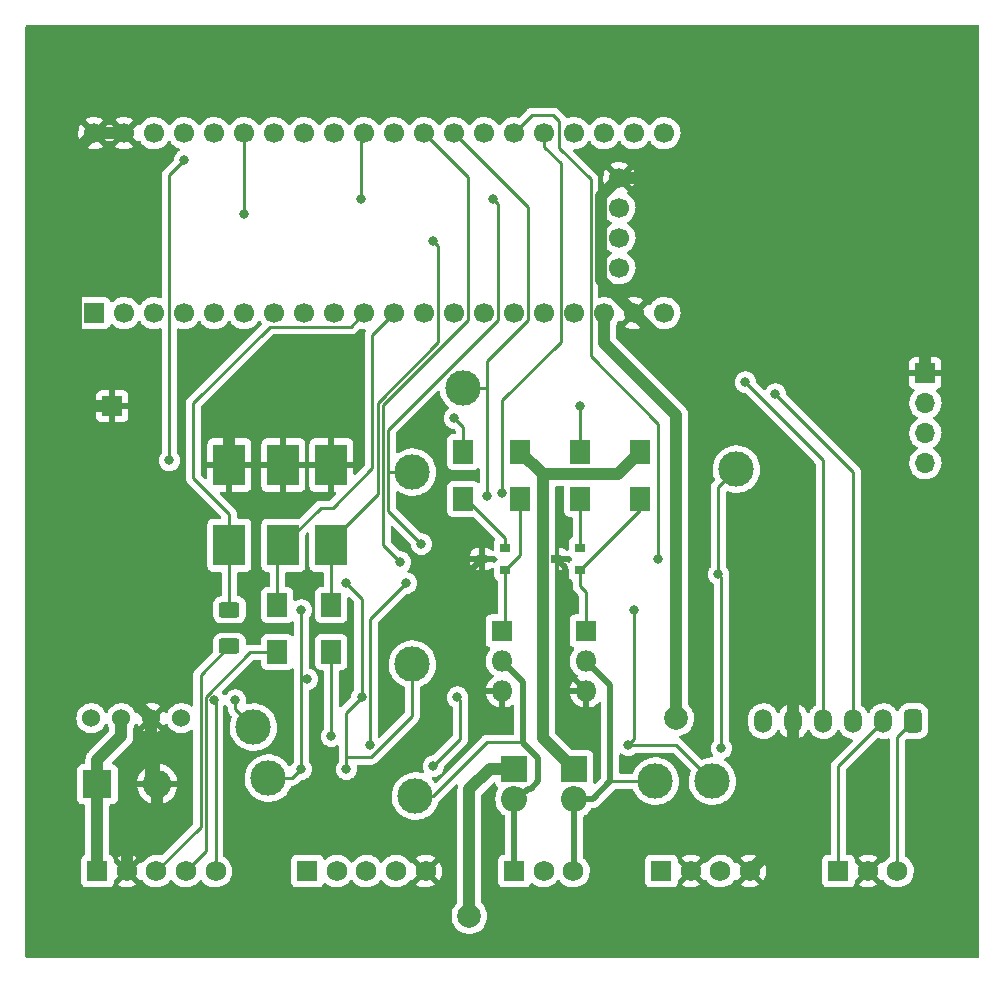
<source format=gbr>
%TF.GenerationSoftware,KiCad,Pcbnew,(6.0.4)*%
%TF.CreationDate,2022-04-21T00:14:10+02:00*%
%TF.ProjectId,BoostController,426f6f73-7443-46f6-9e74-726f6c6c6572,rev?*%
%TF.SameCoordinates,Original*%
%TF.FileFunction,Copper,L1,Top*%
%TF.FilePolarity,Positive*%
%FSLAX46Y46*%
G04 Gerber Fmt 4.6, Leading zero omitted, Abs format (unit mm)*
G04 Created by KiCad (PCBNEW (6.0.4)) date 2022-04-21 00:14:10*
%MOMM*%
%LPD*%
G01*
G04 APERTURE LIST*
G04 Aperture macros list*
%AMRoundRect*
0 Rectangle with rounded corners*
0 $1 Rounding radius*
0 $2 $3 $4 $5 $6 $7 $8 $9 X,Y pos of 4 corners*
0 Add a 4 corners polygon primitive as box body*
4,1,4,$2,$3,$4,$5,$6,$7,$8,$9,$2,$3,0*
0 Add four circle primitives for the rounded corners*
1,1,$1+$1,$2,$3*
1,1,$1+$1,$4,$5*
1,1,$1+$1,$6,$7*
1,1,$1+$1,$8,$9*
0 Add four rect primitives between the rounded corners*
20,1,$1+$1,$2,$3,$4,$5,0*
20,1,$1+$1,$4,$5,$6,$7,0*
20,1,$1+$1,$6,$7,$8,$9,0*
20,1,$1+$1,$8,$9,$2,$3,0*%
G04 Aperture macros list end*
%TA.AperFunction,ComponentPad*%
%ADD10R,1.700000X1.700000*%
%TD*%
%TA.AperFunction,ComponentPad*%
%ADD11C,1.700000*%
%TD*%
%TA.AperFunction,SMDPad,CuDef*%
%ADD12R,2.700000X3.500000*%
%TD*%
%TA.AperFunction,SMDPad,CuDef*%
%ADD13R,1.700000X2.000000*%
%TD*%
%TA.AperFunction,ComponentPad*%
%ADD14R,1.750000X1.750000*%
%TD*%
%TA.AperFunction,ComponentPad*%
%ADD15C,1.750000*%
%TD*%
%TA.AperFunction,ComponentPad*%
%ADD16R,2.400000X2.400000*%
%TD*%
%TA.AperFunction,ComponentPad*%
%ADD17O,2.400000X2.400000*%
%TD*%
%TA.AperFunction,ComponentPad*%
%ADD18C,1.524000*%
%TD*%
%TA.AperFunction,ComponentPad*%
%ADD19R,1.800000X1.800000*%
%TD*%
%TA.AperFunction,ComponentPad*%
%ADD20O,1.800000X1.800000*%
%TD*%
%TA.AperFunction,ComponentPad*%
%ADD21R,2.200000X2.200000*%
%TD*%
%TA.AperFunction,ComponentPad*%
%ADD22O,2.200000X2.200000*%
%TD*%
%TA.AperFunction,SMDPad,CuDef*%
%ADD23R,0.900000X0.800000*%
%TD*%
%TA.AperFunction,ComponentPad*%
%ADD24RoundRect,0.381000X0.381000X0.619000X-0.381000X0.619000X-0.381000X-0.619000X0.381000X-0.619000X0*%
%TD*%
%TA.AperFunction,ComponentPad*%
%ADD25O,1.524000X2.000000*%
%TD*%
%TA.AperFunction,ComponentPad*%
%ADD26O,1.700000X1.700000*%
%TD*%
%TA.AperFunction,SMDPad,CuDef*%
%ADD27C,3.000000*%
%TD*%
%TA.AperFunction,SMDPad,CuDef*%
%ADD28RoundRect,0.250000X-0.625000X0.400000X-0.625000X-0.400000X0.625000X-0.400000X0.625000X0.400000X0*%
%TD*%
%TA.AperFunction,ViaPad*%
%ADD29C,2.000000*%
%TD*%
%TA.AperFunction,ViaPad*%
%ADD30C,0.800000*%
%TD*%
%TA.AperFunction,Conductor*%
%ADD31C,1.000000*%
%TD*%
%TA.AperFunction,Conductor*%
%ADD32C,0.500000*%
%TD*%
%TA.AperFunction,Conductor*%
%ADD33C,0.250000*%
%TD*%
G04 APERTURE END LIST*
D10*
%TO.P,U1,1,PB12*%
%TO.N,unconnected-(U1-Pad1)*%
X64770000Y-69342000D03*
D11*
%TO.P,U1,2,PB13*%
%TO.N,unconnected-(U1-Pad2)*%
X67310000Y-69342000D03*
%TO.P,U1,3,PB14*%
%TO.N,unconnected-(U1-Pad3)*%
X69850000Y-69342000D03*
%TO.P,U1,4,PB15*%
%TO.N,unconnected-(U1-Pad4)*%
X72390000Y-69342000D03*
%TO.P,U1,5,PA8*%
%TO.N,/WG_PWM*%
X74930000Y-69342000D03*
%TO.P,U1,6,PA9*%
%TO.N,unconnected-(U1-Pad6)*%
X77470000Y-69342000D03*
%TO.P,U1,7,PA10*%
%TO.N,/F_PUMP_CMD*%
X80010000Y-69342000D03*
%TO.P,U1,8,PA11*%
%TO.N,/CAN_RX*%
X82550000Y-69342000D03*
%TO.P,U1,9,PA12*%
%TO.N,/CAN_TX*%
X85090000Y-69342000D03*
%TO.P,U1,10,PA15*%
%TO.N,Net-(U1-Pad10)*%
X87630000Y-69342000D03*
%TO.P,U1,11,PB3*%
%TO.N,Net-(D7-Pad1)*%
X90170000Y-69342000D03*
%TO.P,U1,12,PB4*%
%TO.N,unconnected-(U1-Pad12)*%
X92710000Y-69342000D03*
%TO.P,U1,13,PB5*%
%TO.N,unconnected-(U1-Pad13)*%
X95250000Y-69342000D03*
%TO.P,U1,14,PB6*%
%TO.N,unconnected-(U1-Pad14)*%
X97790000Y-69342000D03*
%TO.P,U1,15,PB7*%
%TO.N,unconnected-(U1-Pad15)*%
X100330000Y-69342000D03*
%TO.P,U1,16,PB8*%
%TO.N,unconnected-(U1-Pad16)*%
X102870000Y-69342000D03*
%TO.P,U1,17,PB9*%
%TO.N,unconnected-(U1-Pad17)*%
X105410000Y-69342000D03*
%TO.P,U1,18,5V*%
%TO.N,+5V*%
X107950000Y-69342000D03*
%TO.P,U1,19,GND*%
%TO.N,GND*%
X110490000Y-69342000D03*
%TO.P,U1,20,3V3*%
%TO.N,unconnected-(U1-Pad20)*%
X113030000Y-69342000D03*
%TO.P,U1,21,VBat*%
%TO.N,unconnected-(U1-Pad21)*%
X113030000Y-54102000D03*
%TO.P,U1,22,PC13*%
%TO.N,unconnected-(U1-Pad22)*%
X110490000Y-54102000D03*
%TO.P,U1,23,PC14*%
%TO.N,unconnected-(U1-Pad23)*%
X107950000Y-54102000D03*
%TO.P,U1,24,PC15*%
%TO.N,unconnected-(U1-Pad24)*%
X105410000Y-54102000D03*
%TO.P,U1,25,PA0*%
%TO.N,/MAP_33*%
X102870000Y-54102000D03*
%TO.P,U1,26,PA1*%
%TO.N,/F_PRES_33*%
X100330000Y-54102000D03*
%TO.P,U1,27,PA2*%
%TO.N,/OIL_PRES_33*%
X97790000Y-54102000D03*
%TO.P,U1,28,PA3*%
%TO.N,/WATER_TEMP_33*%
X95250000Y-54102000D03*
%TO.P,U1,29,PA4*%
%TO.N,/OIL_TEMP_33*%
X92710000Y-54102000D03*
%TO.P,U1,30,PA5*%
%TO.N,/TPS_33*%
X90170000Y-54102000D03*
%TO.P,U1,31,PA6*%
%TO.N,/AFR_33*%
X87630000Y-54102000D03*
%TO.P,U1,32,PA7*%
%TO.N,unconnected-(U1-Pad32)*%
X85090000Y-54102000D03*
%TO.P,U1,33,PB0*%
%TO.N,unconnected-(U1-Pad33)*%
X82550000Y-54102000D03*
%TO.P,U1,34,PB1*%
%TO.N,unconnected-(U1-Pad34)*%
X80010000Y-54102000D03*
%TO.P,U1,35,PB10*%
%TO.N,/MAF_33*%
X77470000Y-54102000D03*
%TO.P,U1,36,PB11*%
%TO.N,unconnected-(U1-Pad36)*%
X74930000Y-54102000D03*
%TO.P,U1,37,RST*%
%TO.N,unconnected-(U1-Pad37)*%
X72390000Y-54102000D03*
%TO.P,U1,38,3V3*%
%TO.N,unconnected-(U1-Pad38)*%
X69850000Y-54102000D03*
%TO.P,U1,39,GND*%
%TO.N,GND*%
X67310000Y-54102000D03*
%TO.P,U1,40,GND*%
X64770000Y-54102000D03*
%TO.P,U1,41,GND*%
X109220000Y-57912000D03*
%TO.P,U1,42,SWCLK*%
%TO.N,Net-(J7-Pad2)*%
X109220000Y-60452000D03*
%TO.P,U1,43,SWIO*%
%TO.N,Net-(J7-Pad3)*%
X109220000Y-62992000D03*
%TO.P,U1,44,3V3*%
%TO.N,Net-(J7-Pad4)*%
X109220000Y-65532000D03*
%TD*%
D12*
%TO.P,D7,1,K*%
%TO.N,Net-(D7-Pad1)*%
X80772000Y-88998000D03*
%TO.P,D7,2,A*%
%TO.N,GND*%
X80772000Y-82198000D03*
%TD*%
D13*
%TO.P,R1,1*%
%TO.N,Net-(D7-Pad1)*%
X80264000Y-94044000D03*
%TO.P,R1,2*%
%TO.N,/SPEED*%
X80264000Y-98044000D03*
%TD*%
D14*
%TO.P,J1,1,Pin_1*%
%TO.N,+12V*%
X65024000Y-116586000D03*
D15*
%TO.P,J1,2,Pin_2*%
%TO.N,GND*%
X67524000Y-116586000D03*
%TO.P,J1,3,Pin_3*%
%TO.N,/RPM*%
X70024000Y-116586000D03*
%TO.P,J1,4,Pin_4*%
%TO.N,/SPEED*%
X72524000Y-116586000D03*
%TO.P,J1,5,Pin_5*%
%TO.N,/TPS*%
X75024000Y-116586000D03*
%TD*%
D12*
%TO.P,D1,1,K*%
%TO.N,/MAF_33*%
X84836000Y-88998000D03*
%TO.P,D1,2,A*%
%TO.N,GND*%
X84836000Y-82198000D03*
%TD*%
D13*
%TO.P,R2,1*%
%TO.N,/MAF*%
X84836000Y-98044000D03*
%TO.P,R2,2*%
%TO.N,/MAF_33*%
X84836000Y-94044000D03*
%TD*%
D14*
%TO.P,J2,1,Pin_1*%
%TO.N,/OIL_TEMP*%
X82804000Y-116586000D03*
D15*
%TO.P,J2,2,Pin_2*%
%TO.N,/OIL_PRES*%
X85304000Y-116586000D03*
%TO.P,J2,3,Pin_3*%
%TO.N,/WATER_TEMP*%
X87804000Y-116586000D03*
%TO.P,J2,4,Pin_4*%
%TO.N,/AFR*%
X90304000Y-116586000D03*
%TO.P,J2,5,Pin_5*%
%TO.N,GND*%
X92804000Y-116586000D03*
%TD*%
D14*
%TO.P,J3,1,Pin_1*%
%TO.N,/WG_SOL*%
X100330000Y-116586000D03*
D15*
%TO.P,J3,2,Pin_2*%
%TO.N,/MAF*%
X102830000Y-116586000D03*
%TO.P,J3,3,Pin_3*%
%TO.N,/F_PUMP*%
X105330000Y-116586000D03*
%TD*%
D14*
%TO.P,J4,1,Pin_1*%
%TO.N,/MAP*%
X112776000Y-116586000D03*
D15*
%TO.P,J4,2,Pin_2*%
%TO.N,GND*%
X115276000Y-116586000D03*
%TO.P,J4,3,Pin_3*%
%TO.N,/F_PRES*%
X117776000Y-116586000D03*
%TO.P,J4,4,Pin_4*%
%TO.N,GND*%
X120276000Y-116586000D03*
%TD*%
D14*
%TO.P,J5,1,Pin_1*%
%TO.N,/CANH*%
X127762000Y-116586000D03*
D15*
%TO.P,J5,2,Pin_2*%
%TO.N,GND*%
X130262000Y-116586000D03*
%TO.P,J5,3,Pin_3*%
%TO.N,/CANL*%
X132762000Y-116586000D03*
%TD*%
D16*
%TO.P,D2,1,K*%
%TO.N,+12V*%
X65024000Y-109220000D03*
D17*
%TO.P,D2,2,A*%
%TO.N,GND*%
X70104000Y-109220000D03*
%TD*%
D18*
%TO.P,U2,1,VOUT*%
%TO.N,+5V*%
X72136000Y-103632000D03*
%TO.P,U2,2,GND*%
%TO.N,GND*%
X69596000Y-103632000D03*
%TO.P,U2,3,VIN*%
%TO.N,+12V*%
X67056000Y-103632000D03*
%TO.P,U2,4,EN*%
%TO.N,unconnected-(U2-Pad4)*%
X64516000Y-103632000D03*
%TD*%
D19*
%TO.P,Q1,1,G*%
%TO.N,Net-(Q1-Pad1)*%
X99314000Y-96266000D03*
D20*
%TO.P,Q1,2,D*%
%TO.N,/WG_SOL*%
X99314000Y-98806000D03*
%TO.P,Q1,3,S*%
%TO.N,GND*%
X99314000Y-101346000D03*
%TD*%
D19*
%TO.P,Q2,1,G*%
%TO.N,Net-(Q2-Pad1)*%
X106426000Y-96266000D03*
D20*
%TO.P,Q2,2,D*%
%TO.N,/F_PUMP*%
X106426000Y-98806000D03*
%TO.P,Q2,3,S*%
%TO.N,GND*%
X106426000Y-101346000D03*
%TD*%
D13*
%TO.P,R3,1*%
%TO.N,Net-(Q3-Pad2)*%
X96012000Y-85090000D03*
%TO.P,R3,2*%
%TO.N,/WG_PWM*%
X96012000Y-81090000D03*
%TD*%
%TO.P,R4,1*%
%TO.N,Net-(Q1-Pad1)*%
X100838000Y-85090000D03*
%TO.P,R4,2*%
%TO.N,+12V*%
X100838000Y-81090000D03*
%TD*%
%TO.P,R5,1*%
%TO.N,Net-(Q4-Pad2)*%
X105918000Y-85090000D03*
%TO.P,R5,2*%
%TO.N,/F_PUMP_CMD*%
X105918000Y-81090000D03*
%TD*%
%TO.P,R6,1*%
%TO.N,Net-(Q2-Pad1)*%
X110998000Y-85090000D03*
%TO.P,R6,2*%
%TO.N,+12V*%
X110998000Y-81090000D03*
%TD*%
D21*
%TO.P,D4,1,K*%
%TO.N,+12V*%
X105410000Y-107950000D03*
D22*
%TO.P,D4,2,A*%
%TO.N,/F_PUMP*%
X105410000Y-110490000D03*
%TD*%
D21*
%TO.P,D3,1,K*%
%TO.N,+12V*%
X100330000Y-107950000D03*
D22*
%TO.P,D3,2,A*%
%TO.N,/WG_SOL*%
X100330000Y-110490000D03*
%TD*%
D23*
%TO.P,Q4,1,C*%
%TO.N,Net-(Q2-Pad1)*%
X105885998Y-91120000D03*
%TO.P,Q4,2,B*%
%TO.N,Net-(Q4-Pad2)*%
X105885998Y-89220000D03*
%TO.P,Q4,3,E*%
%TO.N,GND*%
X103885998Y-90170000D03*
%TD*%
%TO.P,Q3,1,C*%
%TO.N,Net-(Q1-Pad1)*%
X99568002Y-91120000D03*
%TO.P,Q3,2,B*%
%TO.N,Net-(Q3-Pad2)*%
X99568002Y-89220000D03*
%TO.P,Q3,3,E*%
%TO.N,GND*%
X97568002Y-90170000D03*
%TD*%
D24*
%TO.P,U3,1,CANL*%
%TO.N,/CANL*%
X134112000Y-103886000D03*
D25*
%TO.P,U3,2,CANH*%
%TO.N,/CANH*%
X131572000Y-103886000D03*
%TO.P,U3,3,CRX*%
%TO.N,/CAN_RX*%
X129032000Y-103886000D03*
%TO.P,U3,4,CTX*%
%TO.N,/CAN_TX*%
X126492000Y-103886000D03*
%TO.P,U3,5,GND*%
%TO.N,GND*%
X123952000Y-103886000D03*
%TO.P,U3,6,VCC*%
%TO.N,+5V*%
X121412000Y-103886000D03*
%TD*%
D10*
%TO.P,J7,1,Pin_1*%
%TO.N,GND*%
X135128000Y-74422000D03*
D26*
%TO.P,J7,2,Pin_2*%
%TO.N,Net-(J7-Pad2)*%
X135128000Y-76962000D03*
%TO.P,J7,3,Pin_3*%
%TO.N,Net-(J7-Pad3)*%
X135128000Y-79502000D03*
%TO.P,J7,4,Pin_4*%
%TO.N,Net-(J7-Pad4)*%
X135128000Y-82042000D03*
%TD*%
D27*
%TO.P,TP2,1,1*%
%TO.N,/F_PUMP*%
X112268000Y-108966000D03*
%TD*%
%TO.P,TP3,1,1*%
%TO.N,/WATER_TEMP_33*%
X96012000Y-75692000D03*
%TD*%
%TO.P,TP4,1,1*%
%TO.N,/AFR_33*%
X91694000Y-82804000D03*
%TD*%
%TO.P,TP5,1,1*%
%TO.N,/OIL_PRES_33*%
X91694000Y-99060000D03*
%TD*%
%TO.P,TP6,1,1*%
%TO.N,/TPS_33*%
X78232000Y-104394000D03*
%TD*%
%TO.P,TP7,1,1*%
%TO.N,/F_PRES_33*%
X119126000Y-82550000D03*
%TD*%
%TO.P,TP8,1,1*%
%TO.N,/OIL_TEMP_33*%
X79502000Y-108712000D03*
%TD*%
%TO.P,TP9,1,1*%
%TO.N,/MAP_33*%
X117094000Y-108966000D03*
%TD*%
D10*
%TO.P,J6,1,Pin_1*%
%TO.N,GND*%
X66294000Y-77216000D03*
%TD*%
D27*
%TO.P,TP1,1,1*%
%TO.N,/WG_SOL*%
X91948000Y-110236000D03*
%TD*%
D12*
%TO.P,D13,1,K*%
%TO.N,Net-(U1-Pad10)*%
X76200000Y-88998000D03*
%TO.P,D13,2,A*%
%TO.N,GND*%
X76200000Y-82198000D03*
%TD*%
D28*
%TO.P,R21,1*%
%TO.N,Net-(U1-Pad10)*%
X76200000Y-94462000D03*
%TO.P,R21,2*%
%TO.N,/RPM*%
X76200000Y-97562000D03*
%TD*%
D29*
%TO.N,GND*%
X76200000Y-77978000D03*
X95758000Y-96266000D03*
D30*
%TO.N,/TPS*%
X74930000Y-102108000D03*
D29*
%TO.N,+12V*%
X96520000Y-120396000D03*
D30*
%TO.N,/MAF*%
X84836000Y-105156000D03*
%TO.N,/CAN_TX*%
X119888000Y-75184000D03*
%TO.N,/CAN_RX*%
X122428000Y-76200000D03*
D29*
%TO.N,+5V*%
X114046000Y-103632000D03*
D30*
%TO.N,/WG_PWM*%
X95250000Y-78232000D03*
%TO.N,/F_PUMP_CMD*%
X105918000Y-77216000D03*
%TO.N,/MAF_33*%
X93472000Y-63246000D03*
X77470000Y-60960000D03*
%TO.N,/WATER_TEMP_33*%
X98044000Y-84836000D03*
X91186000Y-92202000D03*
X88138000Y-105918000D03*
%TO.N,/AFR_33*%
X87376000Y-59690000D03*
X98552000Y-59690000D03*
X95504000Y-101854000D03*
X93472000Y-107696000D03*
X92456000Y-88900000D03*
%TO.N,/OIL_PRES_33*%
X72390000Y-56388000D03*
X86106000Y-92202000D03*
X87412990Y-101854000D03*
X71120000Y-81819002D03*
X86106000Y-107950000D03*
%TO.N,/TPS_33*%
X76708000Y-102108000D03*
%TO.N,/F_PRES_33*%
X117602000Y-91440000D03*
X112522000Y-90170000D03*
X117856000Y-106172000D03*
%TO.N,/OIL_TEMP_33*%
X82296000Y-94488000D03*
X82804000Y-100330000D03*
X90678000Y-90424000D03*
X82296000Y-107950000D03*
%TO.N,/MAP_33*%
X109982000Y-105918000D03*
X99314000Y-84582000D03*
X110490000Y-94488000D03*
%TD*%
D31*
%TO.N,GND*%
X67524000Y-113578000D02*
X67524000Y-116586000D01*
X63219999Y-55652001D02*
X64770000Y-54102000D01*
X69596000Y-103632000D02*
X69596000Y-108712000D01*
D32*
X96520000Y-91218000D02*
X97568000Y-90170000D01*
D31*
X120396000Y-116466000D02*
X120276000Y-116586000D01*
D32*
X97536000Y-101346000D02*
X96520000Y-100330000D01*
D31*
X120276000Y-116586000D02*
X123952000Y-112910000D01*
X135128000Y-74422000D02*
X135128000Y-61468000D01*
X67310000Y-54102000D02*
X64770000Y-54102000D01*
X107669999Y-59462001D02*
X107669999Y-66521999D01*
X123952000Y-112910000D02*
X123952000Y-103886000D01*
X95758000Y-96266000D02*
X96520000Y-97028000D01*
D32*
X99314000Y-101346000D02*
X97536000Y-101346000D01*
D31*
X63219999Y-97255999D02*
X63219999Y-84862001D01*
X66294000Y-77216000D02*
X63246000Y-77216000D01*
X69596000Y-103632000D02*
X63219999Y-97255999D01*
D32*
X96520000Y-97028000D02*
X96520000Y-91218000D01*
D31*
X135128000Y-61468000D02*
X131572000Y-57912000D01*
X110490000Y-69342000D02*
X117475000Y-76327000D01*
X107669999Y-66521999D02*
X110490000Y-69342000D01*
X130302000Y-116546000D02*
X130262000Y-116586000D01*
D32*
X104584991Y-99504991D02*
X104584991Y-90868991D01*
D31*
X109220000Y-57912000D02*
X107669999Y-59462001D01*
X131572000Y-57912000D02*
X109220000Y-57912000D01*
D32*
X106426000Y-101346000D02*
X104584991Y-99504991D01*
X103936009Y-90220009D02*
X103936009Y-90170000D01*
X104584991Y-90868991D02*
X103936009Y-90220009D01*
D31*
X63246000Y-77216000D02*
X63219999Y-77189999D01*
X117475000Y-76327000D02*
X123952000Y-82804000D01*
X123952000Y-82804000D02*
X123952000Y-103886000D01*
X63219999Y-77189999D02*
X63219999Y-55652001D01*
X69596000Y-108712000D02*
X70104000Y-109220000D01*
D32*
X96520000Y-100330000D02*
X96520000Y-97028000D01*
D31*
X76200000Y-82198000D02*
X76200000Y-77978000D01*
X70104000Y-109220000D02*
X70104000Y-110998000D01*
X115316000Y-116546000D02*
X115276000Y-116586000D01*
X70104000Y-110998000D02*
X67524000Y-113578000D01*
X63219999Y-84862001D02*
X63219999Y-77189999D01*
D33*
%TO.N,/SPEED*%
X77969400Y-98044000D02*
X80264000Y-98044000D01*
X72524000Y-116586000D02*
X74205499Y-114904501D01*
X74205499Y-101807901D02*
X77969400Y-98044000D01*
X74205499Y-114904501D02*
X74205499Y-101807901D01*
%TO.N,/TPS*%
X75024000Y-102202000D02*
X74930000Y-102108000D01*
X75024000Y-116586000D02*
X75024000Y-102202000D01*
D31*
%TO.N,+12V*%
X105410000Y-107950000D02*
X102735999Y-105275999D01*
X65024000Y-116586000D02*
X65024000Y-109220000D01*
X102735999Y-105275999D02*
X102735999Y-82987999D01*
X102735999Y-82987999D02*
X109100001Y-82987999D01*
X102735999Y-82987999D02*
X100838000Y-81090000D01*
X96520000Y-120396000D02*
X96520000Y-109660000D01*
X65024000Y-107188000D02*
X67056000Y-105156000D01*
X65024000Y-109220000D02*
X65024000Y-107188000D01*
X98230000Y-107950000D02*
X100330000Y-107950000D01*
X67056000Y-105156000D02*
X67056000Y-103632000D01*
X109100001Y-82987999D02*
X110998000Y-81090000D01*
X96520000Y-109660000D02*
X98230000Y-107950000D01*
D33*
%TO.N,/MAF*%
X84836000Y-105156000D02*
X84836000Y-98044000D01*
%TO.N,/WG_SOL*%
X98044000Y-105664000D02*
X101092000Y-105664000D01*
X100575002Y-110490000D02*
X100330000Y-110490000D01*
D32*
X102362000Y-108966000D02*
X101731499Y-109596501D01*
D33*
X91948000Y-110236000D02*
X93472000Y-110236000D01*
D32*
X100330000Y-110490000D02*
X100330000Y-116586000D01*
X102362000Y-106971998D02*
X102362000Y-108966000D01*
X101731499Y-109596501D02*
X101468501Y-109596501D01*
X101468501Y-109596501D02*
X100575002Y-110490000D01*
X101092000Y-100584000D02*
X101092000Y-105664000D01*
X101092000Y-105701998D02*
X102362000Y-106971998D01*
D33*
X93472000Y-110236000D02*
X98044000Y-105664000D01*
D32*
X99314000Y-98806000D02*
X101092000Y-100584000D01*
%TO.N,/F_PUMP*%
X106426000Y-98806000D02*
X108458000Y-100838000D01*
D33*
X112268000Y-108966000D02*
X108489634Y-108966000D01*
D32*
X108458000Y-108997634D02*
X106965634Y-110490000D01*
X108458000Y-100838000D02*
X108458000Y-108997634D01*
D33*
X108489634Y-108966000D02*
X108458000Y-108997634D01*
D32*
X105410000Y-110490000D02*
X105410000Y-116506000D01*
D33*
X105410000Y-116506000D02*
X105330000Y-116586000D01*
D32*
X106965634Y-110490000D02*
X105410000Y-110490000D01*
D33*
%TO.N,/CANH*%
X127762000Y-107696000D02*
X131572000Y-103886000D01*
X127762000Y-116586000D02*
X127762000Y-107696000D01*
%TO.N,/CANL*%
X132762000Y-116586000D02*
X132762000Y-105236000D01*
X132762000Y-105236000D02*
X134112000Y-103886000D01*
%TO.N,/CAN_TX*%
X119888000Y-75184000D02*
X126492000Y-81788000D01*
X126492000Y-81788000D02*
X126492000Y-103886000D01*
%TO.N,/CAN_RX*%
X122428000Y-76200000D02*
X129032000Y-82804000D01*
X129032000Y-82804000D02*
X129032000Y-103886000D01*
D31*
%TO.N,+5V*%
X114046000Y-77978000D02*
X107950000Y-71882000D01*
X107950000Y-71882000D02*
X107950000Y-69342000D01*
X114046000Y-103632000D02*
X114046000Y-77978000D01*
D33*
%TO.N,Net-(Q1-Pad1)*%
X100838000Y-89850000D02*
X100838000Y-85090000D01*
X99568000Y-91120000D02*
X99568000Y-96012000D01*
X99568000Y-91120000D02*
X100838000Y-89850000D01*
X99568000Y-96012000D02*
X99314000Y-96266000D01*
%TO.N,Net-(Q2-Pad1)*%
X105886000Y-91120000D02*
X105886000Y-92424000D01*
X110998000Y-86008000D02*
X110998000Y-85090000D01*
X105886000Y-91120000D02*
X110998000Y-86008000D01*
X106426000Y-92964000D02*
X106426000Y-96266000D01*
X105886000Y-92424000D02*
X106426000Y-92964000D01*
%TO.N,Net-(Q3-Pad2)*%
X99568000Y-89220000D02*
X99568000Y-88392000D01*
X99568000Y-88392000D02*
X96012000Y-84836000D01*
%TO.N,/WG_PWM*%
X96012000Y-78994000D02*
X95250000Y-78232000D01*
X96012000Y-80836000D02*
X96012000Y-78994000D01*
%TO.N,Net-(Q4-Pad2)*%
X105886000Y-89220000D02*
X105886000Y-85122000D01*
X105886000Y-85122000D02*
X105918000Y-85090000D01*
%TO.N,/F_PUMP_CMD*%
X105918000Y-81090000D02*
X105918000Y-77216000D01*
%TO.N,/MAF_33*%
X88762969Y-76931623D02*
X93885001Y-71809591D01*
X88762969Y-84671031D02*
X88762969Y-76931623D01*
X84836000Y-94044000D02*
X84836000Y-88998000D01*
X84836000Y-88998000D02*
X84836000Y-88598000D01*
X93885001Y-71809591D02*
X93885001Y-63659001D01*
X93885001Y-63659001D02*
X93472000Y-63246000D01*
X84836000Y-88598000D02*
X88762969Y-84671031D01*
X77470000Y-60960000D02*
X77470000Y-54102000D01*
%TO.N,/WATER_TEMP_33*%
X98044000Y-73367002D02*
X101505001Y-69906001D01*
X101505001Y-69906001D02*
X101505001Y-60357001D01*
X91186000Y-92202000D02*
X88138000Y-95250000D01*
X88138000Y-95250000D02*
X88138000Y-105918000D01*
X96012000Y-75692000D02*
X98044000Y-75692000D01*
X98044000Y-84836000D02*
X98044000Y-75692000D01*
X101505001Y-60357001D02*
X95250000Y-54102000D01*
X98044000Y-75692000D02*
X98044000Y-73367002D01*
%TO.N,/AFR_33*%
X89662000Y-79209002D02*
X98965001Y-69906001D01*
X89662000Y-86106000D02*
X89662000Y-82804000D01*
X98965001Y-60103001D02*
X98552000Y-59690000D01*
X95758000Y-102108000D02*
X95504000Y-101854000D01*
X93472000Y-107696000D02*
X95758000Y-105410000D01*
X92456000Y-88900000D02*
X89662000Y-86106000D01*
X91694000Y-82804000D02*
X89662000Y-82804000D01*
X95758000Y-105410000D02*
X95758000Y-102108000D01*
X89662000Y-82804000D02*
X89662000Y-79209002D01*
X87376000Y-54356000D02*
X87630000Y-54102000D01*
X98965001Y-69906001D02*
X98965001Y-60103001D01*
X87376000Y-59690000D02*
X87376000Y-54356000D01*
%TO.N,/OIL_PRES_33*%
X71120000Y-57658000D02*
X72390000Y-56388000D01*
X86106000Y-106934000D02*
X86106000Y-103160990D01*
X86106000Y-92202000D02*
X87412990Y-93508990D01*
X86106000Y-107950000D02*
X86106000Y-106934000D01*
X91694000Y-99060000D02*
X91694000Y-103435002D01*
X86106000Y-103160990D02*
X87412990Y-101854000D01*
X88195002Y-106934000D02*
X86106000Y-106934000D01*
X87412990Y-93508990D02*
X87412990Y-101854000D01*
X91694000Y-103435002D02*
X88195002Y-106934000D01*
X71120000Y-81819002D02*
X71120000Y-57658000D01*
%TO.N,/TPS_33*%
X76708000Y-102108000D02*
X76708000Y-102870000D01*
X76708000Y-102870000D02*
X78232000Y-104394000D01*
%TO.N,/F_PRES_33*%
X106774999Y-58006999D02*
X104140000Y-55372000D01*
X101854000Y-52578000D02*
X100330000Y-54102000D01*
X104140000Y-53086000D02*
X103632000Y-52578000D01*
X117856000Y-91694000D02*
X117602000Y-91440000D01*
X112522000Y-90170000D02*
X112522000Y-78740000D01*
X104140000Y-55372000D02*
X104140000Y-53086000D01*
X119126000Y-82550000D02*
X117602000Y-84074000D01*
X106774999Y-72992999D02*
X106774999Y-58006999D01*
X117856000Y-106172000D02*
X117856000Y-91694000D01*
X112522000Y-78740000D02*
X106774999Y-72992999D01*
X117602000Y-84074000D02*
X117602000Y-91440000D01*
X103632000Y-52578000D02*
X101854000Y-52578000D01*
%TO.N,/OIL_TEMP_33*%
X82804000Y-100330000D02*
X82296000Y-100330000D01*
X82296000Y-100330000D02*
X82296000Y-94488000D01*
X89212480Y-77118522D02*
X96425001Y-69906001D01*
X96425001Y-69906001D02*
X96425001Y-57817001D01*
X79502000Y-108712000D02*
X81534000Y-108712000D01*
X81534000Y-108712000D02*
X82296000Y-107950000D01*
X89212480Y-88958480D02*
X89212480Y-77118522D01*
X96425001Y-57817001D02*
X92710000Y-54102000D01*
X90678000Y-90424000D02*
X89212480Y-88958480D01*
X82296000Y-107950000D02*
X82296000Y-100330000D01*
%TO.N,/MAP_33*%
X104234999Y-71787001D02*
X104234999Y-56669080D01*
X104234999Y-56669080D02*
X102870000Y-55304081D01*
X117094000Y-108966000D02*
X114046000Y-105918000D01*
X99314000Y-76708000D02*
X104234999Y-71787001D01*
X110490000Y-105410000D02*
X110490000Y-94488000D01*
X102870000Y-55304081D02*
X102870000Y-54102000D01*
X114046000Y-105918000D02*
X109982000Y-105918000D01*
X109982000Y-105918000D02*
X110490000Y-105410000D01*
X99314000Y-84582000D02*
X99314000Y-76708000D01*
%TO.N,/RPM*%
X70024000Y-116586000D02*
X73755988Y-112854012D01*
X73755988Y-100006012D02*
X76200000Y-97562000D01*
X73755988Y-112854012D02*
X73755988Y-100006012D01*
%TO.N,Net-(D7-Pad1)*%
X88313458Y-71198542D02*
X90170000Y-69342000D01*
X83918000Y-85852000D02*
X84931022Y-85852000D01*
X80264000Y-94044000D02*
X80264000Y-89506000D01*
X88313458Y-82469564D02*
X88313458Y-71198542D01*
X80264000Y-89506000D02*
X80772000Y-88998000D01*
X84931022Y-85852000D02*
X88313458Y-82469564D01*
X80772000Y-88998000D02*
X83918000Y-85852000D01*
%TO.N,Net-(U1-Pad10)*%
X76200000Y-86360000D02*
X73152000Y-83312000D01*
X76200000Y-88998000D02*
X76200000Y-86360000D01*
X73152000Y-76962000D02*
X79597489Y-70516511D01*
X86455489Y-70516511D02*
X87630000Y-69342000D01*
X76200000Y-94462000D02*
X76200000Y-88998000D01*
X79597489Y-70516511D02*
X86455489Y-70516511D01*
X73152000Y-83312000D02*
X73152000Y-76962000D01*
%TD*%
%TA.AperFunction,Conductor*%
%TO.N,GND*%
G36*
X139641621Y-44978502D02*
G01*
X139688114Y-45032158D01*
X139699500Y-45084500D01*
X139699500Y-123825500D01*
X139679498Y-123893621D01*
X139625842Y-123940114D01*
X139573500Y-123951500D01*
X59054500Y-123951500D01*
X58986379Y-123931498D01*
X58939886Y-123877842D01*
X58928500Y-123825500D01*
X58928500Y-103632000D01*
X63240647Y-103632000D01*
X63260022Y-103853463D01*
X63317560Y-104068196D01*
X63319882Y-104073177D01*
X63319883Y-104073178D01*
X63409186Y-104264689D01*
X63409189Y-104264694D01*
X63411512Y-104269676D01*
X63414668Y-104274183D01*
X63414669Y-104274185D01*
X63535318Y-104446489D01*
X63539023Y-104451781D01*
X63696219Y-104608977D01*
X63700727Y-104612134D01*
X63700730Y-104612136D01*
X63768349Y-104659483D01*
X63878323Y-104736488D01*
X63883305Y-104738811D01*
X63883310Y-104738814D01*
X64073810Y-104827645D01*
X64079804Y-104830440D01*
X64085112Y-104831862D01*
X64085114Y-104831863D01*
X64150949Y-104849503D01*
X64294537Y-104887978D01*
X64516000Y-104907353D01*
X64737463Y-104887978D01*
X64881051Y-104849503D01*
X64946886Y-104831863D01*
X64946888Y-104831862D01*
X64952196Y-104830440D01*
X64958190Y-104827645D01*
X65148690Y-104738814D01*
X65148695Y-104738811D01*
X65153677Y-104736488D01*
X65263651Y-104659483D01*
X65331270Y-104612136D01*
X65331273Y-104612134D01*
X65335781Y-104608977D01*
X65492977Y-104451781D01*
X65496683Y-104446489D01*
X65617331Y-104274185D01*
X65617332Y-104274183D01*
X65620488Y-104269676D01*
X65622811Y-104264694D01*
X65622814Y-104264689D01*
X65671805Y-104159627D01*
X65718723Y-104106342D01*
X65787000Y-104086881D01*
X65854960Y-104107423D01*
X65900195Y-104159627D01*
X65949186Y-104264689D01*
X65949189Y-104264694D01*
X65951512Y-104269676D01*
X65954668Y-104274183D01*
X65954669Y-104274185D01*
X66024713Y-104374218D01*
X66047500Y-104446489D01*
X66047500Y-104686075D01*
X66027498Y-104754196D01*
X66010595Y-104775170D01*
X64354621Y-106431145D01*
X64344478Y-106440247D01*
X64314975Y-106463968D01*
X64311008Y-106468696D01*
X64282709Y-106502421D01*
X64279528Y-106506069D01*
X64277885Y-106507881D01*
X64275691Y-106510075D01*
X64248358Y-106543349D01*
X64247696Y-106544147D01*
X64187846Y-106615474D01*
X64185278Y-106620144D01*
X64181897Y-106624261D01*
X64160607Y-106663967D01*
X64138023Y-106706086D01*
X64137394Y-106707245D01*
X64095538Y-106783381D01*
X64095535Y-106783389D01*
X64092567Y-106788787D01*
X64090955Y-106793869D01*
X64088438Y-106798563D01*
X64061235Y-106887540D01*
X64060906Y-106888595D01*
X64032765Y-106977306D01*
X64032171Y-106982602D01*
X64030613Y-106987698D01*
X64022187Y-107070650D01*
X64021218Y-107080187D01*
X64021089Y-107081393D01*
X64015500Y-107131227D01*
X64015500Y-107134754D01*
X64015445Y-107135739D01*
X64014998Y-107141419D01*
X64010626Y-107184462D01*
X64011962Y-107198593D01*
X64014941Y-107230109D01*
X64015500Y-107241967D01*
X64015500Y-107385500D01*
X63995498Y-107453621D01*
X63941842Y-107500114D01*
X63889500Y-107511500D01*
X63775866Y-107511500D01*
X63713684Y-107518255D01*
X63577295Y-107569385D01*
X63460739Y-107656739D01*
X63373385Y-107773295D01*
X63322255Y-107909684D01*
X63315500Y-107971866D01*
X63315500Y-110468134D01*
X63322255Y-110530316D01*
X63373385Y-110666705D01*
X63460739Y-110783261D01*
X63577295Y-110870615D01*
X63713684Y-110921745D01*
X63775866Y-110928500D01*
X63889500Y-110928500D01*
X63957621Y-110948502D01*
X64004114Y-111002158D01*
X64015500Y-111054500D01*
X64015500Y-115130618D01*
X63995498Y-115198739D01*
X63941842Y-115245232D01*
X63933731Y-115248599D01*
X63910707Y-115257231D01*
X63910704Y-115257232D01*
X63902295Y-115260385D01*
X63785739Y-115347739D01*
X63698385Y-115464295D01*
X63647255Y-115600684D01*
X63640500Y-115662866D01*
X63640500Y-117509134D01*
X63647255Y-117571316D01*
X63698385Y-117707705D01*
X63785739Y-117824261D01*
X63902295Y-117911615D01*
X64038684Y-117962745D01*
X64100866Y-117969500D01*
X65947134Y-117969500D01*
X66009316Y-117962745D01*
X66145705Y-117911615D01*
X66262261Y-117824261D01*
X66333558Y-117729130D01*
X66745700Y-117729130D01*
X66750981Y-117736184D01*
X66919919Y-117834904D01*
X66929202Y-117839351D01*
X67132002Y-117916793D01*
X67141900Y-117919669D01*
X67354625Y-117962948D01*
X67364853Y-117964167D01*
X67581788Y-117972122D01*
X67592074Y-117971655D01*
X67807400Y-117944072D01*
X67817477Y-117941930D01*
X68025401Y-117879549D01*
X68034999Y-117875788D01*
X68229947Y-117780284D01*
X68238785Y-117775015D01*
X68291172Y-117737648D01*
X68299572Y-117726948D01*
X68292585Y-117713795D01*
X67536812Y-116958022D01*
X67522868Y-116950408D01*
X67521035Y-116950539D01*
X67514420Y-116954790D01*
X66752460Y-117716750D01*
X66745700Y-117729130D01*
X66333558Y-117729130D01*
X66349615Y-117707705D01*
X66400745Y-117571316D01*
X66407500Y-117509134D01*
X66407500Y-117395480D01*
X66427502Y-117327359D01*
X66444405Y-117306385D01*
X67151978Y-116598812D01*
X67159592Y-116584868D01*
X67159461Y-116583035D01*
X67155210Y-116576420D01*
X66444405Y-115865615D01*
X66410379Y-115803303D01*
X66407500Y-115776520D01*
X66407500Y-115662866D01*
X66400745Y-115600684D01*
X66349615Y-115464295D01*
X66334831Y-115444569D01*
X66747365Y-115444569D01*
X66754111Y-115456901D01*
X67511188Y-116213978D01*
X67525132Y-116221592D01*
X67526965Y-116221461D01*
X67533580Y-116217210D01*
X68295190Y-115455600D01*
X68302211Y-115442744D01*
X68294718Y-115432461D01*
X68287435Y-115427622D01*
X68097398Y-115322715D01*
X68087989Y-115318487D01*
X67883364Y-115246026D01*
X67873401Y-115243394D01*
X67659687Y-115205326D01*
X67649434Y-115204356D01*
X67432366Y-115201703D01*
X67422082Y-115202423D01*
X67207507Y-115235258D01*
X67197479Y-115237647D01*
X66991147Y-115305087D01*
X66981637Y-115309084D01*
X66789095Y-115409315D01*
X66780370Y-115414809D01*
X66755819Y-115433243D01*
X66747365Y-115444569D01*
X66334831Y-115444569D01*
X66262261Y-115347739D01*
X66145705Y-115260385D01*
X66137296Y-115257232D01*
X66137293Y-115257231D01*
X66114269Y-115248599D01*
X66057505Y-115205957D01*
X66032806Y-115139395D01*
X66032500Y-115130618D01*
X66032500Y-111054500D01*
X66052502Y-110986379D01*
X66106158Y-110939886D01*
X66158500Y-110928500D01*
X66272134Y-110928500D01*
X66334316Y-110921745D01*
X66470705Y-110870615D01*
X66587261Y-110783261D01*
X66674615Y-110666705D01*
X66725745Y-110530316D01*
X66732500Y-110468134D01*
X66732500Y-109493460D01*
X68416852Y-109493460D01*
X68452593Y-109673143D01*
X68455082Y-109682118D01*
X68537708Y-109912250D01*
X68541505Y-109920778D01*
X68657234Y-110136160D01*
X68662245Y-110144027D01*
X68808550Y-110339953D01*
X68814656Y-110346977D01*
X68988316Y-110519127D01*
X68995398Y-110525176D01*
X69192586Y-110669760D01*
X69200505Y-110674708D01*
X69416877Y-110788547D01*
X69425451Y-110792275D01*
X69656282Y-110872885D01*
X69665291Y-110875299D01*
X69832201Y-110906988D01*
X69845261Y-110905704D01*
X69849506Y-110892360D01*
X70358000Y-110892360D01*
X70362171Y-110906565D01*
X70374933Y-110908620D01*
X70411487Y-110904617D01*
X70420649Y-110902919D01*
X70657107Y-110840665D01*
X70665926Y-110837628D01*
X70890584Y-110741107D01*
X70898856Y-110736800D01*
X71106777Y-110608135D01*
X71114317Y-110602657D01*
X71300943Y-110444668D01*
X71307593Y-110438132D01*
X71468813Y-110254295D01*
X71474420Y-110246854D01*
X71606700Y-110041202D01*
X71611147Y-110033011D01*
X71711572Y-109810076D01*
X71714767Y-109801298D01*
X71781135Y-109565973D01*
X71782993Y-109556844D01*
X71791246Y-109491969D01*
X71788958Y-109477708D01*
X71775938Y-109474000D01*
X70376115Y-109474000D01*
X70360876Y-109478475D01*
X70359671Y-109479865D01*
X70358000Y-109487548D01*
X70358000Y-110892360D01*
X69849506Y-110892360D01*
X69850000Y-110890808D01*
X69850000Y-109492115D01*
X69845525Y-109476876D01*
X69844135Y-109475671D01*
X69836452Y-109474000D01*
X68431096Y-109474000D01*
X68418695Y-109477641D01*
X68416852Y-109493460D01*
X66732500Y-109493460D01*
X66732500Y-108947976D01*
X68414675Y-108947976D01*
X68417435Y-108962703D01*
X68429614Y-108966000D01*
X69831885Y-108966000D01*
X69847124Y-108961525D01*
X69848329Y-108960135D01*
X69850000Y-108952452D01*
X69850000Y-108947885D01*
X70358000Y-108947885D01*
X70362475Y-108963124D01*
X70363865Y-108964329D01*
X70371548Y-108966000D01*
X71779671Y-108966000D01*
X71793202Y-108962027D01*
X71794634Y-108952068D01*
X71742979Y-108723786D01*
X71740255Y-108714875D01*
X71651633Y-108486983D01*
X71647619Y-108478567D01*
X71526286Y-108266281D01*
X71521070Y-108258548D01*
X71369692Y-108066525D01*
X71363399Y-108059657D01*
X71185294Y-107892112D01*
X71178060Y-107886254D01*
X70977141Y-107746872D01*
X70969115Y-107742144D01*
X70749810Y-107633995D01*
X70741177Y-107630507D01*
X70508288Y-107555958D01*
X70499238Y-107553785D01*
X70375880Y-107533696D01*
X70362286Y-107535393D01*
X70358000Y-107549500D01*
X70358000Y-108947885D01*
X69850000Y-108947885D01*
X69850000Y-107548859D01*
X69845982Y-107535175D01*
X69832290Y-107533154D01*
X69752521Y-107544010D01*
X69743403Y-107545948D01*
X69508668Y-107614367D01*
X69499915Y-107617639D01*
X69277869Y-107720004D01*
X69269714Y-107724524D01*
X69065233Y-107858587D01*
X69057828Y-107864270D01*
X68875413Y-108027082D01*
X68868935Y-108033790D01*
X68712584Y-108221781D01*
X68707163Y-108229381D01*
X68580322Y-108438409D01*
X68576084Y-108446726D01*
X68481529Y-108672214D01*
X68478572Y-108681052D01*
X68418382Y-108918048D01*
X68416764Y-108927228D01*
X68414675Y-108947976D01*
X66732500Y-108947976D01*
X66732500Y-107971866D01*
X66725745Y-107909684D01*
X66674615Y-107773295D01*
X66587261Y-107656739D01*
X66470705Y-107569385D01*
X66462296Y-107566233D01*
X66462295Y-107566232D01*
X66361669Y-107528509D01*
X66304904Y-107485868D01*
X66280204Y-107419306D01*
X66295411Y-107349957D01*
X66316803Y-107321432D01*
X67725379Y-105912855D01*
X67735522Y-105903753D01*
X67760218Y-105883897D01*
X67765025Y-105880032D01*
X67797292Y-105841578D01*
X67800472Y-105837931D01*
X67802115Y-105836119D01*
X67804309Y-105833925D01*
X67831642Y-105800651D01*
X67832348Y-105799800D01*
X67839648Y-105791101D01*
X67892154Y-105728526D01*
X67894722Y-105723856D01*
X67898103Y-105719739D01*
X67941977Y-105637914D01*
X67942606Y-105636755D01*
X67984462Y-105560619D01*
X67984465Y-105560611D01*
X67987433Y-105555213D01*
X67989045Y-105550131D01*
X67991562Y-105545437D01*
X68018762Y-105456469D01*
X68019108Y-105455358D01*
X68020788Y-105450065D01*
X68047235Y-105366694D01*
X68047829Y-105361398D01*
X68049387Y-105356302D01*
X68058790Y-105263743D01*
X68058911Y-105262607D01*
X68064500Y-105212773D01*
X68064500Y-105209246D01*
X68064555Y-105208261D01*
X68065002Y-105202581D01*
X68068302Y-105170088D01*
X68068752Y-105165663D01*
X68068752Y-105165661D01*
X68069374Y-105159538D01*
X68065059Y-105113891D01*
X68064500Y-105102033D01*
X68064500Y-104690777D01*
X68901777Y-104690777D01*
X68911074Y-104702793D01*
X68954069Y-104732898D01*
X68963555Y-104738376D01*
X69154993Y-104827645D01*
X69165285Y-104831391D01*
X69369309Y-104886059D01*
X69380104Y-104887962D01*
X69590525Y-104906372D01*
X69601475Y-104906372D01*
X69811896Y-104887962D01*
X69822691Y-104886059D01*
X70026715Y-104831391D01*
X70037007Y-104827645D01*
X70228445Y-104738376D01*
X70237931Y-104732898D01*
X70281764Y-104702207D01*
X70290139Y-104691729D01*
X70283071Y-104678281D01*
X69608812Y-104004022D01*
X69594868Y-103996408D01*
X69593035Y-103996539D01*
X69586420Y-104000790D01*
X68908207Y-104679003D01*
X68901777Y-104690777D01*
X68064500Y-104690777D01*
X68064500Y-104446489D01*
X68087287Y-104374218D01*
X68157331Y-104274185D01*
X68157332Y-104274183D01*
X68160488Y-104269676D01*
X68162811Y-104264694D01*
X68162814Y-104264689D01*
X68212081Y-104159035D01*
X68258999Y-104105750D01*
X68327276Y-104086289D01*
X68395236Y-104106831D01*
X68440471Y-104159035D01*
X68489623Y-104264441D01*
X68495103Y-104273932D01*
X68525794Y-104317765D01*
X68536271Y-104326140D01*
X68549718Y-104319072D01*
X69223978Y-103644812D01*
X69231592Y-103630868D01*
X69231461Y-103629035D01*
X69227210Y-103622420D01*
X68548997Y-102944207D01*
X68537223Y-102937777D01*
X68525207Y-102947074D01*
X68495103Y-102990068D01*
X68489623Y-102999559D01*
X68440471Y-103104965D01*
X68393553Y-103158250D01*
X68325276Y-103177711D01*
X68257316Y-103157169D01*
X68212081Y-103104965D01*
X68162814Y-102999311D01*
X68162811Y-102999306D01*
X68160488Y-102994324D01*
X68157331Y-102989815D01*
X68036136Y-102816730D01*
X68036134Y-102816727D01*
X68032977Y-102812219D01*
X67875781Y-102655023D01*
X67871273Y-102651866D01*
X67871270Y-102651864D01*
X67787230Y-102593019D01*
X67757599Y-102572271D01*
X68901860Y-102572271D01*
X68908928Y-102585718D01*
X69583188Y-103259978D01*
X69597132Y-103267592D01*
X69598965Y-103267461D01*
X69605580Y-103263210D01*
X70283793Y-102584997D01*
X70290223Y-102573223D01*
X70280926Y-102561207D01*
X70237931Y-102531102D01*
X70228445Y-102525624D01*
X70037007Y-102436355D01*
X70026715Y-102432609D01*
X69822691Y-102377941D01*
X69811896Y-102376038D01*
X69601475Y-102357628D01*
X69590525Y-102357628D01*
X69380104Y-102376038D01*
X69369309Y-102377941D01*
X69165285Y-102432609D01*
X69154993Y-102436355D01*
X68963559Y-102525623D01*
X68954068Y-102531103D01*
X68910235Y-102561794D01*
X68901860Y-102572271D01*
X67757599Y-102572271D01*
X67693677Y-102527512D01*
X67688695Y-102525189D01*
X67688690Y-102525186D01*
X67497178Y-102435883D01*
X67497177Y-102435882D01*
X67492196Y-102433560D01*
X67486888Y-102432138D01*
X67486886Y-102432137D01*
X67374152Y-102401930D01*
X67277463Y-102376022D01*
X67056000Y-102356647D01*
X66834537Y-102376022D01*
X66737848Y-102401930D01*
X66625114Y-102432137D01*
X66625112Y-102432138D01*
X66619804Y-102433560D01*
X66614823Y-102435882D01*
X66614822Y-102435883D01*
X66423311Y-102525186D01*
X66423306Y-102525189D01*
X66418324Y-102527512D01*
X66413817Y-102530668D01*
X66413815Y-102530669D01*
X66240730Y-102651864D01*
X66240727Y-102651866D01*
X66236219Y-102655023D01*
X66079023Y-102812219D01*
X66075866Y-102816727D01*
X66075864Y-102816730D01*
X65954669Y-102989815D01*
X65951512Y-102994324D01*
X65949189Y-102999306D01*
X65949186Y-102999311D01*
X65900195Y-103104373D01*
X65853277Y-103157658D01*
X65785000Y-103177119D01*
X65717040Y-103156577D01*
X65671805Y-103104373D01*
X65622814Y-102999311D01*
X65622811Y-102999306D01*
X65620488Y-102994324D01*
X65617331Y-102989815D01*
X65496136Y-102816730D01*
X65496134Y-102816727D01*
X65492977Y-102812219D01*
X65335781Y-102655023D01*
X65331273Y-102651866D01*
X65331270Y-102651864D01*
X65247230Y-102593019D01*
X65153677Y-102527512D01*
X65148695Y-102525189D01*
X65148690Y-102525186D01*
X64957178Y-102435883D01*
X64957177Y-102435882D01*
X64952196Y-102433560D01*
X64946888Y-102432138D01*
X64946886Y-102432137D01*
X64834152Y-102401930D01*
X64737463Y-102376022D01*
X64516000Y-102356647D01*
X64294537Y-102376022D01*
X64197848Y-102401930D01*
X64085114Y-102432137D01*
X64085112Y-102432138D01*
X64079804Y-102433560D01*
X64074823Y-102435882D01*
X64074822Y-102435883D01*
X63883311Y-102525186D01*
X63883306Y-102525189D01*
X63878324Y-102527512D01*
X63873817Y-102530668D01*
X63873815Y-102530669D01*
X63700730Y-102651864D01*
X63700727Y-102651866D01*
X63696219Y-102655023D01*
X63539023Y-102812219D01*
X63535866Y-102816727D01*
X63535864Y-102816730D01*
X63414669Y-102989815D01*
X63411512Y-102994324D01*
X63409189Y-102999306D01*
X63409186Y-102999311D01*
X63319883Y-103190822D01*
X63317560Y-103195804D01*
X63316138Y-103201112D01*
X63316137Y-103201114D01*
X63301823Y-103254535D01*
X63260022Y-103410537D01*
X63240647Y-103632000D01*
X58928500Y-103632000D01*
X58928500Y-78110669D01*
X64936001Y-78110669D01*
X64936371Y-78117490D01*
X64941895Y-78168352D01*
X64945521Y-78183604D01*
X64990676Y-78304054D01*
X64999214Y-78319649D01*
X65075715Y-78421724D01*
X65088276Y-78434285D01*
X65190351Y-78510786D01*
X65205946Y-78519324D01*
X65326394Y-78564478D01*
X65341649Y-78568105D01*
X65392514Y-78573631D01*
X65399328Y-78574000D01*
X66021885Y-78574000D01*
X66037124Y-78569525D01*
X66038329Y-78568135D01*
X66040000Y-78560452D01*
X66040000Y-78555884D01*
X66548000Y-78555884D01*
X66552475Y-78571123D01*
X66553865Y-78572328D01*
X66561548Y-78573999D01*
X67188669Y-78573999D01*
X67195490Y-78573629D01*
X67246352Y-78568105D01*
X67261604Y-78564479D01*
X67382054Y-78519324D01*
X67397649Y-78510786D01*
X67499724Y-78434285D01*
X67512285Y-78421724D01*
X67588786Y-78319649D01*
X67597324Y-78304054D01*
X67642478Y-78183606D01*
X67646105Y-78168351D01*
X67651631Y-78117486D01*
X67652000Y-78110672D01*
X67652000Y-77488115D01*
X67647525Y-77472876D01*
X67646135Y-77471671D01*
X67638452Y-77470000D01*
X66566115Y-77470000D01*
X66550876Y-77474475D01*
X66549671Y-77475865D01*
X66548000Y-77483548D01*
X66548000Y-78555884D01*
X66040000Y-78555884D01*
X66040000Y-77488115D01*
X66035525Y-77472876D01*
X66034135Y-77471671D01*
X66026452Y-77470000D01*
X64954116Y-77470000D01*
X64938877Y-77474475D01*
X64937672Y-77475865D01*
X64936001Y-77483548D01*
X64936001Y-78110669D01*
X58928500Y-78110669D01*
X58928500Y-76943885D01*
X64936000Y-76943885D01*
X64940475Y-76959124D01*
X64941865Y-76960329D01*
X64949548Y-76962000D01*
X66021885Y-76962000D01*
X66037124Y-76957525D01*
X66038329Y-76956135D01*
X66040000Y-76948452D01*
X66040000Y-76943885D01*
X66548000Y-76943885D01*
X66552475Y-76959124D01*
X66553865Y-76960329D01*
X66561548Y-76962000D01*
X67633884Y-76962000D01*
X67649123Y-76957525D01*
X67650328Y-76956135D01*
X67651999Y-76948452D01*
X67651999Y-76321331D01*
X67651629Y-76314510D01*
X67646105Y-76263648D01*
X67642479Y-76248396D01*
X67597324Y-76127946D01*
X67588786Y-76112351D01*
X67512285Y-76010276D01*
X67499724Y-75997715D01*
X67397649Y-75921214D01*
X67382054Y-75912676D01*
X67261606Y-75867522D01*
X67246351Y-75863895D01*
X67195486Y-75858369D01*
X67188672Y-75858000D01*
X66566115Y-75858000D01*
X66550876Y-75862475D01*
X66549671Y-75863865D01*
X66548000Y-75871548D01*
X66548000Y-76943885D01*
X66040000Y-76943885D01*
X66040000Y-75876116D01*
X66035525Y-75860877D01*
X66034135Y-75859672D01*
X66026452Y-75858001D01*
X65399331Y-75858001D01*
X65392510Y-75858371D01*
X65341648Y-75863895D01*
X65326396Y-75867521D01*
X65205946Y-75912676D01*
X65190351Y-75921214D01*
X65088276Y-75997715D01*
X65075715Y-76010276D01*
X64999214Y-76112351D01*
X64990676Y-76127946D01*
X64945522Y-76248394D01*
X64941895Y-76263649D01*
X64936369Y-76314514D01*
X64936000Y-76321328D01*
X64936000Y-76943885D01*
X58928500Y-76943885D01*
X58928500Y-70240134D01*
X63411500Y-70240134D01*
X63418255Y-70302316D01*
X63469385Y-70438705D01*
X63556739Y-70555261D01*
X63673295Y-70642615D01*
X63809684Y-70693745D01*
X63871866Y-70700500D01*
X65668134Y-70700500D01*
X65730316Y-70693745D01*
X65866705Y-70642615D01*
X65983261Y-70555261D01*
X66070615Y-70438705D01*
X66092799Y-70379529D01*
X66114598Y-70321382D01*
X66157240Y-70264618D01*
X66223802Y-70239918D01*
X66293150Y-70255126D01*
X66327817Y-70283114D01*
X66356250Y-70315938D01*
X66528126Y-70458632D01*
X66721000Y-70571338D01*
X66725825Y-70573180D01*
X66725826Y-70573181D01*
X66768721Y-70589561D01*
X66929692Y-70651030D01*
X66934760Y-70652061D01*
X66934763Y-70652062D01*
X67013436Y-70668068D01*
X67148597Y-70695567D01*
X67153772Y-70695757D01*
X67153774Y-70695757D01*
X67366673Y-70703564D01*
X67366677Y-70703564D01*
X67371837Y-70703753D01*
X67376957Y-70703097D01*
X67376959Y-70703097D01*
X67588288Y-70676025D01*
X67588289Y-70676025D01*
X67593416Y-70675368D01*
X67598376Y-70673880D01*
X67802429Y-70612661D01*
X67802434Y-70612659D01*
X67807384Y-70611174D01*
X68007994Y-70512896D01*
X68189860Y-70383173D01*
X68223236Y-70349914D01*
X68335693Y-70237849D01*
X68348096Y-70225489D01*
X68478453Y-70044077D01*
X68479776Y-70045028D01*
X68526645Y-70001857D01*
X68596580Y-69989625D01*
X68662026Y-70017144D01*
X68689875Y-70048994D01*
X68749987Y-70147088D01*
X68896250Y-70315938D01*
X69068126Y-70458632D01*
X69261000Y-70571338D01*
X69265825Y-70573180D01*
X69265826Y-70573181D01*
X69308721Y-70589561D01*
X69469692Y-70651030D01*
X69474760Y-70652061D01*
X69474763Y-70652062D01*
X69553436Y-70668068D01*
X69688597Y-70695567D01*
X69693772Y-70695757D01*
X69693774Y-70695757D01*
X69906673Y-70703564D01*
X69906677Y-70703564D01*
X69911837Y-70703753D01*
X69916957Y-70703097D01*
X69916959Y-70703097D01*
X70128288Y-70676025D01*
X70128289Y-70676025D01*
X70133416Y-70675368D01*
X70140003Y-70673392D01*
X70324292Y-70618102D01*
X70395288Y-70617685D01*
X70455238Y-70655718D01*
X70485110Y-70720124D01*
X70486500Y-70738788D01*
X70486500Y-81116478D01*
X70466498Y-81184599D01*
X70454142Y-81200781D01*
X70380960Y-81282058D01*
X70285473Y-81447446D01*
X70226458Y-81629074D01*
X70206496Y-81819002D01*
X70207186Y-81825567D01*
X70224294Y-81988337D01*
X70226458Y-82008930D01*
X70285473Y-82190558D01*
X70288776Y-82196280D01*
X70288777Y-82196281D01*
X70304256Y-82223091D01*
X70380960Y-82355946D01*
X70385378Y-82360853D01*
X70385379Y-82360854D01*
X70472728Y-82457865D01*
X70508747Y-82497868D01*
X70602967Y-82566323D01*
X70647255Y-82598500D01*
X70663248Y-82610120D01*
X70669276Y-82612804D01*
X70669278Y-82612805D01*
X70787198Y-82665306D01*
X70837712Y-82687796D01*
X70914463Y-82704110D01*
X71018056Y-82726130D01*
X71018061Y-82726130D01*
X71024513Y-82727502D01*
X71215487Y-82727502D01*
X71221939Y-82726130D01*
X71221944Y-82726130D01*
X71325537Y-82704110D01*
X71402288Y-82687796D01*
X71452802Y-82665306D01*
X71570722Y-82612805D01*
X71570724Y-82612804D01*
X71576752Y-82610120D01*
X71592746Y-82598500D01*
X71637033Y-82566323D01*
X71731253Y-82497868D01*
X71767272Y-82457865D01*
X71854621Y-82360854D01*
X71854622Y-82360853D01*
X71859040Y-82355946D01*
X71935744Y-82223091D01*
X71951223Y-82196281D01*
X71951224Y-82196280D01*
X71954527Y-82190558D01*
X72013542Y-82008930D01*
X72015707Y-81988337D01*
X72032814Y-81825567D01*
X72033504Y-81819002D01*
X72013542Y-81629074D01*
X71954527Y-81447446D01*
X71859040Y-81282058D01*
X71785863Y-81200787D01*
X71755147Y-81136781D01*
X71753500Y-81116478D01*
X71753500Y-70736189D01*
X71773502Y-70668068D01*
X71827158Y-70621575D01*
X71897432Y-70611471D01*
X71924449Y-70618479D01*
X71947730Y-70627369D01*
X72009692Y-70651030D01*
X72014760Y-70652061D01*
X72014763Y-70652062D01*
X72093436Y-70668068D01*
X72228597Y-70695567D01*
X72233772Y-70695757D01*
X72233774Y-70695757D01*
X72446673Y-70703564D01*
X72446677Y-70703564D01*
X72451837Y-70703753D01*
X72456957Y-70703097D01*
X72456959Y-70703097D01*
X72668288Y-70676025D01*
X72668289Y-70676025D01*
X72673416Y-70675368D01*
X72678376Y-70673880D01*
X72882429Y-70612661D01*
X72882434Y-70612659D01*
X72887384Y-70611174D01*
X73087994Y-70512896D01*
X73269860Y-70383173D01*
X73303236Y-70349914D01*
X73415693Y-70237849D01*
X73428096Y-70225489D01*
X73558453Y-70044077D01*
X73559776Y-70045028D01*
X73606645Y-70001857D01*
X73676580Y-69989625D01*
X73742026Y-70017144D01*
X73769875Y-70048994D01*
X73829987Y-70147088D01*
X73976250Y-70315938D01*
X74148126Y-70458632D01*
X74341000Y-70571338D01*
X74345825Y-70573180D01*
X74345826Y-70573181D01*
X74388721Y-70589561D01*
X74549692Y-70651030D01*
X74554760Y-70652061D01*
X74554763Y-70652062D01*
X74633436Y-70668068D01*
X74768597Y-70695567D01*
X74773772Y-70695757D01*
X74773774Y-70695757D01*
X74986673Y-70703564D01*
X74986677Y-70703564D01*
X74991837Y-70703753D01*
X74996957Y-70703097D01*
X74996959Y-70703097D01*
X75208288Y-70676025D01*
X75208289Y-70676025D01*
X75213416Y-70675368D01*
X75218376Y-70673880D01*
X75422429Y-70612661D01*
X75422434Y-70612659D01*
X75427384Y-70611174D01*
X75627994Y-70512896D01*
X75809860Y-70383173D01*
X75843236Y-70349914D01*
X75955693Y-70237849D01*
X75968096Y-70225489D01*
X76098453Y-70044077D01*
X76099776Y-70045028D01*
X76146645Y-70001857D01*
X76216580Y-69989625D01*
X76282026Y-70017144D01*
X76309875Y-70048994D01*
X76369987Y-70147088D01*
X76516250Y-70315938D01*
X76688126Y-70458632D01*
X76881000Y-70571338D01*
X76885825Y-70573180D01*
X76885826Y-70573181D01*
X76928721Y-70589561D01*
X77089692Y-70651030D01*
X77094760Y-70652061D01*
X77094763Y-70652062D01*
X77173436Y-70668068D01*
X77308597Y-70695567D01*
X77313772Y-70695757D01*
X77313774Y-70695757D01*
X77526673Y-70703564D01*
X77526677Y-70703564D01*
X77531837Y-70703753D01*
X77536957Y-70703097D01*
X77536959Y-70703097D01*
X77748288Y-70676025D01*
X77748289Y-70676025D01*
X77753416Y-70675368D01*
X77758376Y-70673880D01*
X77962429Y-70612661D01*
X77962434Y-70612659D01*
X77967384Y-70611174D01*
X78167994Y-70512896D01*
X78349860Y-70383173D01*
X78383236Y-70349914D01*
X78495693Y-70237849D01*
X78508096Y-70225489D01*
X78638453Y-70044077D01*
X78639776Y-70045028D01*
X78686645Y-70001857D01*
X78756580Y-69989625D01*
X78822026Y-70017144D01*
X78849875Y-70048994D01*
X78909987Y-70147088D01*
X78913377Y-70151002D01*
X78914553Y-70152608D01*
X78938646Y-70219392D01*
X78922810Y-70288599D01*
X78901973Y-70316123D01*
X75828123Y-73389972D01*
X72759747Y-76458348D01*
X72751461Y-76465888D01*
X72744982Y-76470000D01*
X72739557Y-76475777D01*
X72698357Y-76519651D01*
X72695602Y-76522493D01*
X72675865Y-76542230D01*
X72673385Y-76545427D01*
X72665682Y-76554447D01*
X72635414Y-76586679D01*
X72631595Y-76593625D01*
X72631593Y-76593628D01*
X72625652Y-76604434D01*
X72614801Y-76620953D01*
X72602386Y-76636959D01*
X72599241Y-76644228D01*
X72599238Y-76644232D01*
X72584826Y-76677537D01*
X72579609Y-76688187D01*
X72558305Y-76726940D01*
X72556334Y-76734615D01*
X72556334Y-76734616D01*
X72553267Y-76746562D01*
X72546863Y-76765266D01*
X72538819Y-76783855D01*
X72537580Y-76791678D01*
X72537577Y-76791688D01*
X72531901Y-76827524D01*
X72529495Y-76839144D01*
X72526521Y-76850729D01*
X72518500Y-76881970D01*
X72518500Y-76902224D01*
X72516949Y-76921934D01*
X72513780Y-76941943D01*
X72514526Y-76949835D01*
X72517941Y-76985961D01*
X72518500Y-76997819D01*
X72518500Y-83233233D01*
X72517973Y-83244416D01*
X72516298Y-83251909D01*
X72516547Y-83259835D01*
X72516547Y-83259836D01*
X72518438Y-83319986D01*
X72518500Y-83323945D01*
X72518500Y-83351856D01*
X72518997Y-83355790D01*
X72518997Y-83355791D01*
X72519005Y-83355856D01*
X72519938Y-83367693D01*
X72521327Y-83411889D01*
X72525608Y-83426624D01*
X72526978Y-83431339D01*
X72530987Y-83450700D01*
X72533526Y-83470797D01*
X72536445Y-83478168D01*
X72536445Y-83478170D01*
X72549804Y-83511912D01*
X72553649Y-83523142D01*
X72565982Y-83565593D01*
X72570015Y-83572412D01*
X72570017Y-83572417D01*
X72576293Y-83583028D01*
X72584988Y-83600776D01*
X72592448Y-83619617D01*
X72597110Y-83626033D01*
X72597110Y-83626034D01*
X72618436Y-83655387D01*
X72624952Y-83665307D01*
X72641271Y-83692900D01*
X72647458Y-83703362D01*
X72661779Y-83717683D01*
X72674619Y-83732716D01*
X72686528Y-83749107D01*
X72692634Y-83754158D01*
X72720605Y-83777298D01*
X72729384Y-83785288D01*
X75468500Y-86524405D01*
X75502526Y-86586717D01*
X75497461Y-86657533D01*
X75454914Y-86714368D01*
X75388394Y-86739179D01*
X75379405Y-86739500D01*
X74801866Y-86739500D01*
X74739684Y-86746255D01*
X74603295Y-86797385D01*
X74486739Y-86884739D01*
X74399385Y-87001295D01*
X74348255Y-87137684D01*
X74341500Y-87199866D01*
X74341500Y-90796134D01*
X74348255Y-90858316D01*
X74399385Y-90994705D01*
X74486739Y-91111261D01*
X74603295Y-91198615D01*
X74739684Y-91249745D01*
X74801866Y-91256500D01*
X75440500Y-91256500D01*
X75508621Y-91276502D01*
X75555114Y-91330158D01*
X75566500Y-91382500D01*
X75566500Y-93185550D01*
X75546498Y-93253671D01*
X75492842Y-93300164D01*
X75453504Y-93310877D01*
X75445865Y-93311669D01*
X75425692Y-93313762D01*
X75425688Y-93313763D01*
X75418834Y-93314474D01*
X75412298Y-93316655D01*
X75412296Y-93316655D01*
X75333871Y-93342820D01*
X75251054Y-93370450D01*
X75100652Y-93463522D01*
X74975695Y-93588697D01*
X74971855Y-93594927D01*
X74971854Y-93594928D01*
X74896741Y-93716784D01*
X74882885Y-93739262D01*
X74827203Y-93907139D01*
X74816500Y-94011600D01*
X74816500Y-94912400D01*
X74816837Y-94915646D01*
X74816837Y-94915650D01*
X74817369Y-94920771D01*
X74827474Y-95018166D01*
X74829655Y-95024702D01*
X74829655Y-95024704D01*
X74868841Y-95142158D01*
X74883450Y-95185946D01*
X74976522Y-95336348D01*
X75101697Y-95461305D01*
X75107927Y-95465145D01*
X75107928Y-95465146D01*
X75245090Y-95549694D01*
X75252262Y-95554115D01*
X75332005Y-95580564D01*
X75413611Y-95607632D01*
X75413613Y-95607632D01*
X75420139Y-95609797D01*
X75426975Y-95610497D01*
X75426978Y-95610498D01*
X75470031Y-95614909D01*
X75524600Y-95620500D01*
X76875400Y-95620500D01*
X76878646Y-95620163D01*
X76878650Y-95620163D01*
X76974308Y-95610238D01*
X76974312Y-95610237D01*
X76981166Y-95609526D01*
X76987702Y-95607345D01*
X76987704Y-95607345D01*
X77119806Y-95563272D01*
X77148946Y-95553550D01*
X77299348Y-95460478D01*
X77424305Y-95335303D01*
X77432947Y-95321283D01*
X77513275Y-95190968D01*
X77513276Y-95190966D01*
X77517115Y-95184738D01*
X77546173Y-95097131D01*
X77570632Y-95023389D01*
X77570632Y-95023387D01*
X77572797Y-95016861D01*
X77573509Y-95009919D01*
X77583172Y-94915598D01*
X77583500Y-94912400D01*
X77583500Y-94011600D01*
X77583163Y-94008350D01*
X77573238Y-93912692D01*
X77573237Y-93912688D01*
X77572526Y-93905834D01*
X77516550Y-93738054D01*
X77423478Y-93587652D01*
X77411703Y-93575897D01*
X77303483Y-93467866D01*
X77298303Y-93462695D01*
X77199027Y-93401500D01*
X77153968Y-93373725D01*
X77153966Y-93373724D01*
X77147738Y-93369885D01*
X76987254Y-93316655D01*
X76986389Y-93316368D01*
X76986387Y-93316368D01*
X76979861Y-93314203D01*
X76973023Y-93313502D01*
X76973021Y-93313502D01*
X76946658Y-93310801D01*
X76880930Y-93283960D01*
X76840148Y-93225845D01*
X76833500Y-93185457D01*
X76833500Y-91382500D01*
X76853502Y-91314379D01*
X76907158Y-91267886D01*
X76959500Y-91256500D01*
X77598134Y-91256500D01*
X77660316Y-91249745D01*
X77796705Y-91198615D01*
X77913261Y-91111261D01*
X78000615Y-90994705D01*
X78051745Y-90858316D01*
X78058500Y-90796134D01*
X78058500Y-87199866D01*
X78051745Y-87137684D01*
X78000615Y-87001295D01*
X77913261Y-86884739D01*
X77796705Y-86797385D01*
X77660316Y-86746255D01*
X77598134Y-86739500D01*
X76959500Y-86739500D01*
X76891379Y-86719498D01*
X76844886Y-86665842D01*
X76833500Y-86613500D01*
X76833500Y-86438767D01*
X76834027Y-86427584D01*
X76835702Y-86420091D01*
X76833562Y-86352000D01*
X76833500Y-86348043D01*
X76833500Y-86320144D01*
X76832996Y-86316153D01*
X76832063Y-86304311D01*
X76830923Y-86268036D01*
X76830674Y-86260111D01*
X76828462Y-86252497D01*
X76828461Y-86252492D01*
X76825023Y-86240659D01*
X76821012Y-86221295D01*
X76819467Y-86209064D01*
X76818474Y-86201203D01*
X76815557Y-86193836D01*
X76815556Y-86193831D01*
X76802198Y-86160092D01*
X76798354Y-86148865D01*
X76788230Y-86114022D01*
X76786018Y-86106407D01*
X76775707Y-86088972D01*
X76767012Y-86071224D01*
X76759552Y-86052383D01*
X76733564Y-86016613D01*
X76727048Y-86006693D01*
X76708580Y-85975465D01*
X76708578Y-85975462D01*
X76704542Y-85968638D01*
X76690221Y-85954317D01*
X76677380Y-85939283D01*
X76670131Y-85929306D01*
X76665472Y-85922893D01*
X76631395Y-85894702D01*
X76622616Y-85886712D01*
X75406999Y-84671095D01*
X75372973Y-84608783D01*
X75378038Y-84537968D01*
X75420585Y-84481132D01*
X75487105Y-84456321D01*
X75496094Y-84456000D01*
X75927885Y-84456000D01*
X75943124Y-84451525D01*
X75944329Y-84450135D01*
X75946000Y-84442452D01*
X75946000Y-84437884D01*
X76454000Y-84437884D01*
X76458475Y-84453123D01*
X76459865Y-84454328D01*
X76467548Y-84455999D01*
X77594669Y-84455999D01*
X77601490Y-84455629D01*
X77652352Y-84450105D01*
X77667604Y-84446479D01*
X77788054Y-84401324D01*
X77803649Y-84392786D01*
X77905724Y-84316285D01*
X77918285Y-84303724D01*
X77994786Y-84201649D01*
X78003324Y-84186054D01*
X78048478Y-84065606D01*
X78052105Y-84050351D01*
X78057631Y-83999486D01*
X78058000Y-83992672D01*
X78058000Y-83992669D01*
X78914001Y-83992669D01*
X78914371Y-83999490D01*
X78919895Y-84050352D01*
X78923521Y-84065604D01*
X78968676Y-84186054D01*
X78977214Y-84201649D01*
X79053715Y-84303724D01*
X79066276Y-84316285D01*
X79168351Y-84392786D01*
X79183946Y-84401324D01*
X79304394Y-84446478D01*
X79319649Y-84450105D01*
X79370514Y-84455631D01*
X79377328Y-84456000D01*
X80499885Y-84456000D01*
X80515124Y-84451525D01*
X80516329Y-84450135D01*
X80518000Y-84442452D01*
X80518000Y-84437884D01*
X81026000Y-84437884D01*
X81030475Y-84453123D01*
X81031865Y-84454328D01*
X81039548Y-84455999D01*
X82166669Y-84455999D01*
X82173490Y-84455629D01*
X82224352Y-84450105D01*
X82239604Y-84446479D01*
X82360054Y-84401324D01*
X82375649Y-84392786D01*
X82477724Y-84316285D01*
X82490285Y-84303724D01*
X82566786Y-84201649D01*
X82575324Y-84186054D01*
X82620478Y-84065606D01*
X82624105Y-84050351D01*
X82629631Y-83999486D01*
X82630000Y-83992672D01*
X82630000Y-83992669D01*
X82978001Y-83992669D01*
X82978371Y-83999490D01*
X82983895Y-84050352D01*
X82987521Y-84065604D01*
X83032676Y-84186054D01*
X83041214Y-84201649D01*
X83117715Y-84303724D01*
X83130276Y-84316285D01*
X83232351Y-84392786D01*
X83247946Y-84401324D01*
X83368394Y-84446478D01*
X83383649Y-84450105D01*
X83434514Y-84455631D01*
X83441328Y-84456000D01*
X84563885Y-84456000D01*
X84579124Y-84451525D01*
X84580329Y-84450135D01*
X84582000Y-84442452D01*
X84582000Y-82470115D01*
X84577525Y-82454876D01*
X84576135Y-82453671D01*
X84568452Y-82452000D01*
X82996116Y-82452000D01*
X82980877Y-82456475D01*
X82979672Y-82457865D01*
X82978001Y-82465548D01*
X82978001Y-83992669D01*
X82630000Y-83992669D01*
X82630000Y-82470115D01*
X82625525Y-82454876D01*
X82624135Y-82453671D01*
X82616452Y-82452000D01*
X81044115Y-82452000D01*
X81028876Y-82456475D01*
X81027671Y-82457865D01*
X81026000Y-82465548D01*
X81026000Y-84437884D01*
X80518000Y-84437884D01*
X80518000Y-82470115D01*
X80513525Y-82454876D01*
X80512135Y-82453671D01*
X80504452Y-82452000D01*
X78932116Y-82452000D01*
X78916877Y-82456475D01*
X78915672Y-82457865D01*
X78914001Y-82465548D01*
X78914001Y-83992669D01*
X78058000Y-83992669D01*
X78058000Y-82470115D01*
X78053525Y-82454876D01*
X78052135Y-82453671D01*
X78044452Y-82452000D01*
X76472115Y-82452000D01*
X76456876Y-82456475D01*
X76455671Y-82457865D01*
X76454000Y-82465548D01*
X76454000Y-84437884D01*
X75946000Y-84437884D01*
X75946000Y-82470115D01*
X75941525Y-82454876D01*
X75940135Y-82453671D01*
X75932452Y-82452000D01*
X74360116Y-82452000D01*
X74344877Y-82456475D01*
X74343672Y-82457865D01*
X74342001Y-82465548D01*
X74342001Y-83301906D01*
X74321999Y-83370027D01*
X74268343Y-83416520D01*
X74198069Y-83426624D01*
X74133489Y-83397130D01*
X74126906Y-83391001D01*
X73822405Y-83086500D01*
X73788379Y-83024188D01*
X73785500Y-82997405D01*
X73785500Y-81925885D01*
X74342000Y-81925885D01*
X74346475Y-81941124D01*
X74347865Y-81942329D01*
X74355548Y-81944000D01*
X75927885Y-81944000D01*
X75943124Y-81939525D01*
X75944329Y-81938135D01*
X75946000Y-81930452D01*
X75946000Y-81925885D01*
X76454000Y-81925885D01*
X76458475Y-81941124D01*
X76459865Y-81942329D01*
X76467548Y-81944000D01*
X78039884Y-81944000D01*
X78055123Y-81939525D01*
X78056328Y-81938135D01*
X78057999Y-81930452D01*
X78057999Y-81925885D01*
X78914000Y-81925885D01*
X78918475Y-81941124D01*
X78919865Y-81942329D01*
X78927548Y-81944000D01*
X80499885Y-81944000D01*
X80515124Y-81939525D01*
X80516329Y-81938135D01*
X80518000Y-81930452D01*
X80518000Y-81925885D01*
X81026000Y-81925885D01*
X81030475Y-81941124D01*
X81031865Y-81942329D01*
X81039548Y-81944000D01*
X82611884Y-81944000D01*
X82627123Y-81939525D01*
X82628328Y-81938135D01*
X82629999Y-81930452D01*
X82629999Y-81925885D01*
X82978000Y-81925885D01*
X82982475Y-81941124D01*
X82983865Y-81942329D01*
X82991548Y-81944000D01*
X84563885Y-81944000D01*
X84579124Y-81939525D01*
X84580329Y-81938135D01*
X84582000Y-81930452D01*
X84582000Y-81925885D01*
X85090000Y-81925885D01*
X85094475Y-81941124D01*
X85095865Y-81942329D01*
X85103548Y-81944000D01*
X86675884Y-81944000D01*
X86691123Y-81939525D01*
X86692328Y-81938135D01*
X86693999Y-81930452D01*
X86693999Y-80403331D01*
X86693629Y-80396510D01*
X86688105Y-80345648D01*
X86684479Y-80330396D01*
X86639324Y-80209946D01*
X86630786Y-80194351D01*
X86554285Y-80092276D01*
X86541724Y-80079715D01*
X86439649Y-80003214D01*
X86424054Y-79994676D01*
X86303606Y-79949522D01*
X86288351Y-79945895D01*
X86237486Y-79940369D01*
X86230672Y-79940000D01*
X85108115Y-79940000D01*
X85092876Y-79944475D01*
X85091671Y-79945865D01*
X85090000Y-79953548D01*
X85090000Y-81925885D01*
X84582000Y-81925885D01*
X84582000Y-79958116D01*
X84577525Y-79942877D01*
X84576135Y-79941672D01*
X84568452Y-79940001D01*
X83441331Y-79940001D01*
X83434510Y-79940371D01*
X83383648Y-79945895D01*
X83368396Y-79949521D01*
X83247946Y-79994676D01*
X83232351Y-80003214D01*
X83130276Y-80079715D01*
X83117715Y-80092276D01*
X83041214Y-80194351D01*
X83032676Y-80209946D01*
X82987522Y-80330394D01*
X82983895Y-80345649D01*
X82978369Y-80396514D01*
X82978000Y-80403328D01*
X82978000Y-81925885D01*
X82629999Y-81925885D01*
X82629999Y-80403331D01*
X82629629Y-80396510D01*
X82624105Y-80345648D01*
X82620479Y-80330396D01*
X82575324Y-80209946D01*
X82566786Y-80194351D01*
X82490285Y-80092276D01*
X82477724Y-80079715D01*
X82375649Y-80003214D01*
X82360054Y-79994676D01*
X82239606Y-79949522D01*
X82224351Y-79945895D01*
X82173486Y-79940369D01*
X82166672Y-79940000D01*
X81044115Y-79940000D01*
X81028876Y-79944475D01*
X81027671Y-79945865D01*
X81026000Y-79953548D01*
X81026000Y-81925885D01*
X80518000Y-81925885D01*
X80518000Y-79958116D01*
X80513525Y-79942877D01*
X80512135Y-79941672D01*
X80504452Y-79940001D01*
X79377331Y-79940001D01*
X79370510Y-79940371D01*
X79319648Y-79945895D01*
X79304396Y-79949521D01*
X79183946Y-79994676D01*
X79168351Y-80003214D01*
X79066276Y-80079715D01*
X79053715Y-80092276D01*
X78977214Y-80194351D01*
X78968676Y-80209946D01*
X78923522Y-80330394D01*
X78919895Y-80345649D01*
X78914369Y-80396514D01*
X78914000Y-80403328D01*
X78914000Y-81925885D01*
X78057999Y-81925885D01*
X78057999Y-80403331D01*
X78057629Y-80396510D01*
X78052105Y-80345648D01*
X78048479Y-80330396D01*
X78003324Y-80209946D01*
X77994786Y-80194351D01*
X77918285Y-80092276D01*
X77905724Y-80079715D01*
X77803649Y-80003214D01*
X77788054Y-79994676D01*
X77667606Y-79949522D01*
X77652351Y-79945895D01*
X77601486Y-79940369D01*
X77594672Y-79940000D01*
X76472115Y-79940000D01*
X76456876Y-79944475D01*
X76455671Y-79945865D01*
X76454000Y-79953548D01*
X76454000Y-81925885D01*
X75946000Y-81925885D01*
X75946000Y-79958116D01*
X75941525Y-79942877D01*
X75940135Y-79941672D01*
X75932452Y-79940001D01*
X74805331Y-79940001D01*
X74798510Y-79940371D01*
X74747648Y-79945895D01*
X74732396Y-79949521D01*
X74611946Y-79994676D01*
X74596351Y-80003214D01*
X74494276Y-80079715D01*
X74481715Y-80092276D01*
X74405214Y-80194351D01*
X74396676Y-80209946D01*
X74351522Y-80330394D01*
X74347895Y-80345649D01*
X74342369Y-80396514D01*
X74342000Y-80403328D01*
X74342000Y-81925885D01*
X73785500Y-81925885D01*
X73785500Y-77276594D01*
X73805502Y-77208473D01*
X73822405Y-77187499D01*
X79822989Y-71186916D01*
X79885301Y-71152890D01*
X79912084Y-71150011D01*
X86376722Y-71150011D01*
X86387905Y-71150538D01*
X86395398Y-71152213D01*
X86403324Y-71151964D01*
X86403325Y-71151964D01*
X86463475Y-71150073D01*
X86467434Y-71150011D01*
X86495345Y-71150011D01*
X86499280Y-71149514D01*
X86499345Y-71149506D01*
X86511182Y-71148573D01*
X86543440Y-71147559D01*
X86547459Y-71147433D01*
X86555378Y-71147184D01*
X86574832Y-71141532D01*
X86594189Y-71137524D01*
X86606419Y-71135979D01*
X86606420Y-71135979D01*
X86614286Y-71134985D01*
X86621657Y-71132066D01*
X86621659Y-71132066D01*
X86655401Y-71118707D01*
X86666631Y-71114862D01*
X86701472Y-71104740D01*
X86701473Y-71104740D01*
X86709082Y-71102529D01*
X86715901Y-71098496D01*
X86715906Y-71098494D01*
X86726517Y-71092218D01*
X86744265Y-71083523D01*
X86763106Y-71076063D01*
X86798876Y-71050075D01*
X86808796Y-71043559D01*
X86840024Y-71025091D01*
X86840027Y-71025089D01*
X86846851Y-71021053D01*
X86861172Y-71006732D01*
X86876206Y-70993891D01*
X86886183Y-70986642D01*
X86892596Y-70981983D01*
X86920787Y-70947906D01*
X86928777Y-70939127D01*
X87174549Y-70693355D01*
X87236861Y-70659329D01*
X87288762Y-70658979D01*
X87468597Y-70695567D01*
X87473772Y-70695757D01*
X87473774Y-70695757D01*
X87650789Y-70702248D01*
X87718131Y-70724733D01*
X87762627Y-70780056D01*
X87770149Y-70850653D01*
X87761809Y-70878204D01*
X87746284Y-70914080D01*
X87741067Y-70924729D01*
X87719763Y-70963482D01*
X87717792Y-70971157D01*
X87717792Y-70971158D01*
X87714725Y-70983104D01*
X87708321Y-71001808D01*
X87700277Y-71020397D01*
X87699038Y-71028220D01*
X87699035Y-71028230D01*
X87693359Y-71064066D01*
X87690953Y-71075686D01*
X87683494Y-71104740D01*
X87679958Y-71118512D01*
X87679958Y-71138766D01*
X87678407Y-71158476D01*
X87675238Y-71178485D01*
X87675984Y-71186377D01*
X87679399Y-71222503D01*
X87679958Y-71234361D01*
X87679958Y-82154970D01*
X87659956Y-82223091D01*
X87643053Y-82244065D01*
X86909095Y-82978023D01*
X86846783Y-83012049D01*
X86775968Y-83006984D01*
X86719132Y-82964437D01*
X86694321Y-82897917D01*
X86694000Y-82888928D01*
X86694000Y-82470115D01*
X86689525Y-82454876D01*
X86688135Y-82453671D01*
X86680452Y-82452000D01*
X85108115Y-82452000D01*
X85092876Y-82456475D01*
X85091671Y-82457865D01*
X85090000Y-82465548D01*
X85090000Y-84437884D01*
X85094475Y-84453123D01*
X85095865Y-84454328D01*
X85103548Y-84455999D01*
X85126928Y-84455999D01*
X85195049Y-84476001D01*
X85241542Y-84529657D01*
X85251646Y-84599931D01*
X85222152Y-84664511D01*
X85216023Y-84671094D01*
X84705522Y-85181595D01*
X84643210Y-85215621D01*
X84616427Y-85218500D01*
X83996767Y-85218500D01*
X83985584Y-85217973D01*
X83978091Y-85216298D01*
X83970165Y-85216547D01*
X83970164Y-85216547D01*
X83910001Y-85218438D01*
X83906043Y-85218500D01*
X83878144Y-85218500D01*
X83874154Y-85219004D01*
X83862320Y-85219936D01*
X83818111Y-85221326D01*
X83810497Y-85223538D01*
X83810492Y-85223539D01*
X83798659Y-85226977D01*
X83779296Y-85230988D01*
X83759203Y-85233526D01*
X83751836Y-85236443D01*
X83751831Y-85236444D01*
X83718092Y-85249802D01*
X83706865Y-85253646D01*
X83664407Y-85265982D01*
X83657581Y-85270019D01*
X83646972Y-85276293D01*
X83629224Y-85284988D01*
X83610383Y-85292448D01*
X83603967Y-85297110D01*
X83603966Y-85297110D01*
X83574613Y-85318436D01*
X83564693Y-85324952D01*
X83533465Y-85343420D01*
X83533462Y-85343422D01*
X83526638Y-85347458D01*
X83512317Y-85361779D01*
X83497284Y-85374619D01*
X83480893Y-85386528D01*
X83475842Y-85392634D01*
X83452702Y-85420605D01*
X83444712Y-85429384D01*
X82171501Y-86702595D01*
X82109189Y-86736621D01*
X82082406Y-86739500D01*
X79373866Y-86739500D01*
X79311684Y-86746255D01*
X79175295Y-86797385D01*
X79058739Y-86884739D01*
X78971385Y-87001295D01*
X78920255Y-87137684D01*
X78913500Y-87199866D01*
X78913500Y-90796134D01*
X78920255Y-90858316D01*
X78971385Y-90994705D01*
X79058739Y-91111261D01*
X79175295Y-91198615D01*
X79311684Y-91249745D01*
X79373866Y-91256500D01*
X79504500Y-91256500D01*
X79572621Y-91276502D01*
X79619114Y-91330158D01*
X79630500Y-91382500D01*
X79630500Y-92409500D01*
X79610498Y-92477621D01*
X79556842Y-92524114D01*
X79504500Y-92535500D01*
X79365866Y-92535500D01*
X79303684Y-92542255D01*
X79167295Y-92593385D01*
X79050739Y-92680739D01*
X78963385Y-92797295D01*
X78912255Y-92933684D01*
X78905500Y-92995866D01*
X78905500Y-95092134D01*
X78912255Y-95154316D01*
X78963385Y-95290705D01*
X79050739Y-95407261D01*
X79167295Y-95494615D01*
X79303684Y-95545745D01*
X79365866Y-95552500D01*
X81162134Y-95552500D01*
X81224316Y-95545745D01*
X81360705Y-95494615D01*
X81386212Y-95475499D01*
X81460935Y-95419497D01*
X81527442Y-95394649D01*
X81596824Y-95409702D01*
X81647054Y-95459876D01*
X81662500Y-95520323D01*
X81662500Y-96567677D01*
X81642498Y-96635798D01*
X81588842Y-96682291D01*
X81518568Y-96692395D01*
X81460935Y-96668503D01*
X81367892Y-96598771D01*
X81367890Y-96598770D01*
X81360705Y-96593385D01*
X81224316Y-96542255D01*
X81162134Y-96535500D01*
X79365866Y-96535500D01*
X79303684Y-96542255D01*
X79167295Y-96593385D01*
X79050739Y-96680739D01*
X78963385Y-96797295D01*
X78912255Y-96933684D01*
X78905500Y-96995866D01*
X78905500Y-97284500D01*
X78885498Y-97352621D01*
X78831842Y-97399114D01*
X78779500Y-97410500D01*
X78048167Y-97410500D01*
X78036984Y-97409973D01*
X78029491Y-97408298D01*
X78021565Y-97408547D01*
X78021564Y-97408547D01*
X77961401Y-97410438D01*
X77957443Y-97410500D01*
X77929544Y-97410500D01*
X77925554Y-97411004D01*
X77913720Y-97411936D01*
X77869511Y-97413326D01*
X77861897Y-97415538D01*
X77861892Y-97415539D01*
X77850059Y-97418977D01*
X77830696Y-97422988D01*
X77810603Y-97425526D01*
X77803236Y-97428443D01*
X77803231Y-97428444D01*
X77769492Y-97441802D01*
X77758262Y-97445647D01*
X77744652Y-97449601D01*
X77673656Y-97449398D01*
X77614040Y-97410844D01*
X77584732Y-97346179D01*
X77583500Y-97328604D01*
X77583500Y-97111600D01*
X77581016Y-97087658D01*
X77573238Y-97012692D01*
X77573237Y-97012688D01*
X77572526Y-97005834D01*
X77570341Y-96999283D01*
X77518868Y-96845002D01*
X77516550Y-96838054D01*
X77423478Y-96687652D01*
X77298303Y-96562695D01*
X77269644Y-96545029D01*
X77153968Y-96473725D01*
X77153966Y-96473724D01*
X77147738Y-96469885D01*
X76987254Y-96416655D01*
X76986389Y-96416368D01*
X76986387Y-96416368D01*
X76979861Y-96414203D01*
X76973025Y-96413503D01*
X76973022Y-96413502D01*
X76929969Y-96409091D01*
X76875400Y-96403500D01*
X75524600Y-96403500D01*
X75521354Y-96403837D01*
X75521350Y-96403837D01*
X75425692Y-96413762D01*
X75425688Y-96413763D01*
X75418834Y-96414474D01*
X75412298Y-96416655D01*
X75412296Y-96416655D01*
X75280194Y-96460728D01*
X75251054Y-96470450D01*
X75100652Y-96563522D01*
X74975695Y-96688697D01*
X74882885Y-96839262D01*
X74880581Y-96846209D01*
X74829809Y-96999283D01*
X74827203Y-97007139D01*
X74816500Y-97111600D01*
X74816500Y-97997406D01*
X74796498Y-98065527D01*
X74779595Y-98086501D01*
X74063449Y-98802646D01*
X73363735Y-99502360D01*
X73355449Y-99509900D01*
X73348970Y-99514012D01*
X73343545Y-99519789D01*
X73302345Y-99563663D01*
X73299590Y-99566505D01*
X73279853Y-99586242D01*
X73277373Y-99589439D01*
X73269670Y-99598459D01*
X73239402Y-99630691D01*
X73235583Y-99637637D01*
X73235581Y-99637640D01*
X73229640Y-99648446D01*
X73218789Y-99664965D01*
X73206374Y-99680971D01*
X73203229Y-99688240D01*
X73203226Y-99688244D01*
X73188814Y-99721549D01*
X73183597Y-99732199D01*
X73162293Y-99770952D01*
X73160322Y-99778627D01*
X73160322Y-99778628D01*
X73157255Y-99790574D01*
X73150851Y-99809278D01*
X73142807Y-99827867D01*
X73141568Y-99835690D01*
X73141565Y-99835700D01*
X73135889Y-99871536D01*
X73133483Y-99883156D01*
X73122488Y-99925982D01*
X73122488Y-99946236D01*
X73120937Y-99965946D01*
X73117768Y-99985955D01*
X73118514Y-99993847D01*
X73121929Y-100029973D01*
X73122488Y-100041831D01*
X73122488Y-102529709D01*
X73102486Y-102597830D01*
X73048830Y-102644323D01*
X72978556Y-102654427D01*
X72924218Y-102632923D01*
X72773677Y-102527512D01*
X72768695Y-102525189D01*
X72768690Y-102525186D01*
X72577178Y-102435883D01*
X72577177Y-102435882D01*
X72572196Y-102433560D01*
X72566888Y-102432138D01*
X72566886Y-102432137D01*
X72454152Y-102401930D01*
X72357463Y-102376022D01*
X72136000Y-102356647D01*
X71914537Y-102376022D01*
X71817848Y-102401930D01*
X71705114Y-102432137D01*
X71705112Y-102432138D01*
X71699804Y-102433560D01*
X71694823Y-102435882D01*
X71694822Y-102435883D01*
X71503311Y-102525186D01*
X71503306Y-102525189D01*
X71498324Y-102527512D01*
X71493817Y-102530668D01*
X71493815Y-102530669D01*
X71320730Y-102651864D01*
X71320727Y-102651866D01*
X71316219Y-102655023D01*
X71159023Y-102812219D01*
X71155866Y-102816727D01*
X71155864Y-102816730D01*
X71034669Y-102989815D01*
X71031512Y-102994324D01*
X71029189Y-102999306D01*
X71029186Y-102999311D01*
X70979919Y-103104965D01*
X70933001Y-103158250D01*
X70864724Y-103177711D01*
X70796764Y-103157169D01*
X70751529Y-103104965D01*
X70702377Y-102999559D01*
X70696897Y-102990068D01*
X70666206Y-102946235D01*
X70655729Y-102937860D01*
X70642282Y-102944928D01*
X69968022Y-103619188D01*
X69960408Y-103633132D01*
X69960539Y-103634965D01*
X69964790Y-103641580D01*
X70643003Y-104319793D01*
X70654777Y-104326223D01*
X70666793Y-104316926D01*
X70696897Y-104273932D01*
X70702377Y-104264441D01*
X70751529Y-104159035D01*
X70798447Y-104105750D01*
X70866724Y-104086289D01*
X70934684Y-104106831D01*
X70979919Y-104159035D01*
X71029186Y-104264689D01*
X71029189Y-104264694D01*
X71031512Y-104269676D01*
X71034668Y-104274183D01*
X71034669Y-104274185D01*
X71155318Y-104446489D01*
X71159023Y-104451781D01*
X71316219Y-104608977D01*
X71320727Y-104612134D01*
X71320730Y-104612136D01*
X71388349Y-104659483D01*
X71498323Y-104736488D01*
X71503305Y-104738811D01*
X71503310Y-104738814D01*
X71693810Y-104827645D01*
X71699804Y-104830440D01*
X71705112Y-104831862D01*
X71705114Y-104831863D01*
X71770949Y-104849503D01*
X71914537Y-104887978D01*
X72136000Y-104907353D01*
X72357463Y-104887978D01*
X72501051Y-104849503D01*
X72566886Y-104831863D01*
X72566888Y-104831862D01*
X72572196Y-104830440D01*
X72578190Y-104827645D01*
X72768690Y-104738814D01*
X72768695Y-104738811D01*
X72773677Y-104736488D01*
X72924218Y-104631078D01*
X72991491Y-104608390D01*
X73060351Y-104625675D01*
X73108936Y-104677444D01*
X73122488Y-104734291D01*
X73122488Y-112539418D01*
X73102486Y-112607539D01*
X73085583Y-112628513D01*
X70502010Y-115212085D01*
X70439698Y-115246111D01*
X70381483Y-115244828D01*
X70378621Y-115243815D01*
X70311743Y-115231902D01*
X70159734Y-115204825D01*
X70159728Y-115204824D01*
X70154645Y-115203919D01*
X70081196Y-115203022D01*
X69932331Y-115201203D01*
X69932329Y-115201203D01*
X69927161Y-115201140D01*
X69702278Y-115235552D01*
X69486035Y-115306231D01*
X69481447Y-115308619D01*
X69481443Y-115308621D01*
X69390500Y-115355963D01*
X69284239Y-115411279D01*
X69280106Y-115414382D01*
X69280103Y-115414384D01*
X69106445Y-115544770D01*
X69102310Y-115547875D01*
X68945133Y-115712351D01*
X68929580Y-115735151D01*
X68877980Y-115810794D01*
X68823068Y-115855797D01*
X68752543Y-115863968D01*
X68688796Y-115832714D01*
X68683086Y-115825959D01*
X68664458Y-115809915D01*
X68654891Y-115814319D01*
X67896022Y-116573188D01*
X67888408Y-116587132D01*
X67888539Y-116588965D01*
X67892790Y-116595580D01*
X68652388Y-117355178D01*
X68664398Y-117361736D01*
X68691032Y-117341390D01*
X68692502Y-117343315D01*
X68726733Y-117316630D01*
X68797436Y-117310183D01*
X68860401Y-117342983D01*
X68880497Y-117367969D01*
X68901042Y-117401496D01*
X68901043Y-117401497D01*
X68903744Y-117405904D01*
X69052698Y-117577861D01*
X69227737Y-117723181D01*
X69232189Y-117725783D01*
X69232194Y-117725786D01*
X69400714Y-117824261D01*
X69424160Y-117837962D01*
X69636693Y-117919120D01*
X69641759Y-117920151D01*
X69641760Y-117920151D01*
X69740861Y-117940313D01*
X69859627Y-117964476D01*
X69986568Y-117969131D01*
X70081811Y-117972624D01*
X70081815Y-117972624D01*
X70086975Y-117972813D01*
X70092095Y-117972157D01*
X70092097Y-117972157D01*
X70307504Y-117944563D01*
X70307505Y-117944563D01*
X70312632Y-117943906D01*
X70317582Y-117942421D01*
X70525591Y-117880015D01*
X70525592Y-117880014D01*
X70530537Y-117878531D01*
X70734839Y-117778444D01*
X70739043Y-117775446D01*
X70739047Y-117775443D01*
X70915847Y-117649333D01*
X70915849Y-117649331D01*
X70920051Y-117646334D01*
X71081199Y-117485747D01*
X71171026Y-117360740D01*
X71227020Y-117317092D01*
X71297724Y-117310646D01*
X71360688Y-117343449D01*
X71380781Y-117368432D01*
X71401043Y-117401496D01*
X71403744Y-117405904D01*
X71552698Y-117577861D01*
X71727737Y-117723181D01*
X71732189Y-117725783D01*
X71732194Y-117725786D01*
X71900714Y-117824261D01*
X71924160Y-117837962D01*
X72136693Y-117919120D01*
X72141759Y-117920151D01*
X72141760Y-117920151D01*
X72240861Y-117940313D01*
X72359627Y-117964476D01*
X72486568Y-117969131D01*
X72581811Y-117972624D01*
X72581815Y-117972624D01*
X72586975Y-117972813D01*
X72592095Y-117972157D01*
X72592097Y-117972157D01*
X72807504Y-117944563D01*
X72807505Y-117944563D01*
X72812632Y-117943906D01*
X72817582Y-117942421D01*
X73025591Y-117880015D01*
X73025592Y-117880014D01*
X73030537Y-117878531D01*
X73234839Y-117778444D01*
X73239043Y-117775446D01*
X73239047Y-117775443D01*
X73415847Y-117649333D01*
X73415849Y-117649331D01*
X73420051Y-117646334D01*
X73581199Y-117485747D01*
X73671026Y-117360740D01*
X73727020Y-117317092D01*
X73797724Y-117310646D01*
X73860688Y-117343449D01*
X73880781Y-117368432D01*
X73901043Y-117401496D01*
X73903744Y-117405904D01*
X74052698Y-117577861D01*
X74227737Y-117723181D01*
X74232189Y-117725783D01*
X74232194Y-117725786D01*
X74400714Y-117824261D01*
X74424160Y-117837962D01*
X74636693Y-117919120D01*
X74641759Y-117920151D01*
X74641760Y-117920151D01*
X74740861Y-117940313D01*
X74859627Y-117964476D01*
X74986568Y-117969131D01*
X75081811Y-117972624D01*
X75081815Y-117972624D01*
X75086975Y-117972813D01*
X75092095Y-117972157D01*
X75092097Y-117972157D01*
X75307504Y-117944563D01*
X75307505Y-117944563D01*
X75312632Y-117943906D01*
X75317582Y-117942421D01*
X75525591Y-117880015D01*
X75525592Y-117880014D01*
X75530537Y-117878531D01*
X75734839Y-117778444D01*
X75739043Y-117775446D01*
X75739047Y-117775443D01*
X75915847Y-117649333D01*
X75915849Y-117649331D01*
X75920051Y-117646334D01*
X76057730Y-117509134D01*
X81420500Y-117509134D01*
X81427255Y-117571316D01*
X81478385Y-117707705D01*
X81565739Y-117824261D01*
X81682295Y-117911615D01*
X81818684Y-117962745D01*
X81880866Y-117969500D01*
X83727134Y-117969500D01*
X83789316Y-117962745D01*
X83925705Y-117911615D01*
X84042261Y-117824261D01*
X84129615Y-117707705D01*
X84152762Y-117645961D01*
X84195403Y-117589196D01*
X84261965Y-117564496D01*
X84331314Y-117579703D01*
X84351229Y-117593246D01*
X84499991Y-117716750D01*
X84507737Y-117723181D01*
X84512189Y-117725783D01*
X84512194Y-117725786D01*
X84680714Y-117824261D01*
X84704160Y-117837962D01*
X84916693Y-117919120D01*
X84921759Y-117920151D01*
X84921760Y-117920151D01*
X85020861Y-117940313D01*
X85139627Y-117964476D01*
X85266568Y-117969131D01*
X85361811Y-117972624D01*
X85361815Y-117972624D01*
X85366975Y-117972813D01*
X85372095Y-117972157D01*
X85372097Y-117972157D01*
X85587504Y-117944563D01*
X85587505Y-117944563D01*
X85592632Y-117943906D01*
X85597582Y-117942421D01*
X85805591Y-117880015D01*
X85805592Y-117880014D01*
X85810537Y-117878531D01*
X86014839Y-117778444D01*
X86019043Y-117775446D01*
X86019047Y-117775443D01*
X86195847Y-117649333D01*
X86195849Y-117649331D01*
X86200051Y-117646334D01*
X86361199Y-117485747D01*
X86451026Y-117360740D01*
X86507020Y-117317092D01*
X86577724Y-117310646D01*
X86640688Y-117343449D01*
X86660781Y-117368432D01*
X86681043Y-117401496D01*
X86683744Y-117405904D01*
X86832698Y-117577861D01*
X87007737Y-117723181D01*
X87012189Y-117725783D01*
X87012194Y-117725786D01*
X87180714Y-117824261D01*
X87204160Y-117837962D01*
X87416693Y-117919120D01*
X87421759Y-117920151D01*
X87421760Y-117920151D01*
X87520861Y-117940313D01*
X87639627Y-117964476D01*
X87766568Y-117969131D01*
X87861811Y-117972624D01*
X87861815Y-117972624D01*
X87866975Y-117972813D01*
X87872095Y-117972157D01*
X87872097Y-117972157D01*
X88087504Y-117944563D01*
X88087505Y-117944563D01*
X88092632Y-117943906D01*
X88097582Y-117942421D01*
X88305591Y-117880015D01*
X88305592Y-117880014D01*
X88310537Y-117878531D01*
X88514839Y-117778444D01*
X88519043Y-117775446D01*
X88519047Y-117775443D01*
X88695847Y-117649333D01*
X88695849Y-117649331D01*
X88700051Y-117646334D01*
X88861199Y-117485747D01*
X88951026Y-117360740D01*
X89007020Y-117317092D01*
X89077724Y-117310646D01*
X89140688Y-117343449D01*
X89160781Y-117368432D01*
X89181043Y-117401496D01*
X89183744Y-117405904D01*
X89332698Y-117577861D01*
X89507737Y-117723181D01*
X89512189Y-117725783D01*
X89512194Y-117725786D01*
X89680714Y-117824261D01*
X89704160Y-117837962D01*
X89916693Y-117919120D01*
X89921759Y-117920151D01*
X89921760Y-117920151D01*
X90020861Y-117940313D01*
X90139627Y-117964476D01*
X90266568Y-117969131D01*
X90361811Y-117972624D01*
X90361815Y-117972624D01*
X90366975Y-117972813D01*
X90372095Y-117972157D01*
X90372097Y-117972157D01*
X90587504Y-117944563D01*
X90587505Y-117944563D01*
X90592632Y-117943906D01*
X90597582Y-117942421D01*
X90805591Y-117880015D01*
X90805592Y-117880014D01*
X90810537Y-117878531D01*
X91014839Y-117778444D01*
X91019043Y-117775446D01*
X91019047Y-117775443D01*
X91083976Y-117729130D01*
X92025700Y-117729130D01*
X92030981Y-117736184D01*
X92199919Y-117834904D01*
X92209202Y-117839351D01*
X92412002Y-117916793D01*
X92421900Y-117919669D01*
X92634625Y-117962948D01*
X92644853Y-117964167D01*
X92861788Y-117972122D01*
X92872074Y-117971655D01*
X93087400Y-117944072D01*
X93097477Y-117941930D01*
X93305401Y-117879549D01*
X93314999Y-117875788D01*
X93509947Y-117780284D01*
X93518785Y-117775015D01*
X93571172Y-117737648D01*
X93579572Y-117726948D01*
X93572585Y-117713795D01*
X92816812Y-116958022D01*
X92802868Y-116950408D01*
X92801035Y-116950539D01*
X92794420Y-116954790D01*
X92032460Y-117716750D01*
X92025700Y-117729130D01*
X91083976Y-117729130D01*
X91195847Y-117649333D01*
X91195849Y-117649331D01*
X91200051Y-117646334D01*
X91361199Y-117485747D01*
X91451343Y-117360300D01*
X91507336Y-117316652D01*
X91578040Y-117310206D01*
X91638574Y-117341743D01*
X91638843Y-117341445D01*
X91639985Y-117342478D01*
X91641004Y-117343009D01*
X91642160Y-117344446D01*
X91662735Y-117363061D01*
X91671513Y-117359277D01*
X92431978Y-116598812D01*
X92438356Y-116587132D01*
X93168408Y-116587132D01*
X93168539Y-116588965D01*
X93172790Y-116595580D01*
X93932388Y-117355178D01*
X93944398Y-117361736D01*
X93956138Y-117352768D01*
X93990507Y-117304940D01*
X93995816Y-117296103D01*
X94091994Y-117101503D01*
X94095792Y-117091910D01*
X94158897Y-116884208D01*
X94161074Y-116874138D01*
X94189646Y-116657113D01*
X94190165Y-116650438D01*
X94191658Y-116589364D01*
X94191464Y-116582646D01*
X94173530Y-116364507D01*
X94171845Y-116354327D01*
X94118962Y-116143791D01*
X94115642Y-116134040D01*
X94029080Y-115934959D01*
X94024213Y-115925884D01*
X93955144Y-115819118D01*
X93944458Y-115809915D01*
X93934891Y-115814319D01*
X93176022Y-116573188D01*
X93168408Y-116587132D01*
X92438356Y-116587132D01*
X92439592Y-116584868D01*
X92439461Y-116583035D01*
X92435210Y-116576420D01*
X91675858Y-115817068D01*
X91664322Y-115810768D01*
X91636665Y-115832436D01*
X91634912Y-115830199D01*
X91603661Y-115855807D01*
X91533136Y-115863974D01*
X91469391Y-115832715D01*
X91448700Y-115808237D01*
X91406698Y-115743311D01*
X91406696Y-115743308D01*
X91403890Y-115738971D01*
X91250779Y-115570704D01*
X91091063Y-115444569D01*
X92027365Y-115444569D01*
X92034111Y-115456901D01*
X92791188Y-116213978D01*
X92805132Y-116221592D01*
X92806965Y-116221461D01*
X92813580Y-116217210D01*
X93575190Y-115455600D01*
X93582211Y-115442744D01*
X93574718Y-115432461D01*
X93567435Y-115427622D01*
X93377398Y-115322715D01*
X93367989Y-115318487D01*
X93163364Y-115246026D01*
X93153401Y-115243394D01*
X92939687Y-115205326D01*
X92929434Y-115204356D01*
X92712366Y-115201703D01*
X92702082Y-115202423D01*
X92487507Y-115235258D01*
X92477479Y-115237647D01*
X92271147Y-115305087D01*
X92261637Y-115309084D01*
X92069095Y-115409315D01*
X92060370Y-115414809D01*
X92035819Y-115433243D01*
X92027365Y-115444569D01*
X91091063Y-115444569D01*
X91072241Y-115429704D01*
X91067711Y-115427203D01*
X90938659Y-115355963D01*
X90873072Y-115319757D01*
X90868203Y-115318033D01*
X90868199Y-115318031D01*
X90663496Y-115245541D01*
X90663492Y-115245540D01*
X90658621Y-115243815D01*
X90653528Y-115242908D01*
X90653525Y-115242907D01*
X90439734Y-115204825D01*
X90439728Y-115204824D01*
X90434645Y-115203919D01*
X90361196Y-115203022D01*
X90212331Y-115201203D01*
X90212329Y-115201203D01*
X90207161Y-115201140D01*
X89982278Y-115235552D01*
X89766035Y-115306231D01*
X89761447Y-115308619D01*
X89761443Y-115308621D01*
X89670500Y-115355963D01*
X89564239Y-115411279D01*
X89560106Y-115414382D01*
X89560103Y-115414384D01*
X89386445Y-115544770D01*
X89382310Y-115547875D01*
X89225133Y-115712351D01*
X89222221Y-115716620D01*
X89222215Y-115716628D01*
X89158285Y-115810345D01*
X89103374Y-115855348D01*
X89032849Y-115863519D01*
X88969102Y-115832265D01*
X88948405Y-115807781D01*
X88906698Y-115743311D01*
X88906696Y-115743308D01*
X88903890Y-115738971D01*
X88750779Y-115570704D01*
X88572241Y-115429704D01*
X88567711Y-115427203D01*
X88438659Y-115355963D01*
X88373072Y-115319757D01*
X88368203Y-115318033D01*
X88368199Y-115318031D01*
X88163496Y-115245541D01*
X88163492Y-115245540D01*
X88158621Y-115243815D01*
X88153528Y-115242908D01*
X88153525Y-115242907D01*
X87939734Y-115204825D01*
X87939728Y-115204824D01*
X87934645Y-115203919D01*
X87861196Y-115203022D01*
X87712331Y-115201203D01*
X87712329Y-115201203D01*
X87707161Y-115201140D01*
X87482278Y-115235552D01*
X87266035Y-115306231D01*
X87261447Y-115308619D01*
X87261443Y-115308621D01*
X87170500Y-115355963D01*
X87064239Y-115411279D01*
X87060106Y-115414382D01*
X87060103Y-115414384D01*
X86886445Y-115544770D01*
X86882310Y-115547875D01*
X86725133Y-115712351D01*
X86722221Y-115716620D01*
X86722215Y-115716628D01*
X86658285Y-115810345D01*
X86603374Y-115855348D01*
X86532849Y-115863519D01*
X86469102Y-115832265D01*
X86448405Y-115807781D01*
X86406698Y-115743311D01*
X86406696Y-115743308D01*
X86403890Y-115738971D01*
X86250779Y-115570704D01*
X86072241Y-115429704D01*
X86067711Y-115427203D01*
X85938659Y-115355963D01*
X85873072Y-115319757D01*
X85868203Y-115318033D01*
X85868199Y-115318031D01*
X85663496Y-115245541D01*
X85663492Y-115245540D01*
X85658621Y-115243815D01*
X85653528Y-115242908D01*
X85653525Y-115242907D01*
X85439734Y-115204825D01*
X85439728Y-115204824D01*
X85434645Y-115203919D01*
X85361196Y-115203022D01*
X85212331Y-115201203D01*
X85212329Y-115201203D01*
X85207161Y-115201140D01*
X84982278Y-115235552D01*
X84766035Y-115306231D01*
X84761447Y-115308619D01*
X84761443Y-115308621D01*
X84670500Y-115355963D01*
X84564239Y-115411279D01*
X84560106Y-115414382D01*
X84560103Y-115414384D01*
X84386445Y-115544770D01*
X84382310Y-115547875D01*
X84378738Y-115551613D01*
X84361955Y-115569175D01*
X84300431Y-115604604D01*
X84229519Y-115601147D01*
X84171732Y-115559900D01*
X84152880Y-115526353D01*
X84132767Y-115472703D01*
X84129615Y-115464295D01*
X84042261Y-115347739D01*
X83925705Y-115260385D01*
X83789316Y-115209255D01*
X83727134Y-115202500D01*
X81880866Y-115202500D01*
X81818684Y-115209255D01*
X81682295Y-115260385D01*
X81565739Y-115347739D01*
X81478385Y-115464295D01*
X81427255Y-115600684D01*
X81420500Y-115662866D01*
X81420500Y-117509134D01*
X76057730Y-117509134D01*
X76081199Y-117485747D01*
X76135764Y-117409812D01*
X76210938Y-117305198D01*
X76210942Y-117305192D01*
X76213956Y-117300997D01*
X76314755Y-117097046D01*
X76380890Y-116879370D01*
X76410585Y-116653815D01*
X76412242Y-116586000D01*
X76393601Y-116359264D01*
X76338178Y-116138617D01*
X76247462Y-115929985D01*
X76165508Y-115803303D01*
X76126698Y-115743311D01*
X76126696Y-115743308D01*
X76123890Y-115738971D01*
X75970779Y-115570704D01*
X75862500Y-115485191D01*
X75796295Y-115432905D01*
X75796290Y-115432902D01*
X75792241Y-115429704D01*
X75787726Y-115427211D01*
X75787713Y-115427203D01*
X75722606Y-115391262D01*
X75672635Y-115340829D01*
X75657500Y-115280954D01*
X75657500Y-102698693D01*
X75674381Y-102635693D01*
X75684870Y-102617525D01*
X75709882Y-102574204D01*
X75761263Y-102525212D01*
X75830977Y-102511776D01*
X75896888Y-102538162D01*
X75928118Y-102574204D01*
X75968960Y-102644944D01*
X75973378Y-102649851D01*
X75973379Y-102649852D01*
X76040485Y-102724381D01*
X76071203Y-102788388D01*
X76071932Y-102809921D01*
X76072298Y-102809909D01*
X76074438Y-102877986D01*
X76074500Y-102881945D01*
X76074500Y-102909856D01*
X76074997Y-102913790D01*
X76074997Y-102913791D01*
X76075005Y-102913856D01*
X76075938Y-102925693D01*
X76077327Y-102969889D01*
X76082978Y-102989339D01*
X76086987Y-103008700D01*
X76089526Y-103028797D01*
X76092445Y-103036168D01*
X76092445Y-103036170D01*
X76105804Y-103069912D01*
X76109649Y-103081142D01*
X76121982Y-103123593D01*
X76126015Y-103130412D01*
X76126017Y-103130417D01*
X76132293Y-103141028D01*
X76140988Y-103158776D01*
X76148448Y-103177617D01*
X76153110Y-103184033D01*
X76153110Y-103184034D01*
X76174436Y-103213387D01*
X76180952Y-103223307D01*
X76203458Y-103261362D01*
X76217779Y-103275683D01*
X76230619Y-103290716D01*
X76242528Y-103307107D01*
X76248634Y-103312158D01*
X76276605Y-103335298D01*
X76285384Y-103343288D01*
X76370168Y-103428072D01*
X76404194Y-103490384D01*
X76399129Y-103561199D01*
X76396178Y-103568420D01*
X76394866Y-103571367D01*
X76392857Y-103575161D01*
X76298743Y-103832337D01*
X76240404Y-104099907D01*
X76239092Y-104116581D01*
X76220303Y-104355314D01*
X76218917Y-104372918D01*
X76234682Y-104646320D01*
X76235507Y-104650525D01*
X76235508Y-104650533D01*
X76258610Y-104768284D01*
X76287405Y-104915053D01*
X76288792Y-104919103D01*
X76288793Y-104919108D01*
X76373003Y-105165064D01*
X76376112Y-105174144D01*
X76410163Y-105241847D01*
X76488495Y-105397593D01*
X76499160Y-105418799D01*
X76501586Y-105422328D01*
X76501589Y-105422334D01*
X76644420Y-105630153D01*
X76654274Y-105644490D01*
X76657161Y-105647663D01*
X76657162Y-105647664D01*
X76811748Y-105817553D01*
X76838582Y-105847043D01*
X77048675Y-106022707D01*
X77052316Y-106024991D01*
X77277024Y-106165951D01*
X77277028Y-106165953D01*
X77280664Y-106168234D01*
X77348544Y-106198883D01*
X77526345Y-106279164D01*
X77526349Y-106279166D01*
X77530257Y-106280930D01*
X77534377Y-106282150D01*
X77534376Y-106282150D01*
X77788723Y-106357491D01*
X77788727Y-106357492D01*
X77792836Y-106358709D01*
X77797070Y-106359357D01*
X77797075Y-106359358D01*
X78059298Y-106399483D01*
X78059300Y-106399483D01*
X78063540Y-106400132D01*
X78202912Y-106402322D01*
X78333071Y-106404367D01*
X78333077Y-106404367D01*
X78337362Y-106404434D01*
X78609235Y-106371534D01*
X78874127Y-106302041D01*
X78878087Y-106300401D01*
X78878092Y-106300399D01*
X79055673Y-106226842D01*
X79127136Y-106197241D01*
X79363582Y-106059073D01*
X79579089Y-105890094D01*
X79585095Y-105883897D01*
X79735096Y-105729107D01*
X79769669Y-105693431D01*
X79772202Y-105689983D01*
X79772206Y-105689978D01*
X79929257Y-105476178D01*
X79931795Y-105472723D01*
X79934400Y-105467925D01*
X80060418Y-105235830D01*
X80060419Y-105235828D01*
X80062468Y-105232054D01*
X80125202Y-105066032D01*
X80157751Y-104979895D01*
X80157752Y-104979891D01*
X80159269Y-104975877D01*
X80193110Y-104828117D01*
X80219449Y-104713117D01*
X80219450Y-104713113D01*
X80220407Y-104708933D01*
X80220926Y-104703126D01*
X80244531Y-104438627D01*
X80244531Y-104438625D01*
X80244751Y-104436161D01*
X80245193Y-104394000D01*
X80244048Y-104377198D01*
X80226859Y-104125055D01*
X80226858Y-104125049D01*
X80226567Y-104120778D01*
X80223578Y-104106342D01*
X80187197Y-103930670D01*
X80171032Y-103852612D01*
X80079617Y-103594465D01*
X79990655Y-103422105D01*
X79955978Y-103354919D01*
X79955978Y-103354918D01*
X79954013Y-103351112D01*
X79948515Y-103343288D01*
X79864190Y-103223307D01*
X79796545Y-103127057D01*
X79686561Y-103008700D01*
X79613046Y-102929588D01*
X79613043Y-102929585D01*
X79610125Y-102926445D01*
X79606810Y-102923731D01*
X79606806Y-102923728D01*
X79401523Y-102755706D01*
X79398205Y-102752990D01*
X79164704Y-102609901D01*
X79160768Y-102608173D01*
X78917873Y-102501549D01*
X78917869Y-102501548D01*
X78913945Y-102499825D01*
X78650566Y-102424800D01*
X78646324Y-102424196D01*
X78646318Y-102424195D01*
X78412684Y-102390944D01*
X78379443Y-102386213D01*
X78235589Y-102385460D01*
X78109877Y-102384802D01*
X78109871Y-102384802D01*
X78105591Y-102384780D01*
X78101347Y-102385339D01*
X78101343Y-102385339D01*
X77993271Y-102399567D01*
X77834078Y-102420525D01*
X77829938Y-102421658D01*
X77829936Y-102421658D01*
X77789906Y-102432609D01*
X77758265Y-102441265D01*
X77687281Y-102439947D01*
X77628277Y-102400461D01*
X77599988Y-102335344D01*
X77601583Y-102297932D01*
X77601542Y-102297928D01*
X77603534Y-102278981D01*
X77620814Y-102114565D01*
X77621504Y-102108000D01*
X77608830Y-101987413D01*
X77602232Y-101924635D01*
X77602232Y-101924633D01*
X77601542Y-101918072D01*
X77542527Y-101736444D01*
X77516168Y-101690788D01*
X77487881Y-101641795D01*
X77447040Y-101571056D01*
X77367254Y-101482444D01*
X77323675Y-101434045D01*
X77323674Y-101434044D01*
X77319253Y-101429134D01*
X77212247Y-101351389D01*
X77170094Y-101320763D01*
X77170093Y-101320762D01*
X77164752Y-101316882D01*
X77158724Y-101314198D01*
X77158722Y-101314197D01*
X76996319Y-101241891D01*
X76996318Y-101241891D01*
X76990288Y-101239206D01*
X76890522Y-101218000D01*
X76809944Y-101200872D01*
X76809939Y-101200872D01*
X76803487Y-101199500D01*
X76612513Y-101199500D01*
X76606061Y-101200872D01*
X76606056Y-101200872D01*
X76525478Y-101218000D01*
X76425712Y-101239206D01*
X76419682Y-101241891D01*
X76419681Y-101241891D01*
X76257278Y-101314197D01*
X76257276Y-101314198D01*
X76251248Y-101316882D01*
X76245907Y-101320762D01*
X76245906Y-101320763D01*
X76203753Y-101351389D01*
X76096747Y-101429134D01*
X76092326Y-101434044D01*
X76092325Y-101434045D01*
X76048747Y-101482444D01*
X75968960Y-101571056D01*
X75928119Y-101641795D01*
X75876737Y-101690788D01*
X75807023Y-101704224D01*
X75741112Y-101677838D01*
X75709881Y-101641795D01*
X75669040Y-101571056D01*
X75592318Y-101485847D01*
X75561602Y-101421842D01*
X75570366Y-101351389D01*
X75596860Y-101312444D01*
X76869584Y-100039721D01*
X78194900Y-98714405D01*
X78257212Y-98680379D01*
X78283995Y-98677500D01*
X78779500Y-98677500D01*
X78847621Y-98697502D01*
X78894114Y-98751158D01*
X78905500Y-98803500D01*
X78905500Y-99092134D01*
X78912255Y-99154316D01*
X78963385Y-99290705D01*
X79050739Y-99407261D01*
X79167295Y-99494615D01*
X79303684Y-99545745D01*
X79365866Y-99552500D01*
X81162134Y-99552500D01*
X81224316Y-99545745D01*
X81360705Y-99494615D01*
X81401702Y-99463890D01*
X81460935Y-99419497D01*
X81527442Y-99394649D01*
X81596824Y-99409702D01*
X81647054Y-99459876D01*
X81662500Y-99520323D01*
X81662500Y-100258207D01*
X81660268Y-100281816D01*
X81658725Y-100289906D01*
X81662073Y-100343116D01*
X81662251Y-100345951D01*
X81662500Y-100353862D01*
X81662500Y-107247476D01*
X81642498Y-107315597D01*
X81630142Y-107331779D01*
X81556960Y-107413056D01*
X81510486Y-107493552D01*
X81467792Y-107567500D01*
X81461473Y-107578444D01*
X81459432Y-107584726D01*
X81444177Y-107631676D01*
X81404103Y-107690281D01*
X81338706Y-107717918D01*
X81268750Y-107705811D01*
X81221257Y-107665190D01*
X81108434Y-107504659D01*
X81066545Y-107445057D01*
X80950966Y-107320679D01*
X80883046Y-107247588D01*
X80883043Y-107247585D01*
X80880125Y-107244445D01*
X80876810Y-107241731D01*
X80876806Y-107241728D01*
X80703780Y-107100108D01*
X80668205Y-107070990D01*
X80479902Y-106955598D01*
X80438366Y-106930145D01*
X80438365Y-106930145D01*
X80434704Y-106927901D01*
X80430768Y-106926173D01*
X80187873Y-106819549D01*
X80187869Y-106819548D01*
X80183945Y-106817825D01*
X79920566Y-106742800D01*
X79916324Y-106742196D01*
X79916318Y-106742195D01*
X79702772Y-106711803D01*
X79649443Y-106704213D01*
X79505589Y-106703460D01*
X79379877Y-106702802D01*
X79379871Y-106702802D01*
X79375591Y-106702780D01*
X79371347Y-106703339D01*
X79371343Y-106703339D01*
X79252302Y-106719011D01*
X79104078Y-106738525D01*
X79099938Y-106739658D01*
X79099936Y-106739658D01*
X79059957Y-106750595D01*
X78839928Y-106810788D01*
X78835980Y-106812472D01*
X78591982Y-106916546D01*
X78591978Y-106916548D01*
X78588030Y-106918232D01*
X78490953Y-106976331D01*
X78356725Y-107056664D01*
X78356721Y-107056667D01*
X78353043Y-107058868D01*
X78139318Y-107230094D01*
X78049783Y-107324444D01*
X77984379Y-107393366D01*
X77950808Y-107428742D01*
X77791002Y-107651136D01*
X77662857Y-107893161D01*
X77661385Y-107897184D01*
X77661383Y-107897188D01*
X77576561Y-108128974D01*
X77568743Y-108150337D01*
X77510404Y-108417907D01*
X77510068Y-108422177D01*
X77489505Y-108683453D01*
X77488917Y-108690918D01*
X77504682Y-108964320D01*
X77505507Y-108968525D01*
X77505508Y-108968533D01*
X77532180Y-109104481D01*
X77557405Y-109233053D01*
X77558792Y-109237103D01*
X77558793Y-109237108D01*
X77643403Y-109484232D01*
X77646112Y-109492144D01*
X77676310Y-109552187D01*
X77737145Y-109673143D01*
X77769160Y-109736799D01*
X77771586Y-109740328D01*
X77771589Y-109740334D01*
X77819522Y-109810076D01*
X77924274Y-109962490D01*
X77927161Y-109965663D01*
X77927162Y-109965664D01*
X77995671Y-110040955D01*
X78108582Y-110165043D01*
X78111877Y-110167798D01*
X78111878Y-110167799D01*
X78156382Y-110205010D01*
X78318675Y-110340707D01*
X78322316Y-110342991D01*
X78547024Y-110483951D01*
X78547028Y-110483953D01*
X78550664Y-110486234D01*
X78664681Y-110537715D01*
X78796345Y-110597164D01*
X78796349Y-110597166D01*
X78800257Y-110598930D01*
X78804377Y-110600150D01*
X78804376Y-110600150D01*
X79058723Y-110675491D01*
X79058727Y-110675492D01*
X79062836Y-110676709D01*
X79067070Y-110677357D01*
X79067075Y-110677358D01*
X79329298Y-110717483D01*
X79329300Y-110717483D01*
X79333540Y-110718132D01*
X79472912Y-110720322D01*
X79603071Y-110722367D01*
X79603077Y-110722367D01*
X79607362Y-110722434D01*
X79879235Y-110689534D01*
X80144127Y-110620041D01*
X80148087Y-110618401D01*
X80148092Y-110618399D01*
X80342879Y-110537715D01*
X80397136Y-110515241D01*
X80633582Y-110377073D01*
X80849089Y-110208094D01*
X80868446Y-110188120D01*
X81036686Y-110014509D01*
X81039669Y-110011431D01*
X81042202Y-110007983D01*
X81042206Y-110007978D01*
X81199257Y-109794178D01*
X81201795Y-109790723D01*
X81222126Y-109753278D01*
X81330418Y-109553830D01*
X81330419Y-109553828D01*
X81332468Y-109550054D01*
X81378390Y-109428524D01*
X81421180Y-109371871D01*
X81492297Y-109347124D01*
X81541986Y-109345562D01*
X81545945Y-109345500D01*
X81573856Y-109345500D01*
X81577791Y-109345003D01*
X81577856Y-109344995D01*
X81589693Y-109344062D01*
X81621951Y-109343048D01*
X81625970Y-109342922D01*
X81633889Y-109342673D01*
X81653343Y-109337021D01*
X81672700Y-109333013D01*
X81684930Y-109331468D01*
X81684931Y-109331468D01*
X81692797Y-109330474D01*
X81700168Y-109327555D01*
X81700170Y-109327555D01*
X81733912Y-109314196D01*
X81745142Y-109310351D01*
X81779983Y-109300229D01*
X81779984Y-109300229D01*
X81787593Y-109298018D01*
X81794412Y-109293985D01*
X81794417Y-109293983D01*
X81805028Y-109287707D01*
X81822776Y-109279012D01*
X81841617Y-109271552D01*
X81848179Y-109266785D01*
X81877387Y-109245564D01*
X81887307Y-109239048D01*
X81918535Y-109220580D01*
X81918538Y-109220578D01*
X81925362Y-109216542D01*
X81939683Y-109202221D01*
X81954717Y-109189380D01*
X81964693Y-109182132D01*
X81971107Y-109177472D01*
X81999293Y-109143401D01*
X82007282Y-109134622D01*
X82246499Y-108895405D01*
X82308811Y-108861379D01*
X82335594Y-108858500D01*
X82391487Y-108858500D01*
X82397939Y-108857128D01*
X82397944Y-108857128D01*
X82484887Y-108838647D01*
X82578288Y-108818794D01*
X82584319Y-108816109D01*
X82746722Y-108743803D01*
X82746724Y-108743802D01*
X82752752Y-108741118D01*
X82776608Y-108723786D01*
X82853774Y-108667721D01*
X82907253Y-108628866D01*
X83035040Y-108486944D01*
X83100675Y-108373261D01*
X83127223Y-108327279D01*
X83127224Y-108327278D01*
X83130527Y-108321556D01*
X83189542Y-108139928D01*
X83190694Y-108128974D01*
X83208814Y-107956565D01*
X83209504Y-107950000D01*
X83205267Y-107909684D01*
X83190232Y-107766635D01*
X83190232Y-107766633D01*
X83189542Y-107760072D01*
X83130527Y-107578444D01*
X83124209Y-107567500D01*
X83081514Y-107493552D01*
X83035040Y-107413056D01*
X82961863Y-107331785D01*
X82931147Y-107267779D01*
X82929500Y-107247476D01*
X82929500Y-101334153D01*
X82949502Y-101266032D01*
X83003158Y-101219539D01*
X83029302Y-101210907D01*
X83029976Y-101210764D01*
X83086288Y-101198794D01*
X83190983Y-101152181D01*
X83254722Y-101123803D01*
X83254724Y-101123802D01*
X83260752Y-101121118D01*
X83415253Y-101008866D01*
X83419675Y-101003955D01*
X83538621Y-100871852D01*
X83538622Y-100871851D01*
X83543040Y-100866944D01*
X83604137Y-100761121D01*
X83635223Y-100707279D01*
X83635224Y-100707278D01*
X83638527Y-100701556D01*
X83697542Y-100519928D01*
X83698280Y-100512912D01*
X83716814Y-100336565D01*
X83717504Y-100330000D01*
X83715082Y-100306953D01*
X83698232Y-100146635D01*
X83698232Y-100146633D01*
X83697542Y-100140072D01*
X83638527Y-99958444D01*
X83543040Y-99793056D01*
X83523138Y-99770952D01*
X83419675Y-99656045D01*
X83419674Y-99656044D01*
X83415253Y-99651134D01*
X83298772Y-99566505D01*
X83266094Y-99542763D01*
X83266093Y-99542762D01*
X83260752Y-99538882D01*
X83254724Y-99536198D01*
X83254722Y-99536197D01*
X83092316Y-99463890D01*
X83092317Y-99463890D01*
X83086288Y-99461206D01*
X83029302Y-99449093D01*
X82966829Y-99415365D01*
X82932508Y-99353215D01*
X82929500Y-99325847D01*
X82929500Y-95190524D01*
X82949502Y-95122403D01*
X82961858Y-95106221D01*
X83035040Y-95024944D01*
X83101903Y-94909134D01*
X83127223Y-94865279D01*
X83127224Y-94865278D01*
X83130527Y-94859556D01*
X83189542Y-94677928D01*
X83209504Y-94488000D01*
X83189542Y-94298072D01*
X83130527Y-94116444D01*
X83035040Y-93951056D01*
X82907253Y-93809134D01*
X82752752Y-93696882D01*
X82746724Y-93694198D01*
X82746722Y-93694197D01*
X82584319Y-93621891D01*
X82584318Y-93621891D01*
X82578288Y-93619206D01*
X82464070Y-93594928D01*
X82397944Y-93580872D01*
X82397939Y-93580872D01*
X82391487Y-93579500D01*
X82200513Y-93579500D01*
X82194061Y-93580872D01*
X82194056Y-93580872D01*
X82127930Y-93594928D01*
X82013712Y-93619206D01*
X82007682Y-93621891D01*
X82007681Y-93621891D01*
X81845278Y-93694197D01*
X81845276Y-93694198D01*
X81839248Y-93696882D01*
X81822560Y-93709007D01*
X81755694Y-93732864D01*
X81686542Y-93716784D01*
X81637062Y-93665871D01*
X81622500Y-93607070D01*
X81622500Y-92995866D01*
X81615745Y-92933684D01*
X81564615Y-92797295D01*
X81477261Y-92680739D01*
X81360705Y-92593385D01*
X81224316Y-92542255D01*
X81162134Y-92535500D01*
X81023500Y-92535500D01*
X80955379Y-92515498D01*
X80908886Y-92461842D01*
X80897500Y-92409500D01*
X80897500Y-91382500D01*
X80917502Y-91314379D01*
X80971158Y-91267886D01*
X81023500Y-91256500D01*
X82170134Y-91256500D01*
X82232316Y-91249745D01*
X82368705Y-91198615D01*
X82485261Y-91111261D01*
X82572615Y-90994705D01*
X82623745Y-90858316D01*
X82630500Y-90796134D01*
X82630500Y-88087595D01*
X82650502Y-88019474D01*
X82667405Y-87998500D01*
X82762405Y-87903500D01*
X82824717Y-87869474D01*
X82895532Y-87874539D01*
X82952368Y-87917086D01*
X82977179Y-87983606D01*
X82977500Y-87992595D01*
X82977500Y-90796134D01*
X82984255Y-90858316D01*
X83035385Y-90994705D01*
X83122739Y-91111261D01*
X83239295Y-91198615D01*
X83375684Y-91249745D01*
X83437866Y-91256500D01*
X84076500Y-91256500D01*
X84144621Y-91276502D01*
X84191114Y-91330158D01*
X84202500Y-91382500D01*
X84202500Y-92409500D01*
X84182498Y-92477621D01*
X84128842Y-92524114D01*
X84076500Y-92535500D01*
X83937866Y-92535500D01*
X83875684Y-92542255D01*
X83739295Y-92593385D01*
X83622739Y-92680739D01*
X83535385Y-92797295D01*
X83484255Y-92933684D01*
X83477500Y-92995866D01*
X83477500Y-95092134D01*
X83484255Y-95154316D01*
X83535385Y-95290705D01*
X83622739Y-95407261D01*
X83739295Y-95494615D01*
X83875684Y-95545745D01*
X83937866Y-95552500D01*
X85734134Y-95552500D01*
X85796316Y-95545745D01*
X85932705Y-95494615D01*
X86049261Y-95407261D01*
X86136615Y-95290705D01*
X86187745Y-95154316D01*
X86194500Y-95092134D01*
X86194500Y-93490595D01*
X86214502Y-93422474D01*
X86268158Y-93375981D01*
X86338432Y-93365877D01*
X86403012Y-93395371D01*
X86409591Y-93401495D01*
X86577176Y-93569081D01*
X86742586Y-93734491D01*
X86776611Y-93796803D01*
X86779490Y-93823586D01*
X86779490Y-101151476D01*
X86759488Y-101219597D01*
X86747132Y-101235779D01*
X86673950Y-101317056D01*
X86578463Y-101482444D01*
X86519448Y-101664072D01*
X86518758Y-101670633D01*
X86518758Y-101670635D01*
X86502083Y-101829292D01*
X86475070Y-101894949D01*
X86465868Y-101905218D01*
X86079727Y-102291358D01*
X85713742Y-102657343D01*
X85705463Y-102664877D01*
X85698982Y-102668990D01*
X85693555Y-102674769D01*
X85693554Y-102674770D01*
X85687351Y-102681376D01*
X85626138Y-102717342D01*
X85555198Y-102714505D01*
X85497054Y-102673765D01*
X85470165Y-102608057D01*
X85469500Y-102595124D01*
X85469500Y-99678500D01*
X85489502Y-99610379D01*
X85543158Y-99563886D01*
X85595500Y-99552500D01*
X85734134Y-99552500D01*
X85796316Y-99545745D01*
X85932705Y-99494615D01*
X86049261Y-99407261D01*
X86136615Y-99290705D01*
X86187745Y-99154316D01*
X86194500Y-99092134D01*
X86194500Y-96995866D01*
X86187745Y-96933684D01*
X86136615Y-96797295D01*
X86049261Y-96680739D01*
X85932705Y-96593385D01*
X85796316Y-96542255D01*
X85734134Y-96535500D01*
X83937866Y-96535500D01*
X83875684Y-96542255D01*
X83739295Y-96593385D01*
X83622739Y-96680739D01*
X83535385Y-96797295D01*
X83484255Y-96933684D01*
X83477500Y-96995866D01*
X83477500Y-99092134D01*
X83484255Y-99154316D01*
X83535385Y-99290705D01*
X83622739Y-99407261D01*
X83739295Y-99494615D01*
X83875684Y-99545745D01*
X83937866Y-99552500D01*
X84076500Y-99552500D01*
X84144621Y-99572502D01*
X84191114Y-99626158D01*
X84202500Y-99678500D01*
X84202500Y-104453476D01*
X84182498Y-104521597D01*
X84170142Y-104537779D01*
X84096960Y-104619056D01*
X84055552Y-104690777D01*
X84007878Y-104773351D01*
X84001473Y-104784444D01*
X83942458Y-104966072D01*
X83941768Y-104972633D01*
X83941768Y-104972635D01*
X83928865Y-105095405D01*
X83922496Y-105156000D01*
X83923186Y-105162565D01*
X83941238Y-105334317D01*
X83942458Y-105345928D01*
X84001473Y-105527556D01*
X84004776Y-105533278D01*
X84004777Y-105533279D01*
X84017259Y-105554898D01*
X84096960Y-105692944D01*
X84101378Y-105697851D01*
X84101379Y-105697852D01*
X84220325Y-105829955D01*
X84224747Y-105834866D01*
X84292232Y-105883897D01*
X84348207Y-105924565D01*
X84379248Y-105947118D01*
X84385276Y-105949802D01*
X84385278Y-105949803D01*
X84542834Y-106019951D01*
X84553712Y-106024794D01*
X84647113Y-106044647D01*
X84734056Y-106063128D01*
X84734061Y-106063128D01*
X84740513Y-106064500D01*
X84931487Y-106064500D01*
X84937939Y-106063128D01*
X84937944Y-106063128D01*
X85024887Y-106044647D01*
X85118288Y-106024794D01*
X85142656Y-106013945D01*
X85292752Y-105947118D01*
X85293677Y-105949196D01*
X85352488Y-105934924D01*
X85419581Y-105958141D01*
X85463472Y-106013945D01*
X85472500Y-106060782D01*
X85472500Y-106862207D01*
X85470268Y-106885816D01*
X85468725Y-106893906D01*
X85470394Y-106920439D01*
X85472251Y-106949951D01*
X85472500Y-106957862D01*
X85472500Y-107247476D01*
X85452498Y-107315597D01*
X85440142Y-107331779D01*
X85366960Y-107413056D01*
X85320486Y-107493552D01*
X85277792Y-107567500D01*
X85271473Y-107578444D01*
X85212458Y-107760072D01*
X85211768Y-107766633D01*
X85211768Y-107766635D01*
X85196733Y-107909684D01*
X85192496Y-107950000D01*
X85193186Y-107956565D01*
X85211307Y-108128974D01*
X85212458Y-108139928D01*
X85271473Y-108321556D01*
X85274776Y-108327278D01*
X85274777Y-108327279D01*
X85301325Y-108373261D01*
X85366960Y-108486944D01*
X85494747Y-108628866D01*
X85548226Y-108667721D01*
X85625393Y-108723786D01*
X85649248Y-108741118D01*
X85655276Y-108743802D01*
X85655278Y-108743803D01*
X85817681Y-108816109D01*
X85823712Y-108818794D01*
X85917113Y-108838647D01*
X86004056Y-108857128D01*
X86004061Y-108857128D01*
X86010513Y-108858500D01*
X86201487Y-108858500D01*
X86207939Y-108857128D01*
X86207944Y-108857128D01*
X86294887Y-108838647D01*
X86388288Y-108818794D01*
X86394319Y-108816109D01*
X86556722Y-108743803D01*
X86556724Y-108743802D01*
X86562752Y-108741118D01*
X86586608Y-108723786D01*
X86663774Y-108667721D01*
X86717253Y-108628866D01*
X86845040Y-108486944D01*
X86910675Y-108373261D01*
X86937223Y-108327279D01*
X86937224Y-108327278D01*
X86940527Y-108321556D01*
X86999542Y-108139928D01*
X87000694Y-108128974D01*
X87018814Y-107956565D01*
X87019504Y-107950000D01*
X87015267Y-107909684D01*
X87000232Y-107766635D01*
X87000232Y-107766633D01*
X86999542Y-107760072D01*
X86997502Y-107753794D01*
X86997502Y-107753792D01*
X86990563Y-107732438D01*
X86988534Y-107661471D01*
X87025195Y-107600672D01*
X87088907Y-107569346D01*
X87110395Y-107567500D01*
X88116235Y-107567500D01*
X88127418Y-107568027D01*
X88134911Y-107569702D01*
X88142837Y-107569453D01*
X88142838Y-107569453D01*
X88202988Y-107567562D01*
X88206947Y-107567500D01*
X88234858Y-107567500D01*
X88238793Y-107567003D01*
X88238858Y-107566995D01*
X88250695Y-107566062D01*
X88282953Y-107565048D01*
X88286972Y-107564922D01*
X88294891Y-107564673D01*
X88314345Y-107559021D01*
X88333702Y-107555013D01*
X88345932Y-107553468D01*
X88345933Y-107553468D01*
X88353799Y-107552474D01*
X88361170Y-107549555D01*
X88361172Y-107549555D01*
X88394914Y-107536196D01*
X88406144Y-107532351D01*
X88440985Y-107522229D01*
X88440986Y-107522229D01*
X88448595Y-107520018D01*
X88455414Y-107515985D01*
X88455419Y-107515983D01*
X88466030Y-107509707D01*
X88483778Y-107501012D01*
X88502619Y-107493552D01*
X88520499Y-107480562D01*
X88538389Y-107467564D01*
X88548309Y-107461048D01*
X88579537Y-107442580D01*
X88579540Y-107442578D01*
X88586364Y-107438542D01*
X88600685Y-107424221D01*
X88615719Y-107411380D01*
X88632109Y-107399472D01*
X88660300Y-107365395D01*
X88668290Y-107356616D01*
X92086247Y-103938659D01*
X92094537Y-103931115D01*
X92101018Y-103927002D01*
X92147659Y-103877334D01*
X92150413Y-103874493D01*
X92170134Y-103854772D01*
X92172612Y-103851577D01*
X92180318Y-103842555D01*
X92205158Y-103816103D01*
X92210586Y-103810323D01*
X92220346Y-103792570D01*
X92231199Y-103776047D01*
X92238753Y-103766308D01*
X92243613Y-103760043D01*
X92261176Y-103719459D01*
X92266383Y-103708829D01*
X92287695Y-103670062D01*
X92289666Y-103662385D01*
X92289668Y-103662380D01*
X92292732Y-103650444D01*
X92299138Y-103631732D01*
X92301392Y-103626525D01*
X92307181Y-103613147D01*
X92310744Y-103590656D01*
X92314097Y-103569483D01*
X92316504Y-103557862D01*
X92325528Y-103522713D01*
X92325528Y-103522712D01*
X92327500Y-103515032D01*
X92327500Y-103494771D01*
X92329051Y-103475060D01*
X92330979Y-103462887D01*
X92332219Y-103455059D01*
X92328059Y-103411048D01*
X92327500Y-103399191D01*
X92327500Y-101055805D01*
X92347502Y-100987684D01*
X92405282Y-100939396D01*
X92488152Y-100905070D01*
X92589136Y-100863241D01*
X92756405Y-100765497D01*
X92821879Y-100727237D01*
X92821880Y-100727236D01*
X92825582Y-100725073D01*
X93041089Y-100556094D01*
X93076137Y-100519928D01*
X93217851Y-100373690D01*
X93231669Y-100359431D01*
X93234202Y-100355983D01*
X93234206Y-100355978D01*
X93391257Y-100142178D01*
X93393795Y-100138723D01*
X93421154Y-100088334D01*
X93522418Y-99901830D01*
X93522419Y-99901828D01*
X93524468Y-99898054D01*
X93591164Y-99721549D01*
X93619751Y-99645895D01*
X93619752Y-99645891D01*
X93621269Y-99641877D01*
X93651792Y-99508605D01*
X93681449Y-99379117D01*
X93681450Y-99379113D01*
X93682407Y-99374933D01*
X93684346Y-99353215D01*
X93706531Y-99104627D01*
X93706531Y-99104625D01*
X93706751Y-99102161D01*
X93707193Y-99060000D01*
X93707024Y-99057519D01*
X93688859Y-98791055D01*
X93688858Y-98791049D01*
X93688567Y-98786778D01*
X93686465Y-98776625D01*
X93633901Y-98522809D01*
X93633032Y-98518612D01*
X93541617Y-98260465D01*
X93416013Y-98017112D01*
X93412702Y-98012400D01*
X93337279Y-97905085D01*
X93258545Y-97793057D01*
X93072125Y-97592445D01*
X93068810Y-97589731D01*
X93068806Y-97589728D01*
X92892773Y-97445647D01*
X92860205Y-97418990D01*
X92626704Y-97275901D01*
X92609753Y-97268460D01*
X92379873Y-97167549D01*
X92379869Y-97167548D01*
X92375945Y-97165825D01*
X92112566Y-97090800D01*
X92108324Y-97090196D01*
X92108318Y-97090195D01*
X91907834Y-97061662D01*
X91841443Y-97052213D01*
X91697589Y-97051460D01*
X91571877Y-97050802D01*
X91571871Y-97050802D01*
X91567591Y-97050780D01*
X91563347Y-97051339D01*
X91563343Y-97051339D01*
X91444302Y-97067011D01*
X91296078Y-97086525D01*
X91291938Y-97087658D01*
X91291936Y-97087658D01*
X91219008Y-97107609D01*
X91031928Y-97158788D01*
X91027980Y-97160472D01*
X90783982Y-97264546D01*
X90783978Y-97264548D01*
X90780030Y-97266232D01*
X90675813Y-97328604D01*
X90548725Y-97404664D01*
X90548721Y-97404667D01*
X90545043Y-97406868D01*
X90331318Y-97578094D01*
X90246242Y-97667745D01*
X90166989Y-97751261D01*
X90142808Y-97776742D01*
X89983002Y-97999136D01*
X89854857Y-98241161D01*
X89853385Y-98245184D01*
X89853383Y-98245188D01*
X89816565Y-98345797D01*
X89760743Y-98498337D01*
X89702404Y-98765907D01*
X89680917Y-99038918D01*
X89696682Y-99312320D01*
X89697507Y-99316525D01*
X89697508Y-99316533D01*
X89722367Y-99443237D01*
X89749405Y-99581053D01*
X89750792Y-99585103D01*
X89750793Y-99585108D01*
X89836590Y-99835700D01*
X89838112Y-99840144D01*
X89877421Y-99918301D01*
X89933586Y-100029973D01*
X89961160Y-100084799D01*
X89963586Y-100088328D01*
X89963589Y-100088334D01*
X90003659Y-100146635D01*
X90116274Y-100310490D01*
X90119161Y-100313663D01*
X90119162Y-100313664D01*
X90296332Y-100508372D01*
X90300582Y-100513043D01*
X90510675Y-100688707D01*
X90514316Y-100690991D01*
X90739024Y-100831951D01*
X90739028Y-100831953D01*
X90742664Y-100834234D01*
X90986352Y-100944264D01*
X91040205Y-100990526D01*
X91060500Y-101059100D01*
X91060500Y-103120407D01*
X91040498Y-103188528D01*
X91023595Y-103209502D01*
X88986595Y-105246502D01*
X88924283Y-105280528D01*
X88853468Y-105275463D01*
X88796632Y-105232916D01*
X88771821Y-105166396D01*
X88771500Y-105157407D01*
X88771500Y-95564594D01*
X88791502Y-95496473D01*
X88808405Y-95475499D01*
X91136500Y-93147405D01*
X91198812Y-93113379D01*
X91225595Y-93110500D01*
X91281487Y-93110500D01*
X91287939Y-93109128D01*
X91287944Y-93109128D01*
X91386056Y-93088273D01*
X91468288Y-93070794D01*
X91477187Y-93066832D01*
X91636722Y-92995803D01*
X91636724Y-92995802D01*
X91642752Y-92993118D01*
X91797253Y-92880866D01*
X91843338Y-92829683D01*
X91920621Y-92743852D01*
X91920622Y-92743851D01*
X91925040Y-92738944D01*
X91984970Y-92635142D01*
X92017223Y-92579279D01*
X92017224Y-92579278D01*
X92020527Y-92573556D01*
X92079542Y-92391928D01*
X92084229Y-92347339D01*
X92098814Y-92208565D01*
X92099504Y-92202000D01*
X92092587Y-92136188D01*
X92080232Y-92018635D01*
X92080232Y-92018633D01*
X92079542Y-92012072D01*
X92020527Y-91830444D01*
X91925040Y-91665056D01*
X91899064Y-91636206D01*
X91801675Y-91528045D01*
X91801674Y-91528044D01*
X91797253Y-91523134D01*
X91682829Y-91440000D01*
X91648094Y-91414763D01*
X91648093Y-91414762D01*
X91642752Y-91410882D01*
X91636724Y-91408198D01*
X91636722Y-91408197D01*
X91474319Y-91335891D01*
X91474318Y-91335891D01*
X91468288Y-91333206D01*
X91376542Y-91313705D01*
X91357401Y-91309636D01*
X91294927Y-91275907D01*
X91260606Y-91213758D01*
X91265334Y-91142919D01*
X91289962Y-91102079D01*
X91412621Y-90965852D01*
X91412622Y-90965851D01*
X91417040Y-90960944D01*
X91484584Y-90843955D01*
X91509223Y-90801279D01*
X91509224Y-90801278D01*
X91512527Y-90795556D01*
X91571301Y-90614669D01*
X96610003Y-90614669D01*
X96610373Y-90621490D01*
X96615897Y-90672352D01*
X96619523Y-90687604D01*
X96664678Y-90808054D01*
X96673216Y-90823649D01*
X96749717Y-90925724D01*
X96762278Y-90938285D01*
X96864353Y-91014786D01*
X96879948Y-91023324D01*
X97000396Y-91068478D01*
X97015651Y-91072105D01*
X97066516Y-91077631D01*
X97073330Y-91078000D01*
X97295887Y-91078000D01*
X97311126Y-91073525D01*
X97312331Y-91072135D01*
X97314002Y-91064452D01*
X97314002Y-90442115D01*
X97309527Y-90426876D01*
X97308137Y-90425671D01*
X97300454Y-90424000D01*
X96628118Y-90424000D01*
X96612879Y-90428475D01*
X96611674Y-90429865D01*
X96610003Y-90437548D01*
X96610003Y-90614669D01*
X91571301Y-90614669D01*
X91571542Y-90613928D01*
X91591504Y-90424000D01*
X91582278Y-90336223D01*
X91572232Y-90240635D01*
X91572232Y-90240633D01*
X91571542Y-90234072D01*
X91512527Y-90052444D01*
X91423292Y-89897885D01*
X96610002Y-89897885D01*
X96614477Y-89913124D01*
X96615867Y-89914329D01*
X96623550Y-89916000D01*
X97295887Y-89916000D01*
X97311126Y-89911525D01*
X97312331Y-89910135D01*
X97314002Y-89902452D01*
X97314002Y-89280116D01*
X97309527Y-89264877D01*
X97308137Y-89263672D01*
X97300454Y-89262001D01*
X97073333Y-89262001D01*
X97066512Y-89262371D01*
X97015650Y-89267895D01*
X97000398Y-89271521D01*
X96879948Y-89316676D01*
X96864353Y-89325214D01*
X96762278Y-89401715D01*
X96749717Y-89414276D01*
X96673216Y-89516351D01*
X96664678Y-89531946D01*
X96619524Y-89652394D01*
X96615897Y-89667649D01*
X96610371Y-89718514D01*
X96610002Y-89725328D01*
X96610002Y-89897885D01*
X91423292Y-89897885D01*
X91417040Y-89887056D01*
X91337254Y-89798444D01*
X91293675Y-89750045D01*
X91293674Y-89750044D01*
X91289253Y-89745134D01*
X91183272Y-89668134D01*
X91140094Y-89636763D01*
X91140093Y-89636762D01*
X91134752Y-89632882D01*
X91128724Y-89630198D01*
X91128722Y-89630197D01*
X90966319Y-89557891D01*
X90966318Y-89557891D01*
X90960288Y-89555206D01*
X90850859Y-89531946D01*
X90779944Y-89516872D01*
X90779939Y-89516872D01*
X90773487Y-89515500D01*
X90717595Y-89515500D01*
X90649474Y-89495498D01*
X90628500Y-89478595D01*
X89882885Y-88732980D01*
X89848859Y-88670668D01*
X89845980Y-88643885D01*
X89845980Y-87490074D01*
X89865982Y-87421953D01*
X89919638Y-87375460D01*
X89989912Y-87365356D01*
X90054492Y-87394850D01*
X90061075Y-87400979D01*
X91508878Y-88848782D01*
X91542904Y-88911094D01*
X91545092Y-88924703D01*
X91562458Y-89089928D01*
X91621473Y-89271556D01*
X91624776Y-89277278D01*
X91624777Y-89277279D01*
X91657463Y-89333893D01*
X91716960Y-89436944D01*
X91844747Y-89578866D01*
X91999248Y-89691118D01*
X92005276Y-89693802D01*
X92005278Y-89693803D01*
X92167681Y-89766109D01*
X92173712Y-89768794D01*
X92267112Y-89788647D01*
X92354056Y-89807128D01*
X92354061Y-89807128D01*
X92360513Y-89808500D01*
X92551487Y-89808500D01*
X92557939Y-89807128D01*
X92557944Y-89807128D01*
X92644888Y-89788647D01*
X92738288Y-89768794D01*
X92744319Y-89766109D01*
X92906722Y-89693803D01*
X92906724Y-89693802D01*
X92912752Y-89691118D01*
X93067253Y-89578866D01*
X93195040Y-89436944D01*
X93254537Y-89333893D01*
X93287223Y-89277279D01*
X93287224Y-89277278D01*
X93290527Y-89271556D01*
X93349542Y-89089928D01*
X93352060Y-89065977D01*
X93368814Y-88906565D01*
X93369504Y-88900000D01*
X93349542Y-88710072D01*
X93290527Y-88528444D01*
X93195040Y-88363056D01*
X93164996Y-88329688D01*
X93071675Y-88226045D01*
X93071674Y-88226044D01*
X93067253Y-88221134D01*
X92912752Y-88108882D01*
X92906724Y-88106198D01*
X92906722Y-88106197D01*
X92744319Y-88033891D01*
X92744318Y-88033891D01*
X92738288Y-88031206D01*
X92644887Y-88011353D01*
X92557944Y-87992872D01*
X92557939Y-87992872D01*
X92551487Y-87991500D01*
X92495594Y-87991500D01*
X92427473Y-87971498D01*
X92406499Y-87954595D01*
X90332405Y-85880500D01*
X90298379Y-85818188D01*
X90295500Y-85791405D01*
X90295500Y-84522386D01*
X90315502Y-84454265D01*
X90369158Y-84407772D01*
X90439432Y-84397668D01*
X90502321Y-84425722D01*
X90510675Y-84432707D01*
X90514316Y-84434991D01*
X90739024Y-84575951D01*
X90739028Y-84575953D01*
X90742664Y-84578234D01*
X90810544Y-84608883D01*
X90988345Y-84689164D01*
X90988349Y-84689166D01*
X90992257Y-84690930D01*
X90996377Y-84692150D01*
X90996376Y-84692150D01*
X91250723Y-84767491D01*
X91250727Y-84767492D01*
X91254836Y-84768709D01*
X91259070Y-84769357D01*
X91259075Y-84769358D01*
X91521298Y-84809483D01*
X91521300Y-84809483D01*
X91525540Y-84810132D01*
X91664912Y-84812322D01*
X91795071Y-84814367D01*
X91795077Y-84814367D01*
X91799362Y-84814434D01*
X92071235Y-84781534D01*
X92336127Y-84712041D01*
X92340087Y-84710401D01*
X92340092Y-84710399D01*
X92462632Y-84659641D01*
X92589136Y-84607241D01*
X92825582Y-84469073D01*
X93041089Y-84300094D01*
X93082809Y-84257043D01*
X93213191Y-84122499D01*
X93231669Y-84103431D01*
X93234202Y-84099983D01*
X93234206Y-84099978D01*
X93391257Y-83886178D01*
X93393795Y-83882723D01*
X93401699Y-83868166D01*
X93522418Y-83645830D01*
X93522419Y-83645828D01*
X93524468Y-83642054D01*
X93578322Y-83499532D01*
X93619751Y-83389895D01*
X93619752Y-83389891D01*
X93621269Y-83385877D01*
X93678522Y-83135895D01*
X93681449Y-83123117D01*
X93681450Y-83123113D01*
X93682407Y-83118933D01*
X93685599Y-83083173D01*
X93706531Y-82848627D01*
X93706531Y-82848625D01*
X93706751Y-82846161D01*
X93707193Y-82804000D01*
X93706650Y-82796033D01*
X93688859Y-82535055D01*
X93688858Y-82535049D01*
X93688567Y-82530778D01*
X93673180Y-82456475D01*
X93633901Y-82266809D01*
X93633032Y-82262612D01*
X93541617Y-82004465D01*
X93429153Y-81786570D01*
X93417978Y-81764919D01*
X93417978Y-81764918D01*
X93416013Y-81761112D01*
X93411371Y-81754506D01*
X93261008Y-81540562D01*
X93258545Y-81537057D01*
X93125136Y-81393492D01*
X93075046Y-81339588D01*
X93075043Y-81339585D01*
X93072125Y-81336445D01*
X93068810Y-81333731D01*
X93068806Y-81333728D01*
X92863523Y-81165706D01*
X92860205Y-81162990D01*
X92626704Y-81019901D01*
X92622768Y-81018173D01*
X92379873Y-80911549D01*
X92379869Y-80911548D01*
X92375945Y-80909825D01*
X92112566Y-80834800D01*
X92108324Y-80834196D01*
X92108318Y-80834195D01*
X91907834Y-80805662D01*
X91841443Y-80796213D01*
X91697589Y-80795460D01*
X91571877Y-80794802D01*
X91571871Y-80794802D01*
X91567591Y-80794780D01*
X91563347Y-80795339D01*
X91563343Y-80795339D01*
X91444302Y-80811011D01*
X91296078Y-80830525D01*
X91291938Y-80831658D01*
X91291936Y-80831658D01*
X91229754Y-80848669D01*
X91031928Y-80902788D01*
X91027980Y-80904472D01*
X90783982Y-81008546D01*
X90783978Y-81008548D01*
X90780030Y-81010232D01*
X90687822Y-81065417D01*
X90548725Y-81148664D01*
X90548721Y-81148667D01*
X90545043Y-81150868D01*
X90541696Y-81153549D01*
X90541688Y-81153555D01*
X90500280Y-81186729D01*
X90434611Y-81213711D01*
X90364778Y-81200906D01*
X90312955Y-81152379D01*
X90295500Y-81088395D01*
X90295500Y-79523596D01*
X90315502Y-79455475D01*
X90332405Y-79434501D01*
X93815964Y-75950942D01*
X93878276Y-75916916D01*
X93949091Y-75921981D01*
X94005927Y-75964528D01*
X94028702Y-76015780D01*
X94059997Y-76175292D01*
X94067405Y-76213053D01*
X94068792Y-76217103D01*
X94068793Y-76217108D01*
X94154723Y-76468088D01*
X94156112Y-76472144D01*
X94188798Y-76537134D01*
X94273799Y-76706139D01*
X94279160Y-76716799D01*
X94281586Y-76720328D01*
X94281589Y-76720334D01*
X94428517Y-76934114D01*
X94434274Y-76942490D01*
X94437161Y-76945663D01*
X94437162Y-76945664D01*
X94515638Y-77031908D01*
X94618582Y-77145043D01*
X94756081Y-77260009D01*
X94765162Y-77267602D01*
X94804591Y-77326643D01*
X94805842Y-77397629D01*
X94768516Y-77458022D01*
X94758404Y-77466198D01*
X94638747Y-77553134D01*
X94634326Y-77558044D01*
X94634325Y-77558045D01*
X94534921Y-77668445D01*
X94510960Y-77695056D01*
X94480840Y-77747226D01*
X94430618Y-77834213D01*
X94415473Y-77860444D01*
X94356458Y-78042072D01*
X94336496Y-78232000D01*
X94337186Y-78238565D01*
X94350381Y-78364104D01*
X94356458Y-78421928D01*
X94415473Y-78603556D01*
X94418776Y-78609278D01*
X94418777Y-78609279D01*
X94436914Y-78640693D01*
X94510960Y-78768944D01*
X94515378Y-78773851D01*
X94515379Y-78773852D01*
X94623661Y-78894111D01*
X94638747Y-78910866D01*
X94793248Y-79023118D01*
X94799276Y-79025802D01*
X94799278Y-79025803D01*
X94893426Y-79067720D01*
X94967712Y-79100794D01*
X95061113Y-79120647D01*
X95148056Y-79139128D01*
X95148061Y-79139128D01*
X95154513Y-79140500D01*
X95210405Y-79140500D01*
X95278526Y-79160502D01*
X95299500Y-79177405D01*
X95341595Y-79219500D01*
X95375621Y-79281812D01*
X95378500Y-79308595D01*
X95378500Y-79455500D01*
X95358498Y-79523621D01*
X95304842Y-79570114D01*
X95252500Y-79581500D01*
X95113866Y-79581500D01*
X95051684Y-79588255D01*
X94915295Y-79639385D01*
X94798739Y-79726739D01*
X94711385Y-79843295D01*
X94660255Y-79979684D01*
X94653500Y-80041866D01*
X94653500Y-82138134D01*
X94660255Y-82200316D01*
X94711385Y-82336705D01*
X94798739Y-82453261D01*
X94915295Y-82540615D01*
X95051684Y-82591745D01*
X95113866Y-82598500D01*
X96910134Y-82598500D01*
X96972316Y-82591745D01*
X97108705Y-82540615D01*
X97118602Y-82533198D01*
X97208935Y-82465497D01*
X97275442Y-82440649D01*
X97344824Y-82455702D01*
X97395054Y-82505876D01*
X97410500Y-82566323D01*
X97410500Y-83613677D01*
X97390498Y-83681798D01*
X97336842Y-83728291D01*
X97266568Y-83738395D01*
X97208935Y-83714503D01*
X97115892Y-83644771D01*
X97115890Y-83644770D01*
X97108705Y-83639385D01*
X96972316Y-83588255D01*
X96910134Y-83581500D01*
X95113866Y-83581500D01*
X95051684Y-83588255D01*
X94915295Y-83639385D01*
X94798739Y-83726739D01*
X94711385Y-83843295D01*
X94660255Y-83979684D01*
X94653500Y-84041866D01*
X94653500Y-86138134D01*
X94660255Y-86200316D01*
X94711385Y-86336705D01*
X94798739Y-86453261D01*
X94915295Y-86540615D01*
X95051684Y-86591745D01*
X95113866Y-86598500D01*
X96826406Y-86598500D01*
X96894527Y-86618502D01*
X96915501Y-86635405D01*
X98669825Y-88389729D01*
X98703851Y-88452041D01*
X98698786Y-88522856D01*
X98681557Y-88554388D01*
X98667387Y-88573295D01*
X98616257Y-88709684D01*
X98609502Y-88771866D01*
X98609502Y-89333893D01*
X98589500Y-89402014D01*
X98535844Y-89448507D01*
X98465570Y-89458611D01*
X98400990Y-89429117D01*
X98392866Y-89420397D01*
X98392637Y-89420626D01*
X98373726Y-89401715D01*
X98271651Y-89325214D01*
X98256056Y-89316676D01*
X98135608Y-89271522D01*
X98120353Y-89267895D01*
X98069488Y-89262369D01*
X98062674Y-89262000D01*
X97840117Y-89262000D01*
X97824878Y-89266475D01*
X97823673Y-89267865D01*
X97822002Y-89275548D01*
X97822002Y-89897885D01*
X97826477Y-89913124D01*
X97827867Y-89914329D01*
X97835550Y-89916000D01*
X98507886Y-89916000D01*
X98533333Y-89908528D01*
X98575887Y-89881181D01*
X98646884Y-89881181D01*
X98706609Y-89919566D01*
X98712209Y-89926511D01*
X98754741Y-89983261D01*
X98761921Y-89988642D01*
X98761922Y-89988643D01*
X98869374Y-90069174D01*
X98911889Y-90126033D01*
X98916915Y-90196852D01*
X98882855Y-90259145D01*
X98869374Y-90270826D01*
X98782115Y-90336223D01*
X98754741Y-90356739D01*
X98712168Y-90413544D01*
X98655309Y-90456059D01*
X98584490Y-90461085D01*
X98528829Y-90433203D01*
X98520137Y-90425671D01*
X98512454Y-90424000D01*
X97840117Y-90424000D01*
X97824878Y-90428475D01*
X97823673Y-90429865D01*
X97822002Y-90437548D01*
X97822002Y-91059884D01*
X97826477Y-91075123D01*
X97827867Y-91076328D01*
X97835550Y-91077999D01*
X98062671Y-91077999D01*
X98069492Y-91077629D01*
X98120354Y-91072105D01*
X98135606Y-91068479D01*
X98256056Y-91023324D01*
X98271651Y-91014786D01*
X98373726Y-90938285D01*
X98392637Y-90919374D01*
X98394766Y-90921503D01*
X98439528Y-90888030D01*
X98510346Y-90883000D01*
X98572642Y-90917056D01*
X98606636Y-90979385D01*
X98609502Y-91006107D01*
X98609502Y-91568134D01*
X98616257Y-91630316D01*
X98667387Y-91766705D01*
X98754741Y-91883261D01*
X98761921Y-91888642D01*
X98864112Y-91965230D01*
X98871297Y-91970615D01*
X98871953Y-91970861D01*
X98919157Y-92018174D01*
X98934500Y-92078432D01*
X98934500Y-94731500D01*
X98914498Y-94799621D01*
X98860842Y-94846114D01*
X98808500Y-94857500D01*
X98365866Y-94857500D01*
X98303684Y-94864255D01*
X98167295Y-94915385D01*
X98050739Y-95002739D01*
X97963385Y-95119295D01*
X97912255Y-95255684D01*
X97905500Y-95317866D01*
X97905500Y-97214134D01*
X97912255Y-97276316D01*
X97963385Y-97412705D01*
X98050739Y-97529261D01*
X98167295Y-97616615D01*
X98175704Y-97619767D01*
X98175705Y-97619768D01*
X98235164Y-97642058D01*
X98291929Y-97684699D01*
X98316629Y-97751261D01*
X98301422Y-97820609D01*
X98282029Y-97847091D01*
X98215639Y-97916564D01*
X98212725Y-97920836D01*
X98212724Y-97920837D01*
X98197152Y-97943665D01*
X98085119Y-98107899D01*
X97987602Y-98317981D01*
X97925707Y-98541169D01*
X97901095Y-98771469D01*
X97901392Y-98776622D01*
X97901392Y-98776625D01*
X97910558Y-98935595D01*
X97914427Y-99002697D01*
X97915564Y-99007743D01*
X97915565Y-99007749D01*
X97935348Y-99095531D01*
X97965346Y-99228642D01*
X97967288Y-99233424D01*
X97967289Y-99233428D01*
X98041166Y-99415365D01*
X98052484Y-99443237D01*
X98173501Y-99640719D01*
X98325147Y-99815784D01*
X98503349Y-99963730D01*
X98507816Y-99966340D01*
X98511974Y-99968770D01*
X98560698Y-100020408D01*
X98573769Y-100090191D01*
X98547038Y-100155963D01*
X98524057Y-100178318D01*
X98380123Y-100286386D01*
X98372416Y-100293229D01*
X98219600Y-100453143D01*
X98213113Y-100461153D01*
X98088474Y-100643867D01*
X98083376Y-100652841D01*
X97990252Y-100853459D01*
X97986689Y-100863146D01*
X97927581Y-101076279D01*
X97927484Y-101076788D01*
X97929625Y-101088609D01*
X97942001Y-101092000D01*
X99442000Y-101092000D01*
X99510121Y-101112002D01*
X99556614Y-101165658D01*
X99568000Y-101218000D01*
X99568000Y-102714928D01*
X99572064Y-102728770D01*
X99585479Y-102730804D01*
X99602613Y-102728609D01*
X99612698Y-102726466D01*
X99824557Y-102662905D01*
X99834152Y-102659144D01*
X100032778Y-102561838D01*
X100041636Y-102556559D01*
X100134331Y-102490440D01*
X100201405Y-102467167D01*
X100270413Y-102483850D01*
X100319447Y-102535194D01*
X100333500Y-102593019D01*
X100333500Y-104904500D01*
X100313498Y-104972621D01*
X100259842Y-105019114D01*
X100207500Y-105030500D01*
X98122763Y-105030500D01*
X98111579Y-105029973D01*
X98104091Y-105028299D01*
X98096168Y-105028548D01*
X98036033Y-105030438D01*
X98032075Y-105030500D01*
X98004144Y-105030500D01*
X98000229Y-105030995D01*
X98000225Y-105030995D01*
X98000167Y-105031003D01*
X98000138Y-105031006D01*
X97988296Y-105031939D01*
X97944110Y-105033327D01*
X97931147Y-105037093D01*
X97924658Y-105038978D01*
X97905306Y-105042986D01*
X97893068Y-105044532D01*
X97893066Y-105044533D01*
X97885203Y-105045526D01*
X97844086Y-105061806D01*
X97832885Y-105065641D01*
X97790406Y-105077982D01*
X97783587Y-105082015D01*
X97783582Y-105082017D01*
X97772971Y-105088293D01*
X97755221Y-105096990D01*
X97736383Y-105104448D01*
X97705506Y-105126882D01*
X97700625Y-105130428D01*
X97690701Y-105136947D01*
X97659460Y-105155422D01*
X97659455Y-105155426D01*
X97652637Y-105159458D01*
X97638313Y-105173782D01*
X97623281Y-105186621D01*
X97606893Y-105198528D01*
X97585774Y-105224057D01*
X97578712Y-105232593D01*
X97570722Y-105241373D01*
X94285511Y-108526584D01*
X94262147Y-108539342D01*
X94256322Y-108554304D01*
X94245637Y-108566458D01*
X93754943Y-109057152D01*
X93692631Y-109091178D01*
X93621816Y-109086113D01*
X93562761Y-109040508D01*
X93512545Y-108969057D01*
X93370566Y-108816270D01*
X93338849Y-108752753D01*
X93346505Y-108682171D01*
X93391106Y-108626932D01*
X93462868Y-108604500D01*
X93567487Y-108604500D01*
X93573939Y-108603128D01*
X93573944Y-108603128D01*
X93669257Y-108582868D01*
X93754288Y-108564794D01*
X93777849Y-108554304D01*
X93922722Y-108489803D01*
X93922724Y-108489802D01*
X93928752Y-108487118D01*
X93940522Y-108478567D01*
X94082481Y-108375427D01*
X94088551Y-108373261D01*
X94102780Y-108353179D01*
X94206621Y-108237852D01*
X94206622Y-108237851D01*
X94211040Y-108232944D01*
X94306527Y-108067556D01*
X94365542Y-107885928D01*
X94382907Y-107720706D01*
X94409920Y-107655050D01*
X94419122Y-107644782D01*
X96150247Y-105913657D01*
X96158537Y-105906113D01*
X96165018Y-105902000D01*
X96211659Y-105852332D01*
X96214413Y-105849491D01*
X96234134Y-105829770D01*
X96236612Y-105826575D01*
X96244318Y-105817553D01*
X96269158Y-105791101D01*
X96274586Y-105785321D01*
X96284346Y-105767568D01*
X96295199Y-105751045D01*
X96302753Y-105741306D01*
X96307613Y-105735041D01*
X96325176Y-105694457D01*
X96330383Y-105683827D01*
X96351695Y-105645060D01*
X96353666Y-105637383D01*
X96353668Y-105637378D01*
X96356732Y-105625442D01*
X96363138Y-105606730D01*
X96368033Y-105595419D01*
X96371181Y-105588145D01*
X96372421Y-105580317D01*
X96372423Y-105580310D01*
X96378099Y-105544476D01*
X96380505Y-105532856D01*
X96389528Y-105497711D01*
X96389528Y-105497710D01*
X96391500Y-105490030D01*
X96391500Y-105469776D01*
X96393051Y-105450065D01*
X96394980Y-105437886D01*
X96396220Y-105430057D01*
X96392059Y-105386038D01*
X96391500Y-105374181D01*
X96391500Y-102186767D01*
X96392027Y-102175584D01*
X96393702Y-102168091D01*
X96391562Y-102100014D01*
X96391500Y-102096055D01*
X96391500Y-102082280D01*
X96394253Y-102056086D01*
X96395504Y-102050202D01*
X96397542Y-102043928D01*
X96404448Y-101978226D01*
X96416814Y-101860565D01*
X96417504Y-101854000D01*
X96397542Y-101664072D01*
X96381261Y-101613966D01*
X97931000Y-101613966D01*
X97964685Y-101763439D01*
X97967773Y-101773292D01*
X98050989Y-101978226D01*
X98055629Y-101987413D01*
X98171208Y-102176022D01*
X98177286Y-102184326D01*
X98322113Y-102351519D01*
X98329475Y-102358728D01*
X98499660Y-102500018D01*
X98508099Y-102505927D01*
X98699077Y-102617525D01*
X98708364Y-102621975D01*
X98915003Y-102700883D01*
X98924901Y-102703759D01*
X99042250Y-102727634D01*
X99056299Y-102726438D01*
X99060000Y-102716093D01*
X99060000Y-101618115D01*
X99055525Y-101602876D01*
X99054135Y-101601671D01*
X99046452Y-101600000D01*
X97945968Y-101600000D01*
X97932437Y-101603973D01*
X97931000Y-101613966D01*
X96381261Y-101613966D01*
X96338527Y-101482444D01*
X96243040Y-101317056D01*
X96155236Y-101219539D01*
X96119675Y-101180045D01*
X96119674Y-101180044D01*
X96115253Y-101175134D01*
X95979892Y-101076788D01*
X95966094Y-101066763D01*
X95966093Y-101066762D01*
X95960752Y-101062882D01*
X95954724Y-101060198D01*
X95954722Y-101060197D01*
X95792319Y-100987891D01*
X95792318Y-100987891D01*
X95786288Y-100985206D01*
X95692888Y-100965353D01*
X95605944Y-100946872D01*
X95605939Y-100946872D01*
X95599487Y-100945500D01*
X95408513Y-100945500D01*
X95402061Y-100946872D01*
X95402056Y-100946872D01*
X95315113Y-100965353D01*
X95221712Y-100985206D01*
X95215682Y-100987891D01*
X95215681Y-100987891D01*
X95053278Y-101060197D01*
X95053276Y-101060198D01*
X95047248Y-101062882D01*
X95041907Y-101066762D01*
X95041906Y-101066763D01*
X95028108Y-101076788D01*
X94892747Y-101175134D01*
X94888326Y-101180044D01*
X94888325Y-101180045D01*
X94852765Y-101219539D01*
X94764960Y-101317056D01*
X94669473Y-101482444D01*
X94610458Y-101664072D01*
X94590496Y-101854000D01*
X94591186Y-101860565D01*
X94603553Y-101978226D01*
X94610458Y-102043928D01*
X94669473Y-102225556D01*
X94672776Y-102231278D01*
X94672777Y-102231279D01*
X94683732Y-102250253D01*
X94764960Y-102390944D01*
X94769378Y-102395851D01*
X94769379Y-102395852D01*
X94864549Y-102501549D01*
X94892747Y-102532866D01*
X94982162Y-102597830D01*
X95034276Y-102635693D01*
X95047248Y-102645118D01*
X95053278Y-102647803D01*
X95059001Y-102651107D01*
X95057845Y-102653109D01*
X95103856Y-102692229D01*
X95124500Y-102761339D01*
X95124500Y-105095405D01*
X95104498Y-105163526D01*
X95087595Y-105184500D01*
X93521500Y-106750595D01*
X93459188Y-106784621D01*
X93432405Y-106787500D01*
X93376513Y-106787500D01*
X93370061Y-106788872D01*
X93370056Y-106788872D01*
X93283113Y-106807353D01*
X93189712Y-106827206D01*
X93183682Y-106829891D01*
X93183681Y-106829891D01*
X93021278Y-106902197D01*
X93021276Y-106902198D01*
X93015248Y-106904882D01*
X93009907Y-106908762D01*
X93009906Y-106908763D01*
X92972513Y-106935931D01*
X92860747Y-107017134D01*
X92856326Y-107022044D01*
X92856325Y-107022045D01*
X92757871Y-107131390D01*
X92732960Y-107159056D01*
X92637473Y-107324444D01*
X92578458Y-107506072D01*
X92577768Y-107512633D01*
X92577768Y-107512635D01*
X92562800Y-107655050D01*
X92558496Y-107696000D01*
X92559186Y-107702562D01*
X92559186Y-107702565D01*
X92576182Y-107864270D01*
X92578458Y-107885928D01*
X92637473Y-108067556D01*
X92672935Y-108128978D01*
X92689672Y-108197969D01*
X92666452Y-108265061D01*
X92610646Y-108308949D01*
X92539970Y-108315698D01*
X92529300Y-108313156D01*
X92366566Y-108266800D01*
X92362324Y-108266196D01*
X92362318Y-108266195D01*
X92128684Y-108232944D01*
X92095443Y-108228213D01*
X91951589Y-108227460D01*
X91825877Y-108226802D01*
X91825871Y-108226802D01*
X91821591Y-108226780D01*
X91817347Y-108227339D01*
X91817343Y-108227339D01*
X91698302Y-108243011D01*
X91550078Y-108262525D01*
X91545938Y-108263658D01*
X91545936Y-108263658D01*
X91473008Y-108283609D01*
X91285928Y-108334788D01*
X91281980Y-108336472D01*
X91037982Y-108440546D01*
X91037978Y-108440548D01*
X91034030Y-108442232D01*
X90959256Y-108486983D01*
X90802725Y-108580664D01*
X90802721Y-108580667D01*
X90799043Y-108582868D01*
X90585318Y-108754094D01*
X90526468Y-108816109D01*
X90401331Y-108947976D01*
X90396808Y-108952742D01*
X90237002Y-109175136D01*
X90108857Y-109417161D01*
X90107385Y-109421184D01*
X90107383Y-109421188D01*
X90028624Y-109636405D01*
X90014743Y-109674337D01*
X89956404Y-109941907D01*
X89956068Y-109946177D01*
X89936745Y-110191698D01*
X89934917Y-110214918D01*
X89950682Y-110488320D01*
X89951507Y-110492525D01*
X89951508Y-110492533D01*
X89976202Y-110618399D01*
X90003405Y-110757053D01*
X90004792Y-110761103D01*
X90004793Y-110761108D01*
X90090723Y-111012088D01*
X90092112Y-111016144D01*
X90128693Y-111088878D01*
X90211338Y-111253199D01*
X90215160Y-111260799D01*
X90217586Y-111264328D01*
X90217589Y-111264334D01*
X90334310Y-111434162D01*
X90370274Y-111486490D01*
X90554582Y-111689043D01*
X90764675Y-111864707D01*
X90768316Y-111866991D01*
X90993024Y-112007951D01*
X90993028Y-112007953D01*
X90996664Y-112010234D01*
X91064544Y-112040883D01*
X91242345Y-112121164D01*
X91242349Y-112121166D01*
X91246257Y-112122930D01*
X91250377Y-112124150D01*
X91250376Y-112124150D01*
X91504723Y-112199491D01*
X91504727Y-112199492D01*
X91508836Y-112200709D01*
X91513070Y-112201357D01*
X91513075Y-112201358D01*
X91775298Y-112241483D01*
X91775300Y-112241483D01*
X91779540Y-112242132D01*
X91918912Y-112244322D01*
X92049071Y-112246367D01*
X92049077Y-112246367D01*
X92053362Y-112246434D01*
X92325235Y-112213534D01*
X92590127Y-112144041D01*
X92594087Y-112142401D01*
X92594092Y-112142399D01*
X92716632Y-112091641D01*
X92843136Y-112039241D01*
X93057243Y-111914127D01*
X93075879Y-111903237D01*
X93075880Y-111903236D01*
X93079582Y-111901073D01*
X93295089Y-111732094D01*
X93336809Y-111689043D01*
X93482686Y-111538509D01*
X93485669Y-111535431D01*
X93488202Y-111531983D01*
X93488206Y-111531978D01*
X93645257Y-111318178D01*
X93647795Y-111314723D01*
X93676667Y-111261547D01*
X93776418Y-111077830D01*
X93776419Y-111077828D01*
X93778468Y-111074054D01*
X93853635Y-110875130D01*
X93873751Y-110821895D01*
X93873752Y-110821891D01*
X93875269Y-110817877D01*
X93892505Y-110742619D01*
X93918241Y-110690432D01*
X93937299Y-110667395D01*
X93945288Y-110658616D01*
X95337119Y-109266785D01*
X95399431Y-109232759D01*
X95470246Y-109237824D01*
X95527082Y-109280371D01*
X95551893Y-109346891D01*
X95546316Y-109393979D01*
X95528765Y-109449306D01*
X95528171Y-109454602D01*
X95526613Y-109459698D01*
X95517248Y-109551895D01*
X95517218Y-109552187D01*
X95517089Y-109553393D01*
X95511500Y-109603227D01*
X95511500Y-109606754D01*
X95511445Y-109607739D01*
X95510998Y-109613419D01*
X95506626Y-109656462D01*
X95508316Y-109674337D01*
X95510941Y-109702109D01*
X95511500Y-109713967D01*
X95511500Y-119215444D01*
X95491498Y-119283565D01*
X95467332Y-119311254D01*
X95450031Y-119326031D01*
X95295824Y-119506584D01*
X95293245Y-119510792D01*
X95293241Y-119510798D01*
X95174346Y-119704817D01*
X95171760Y-119709037D01*
X95080895Y-119928406D01*
X95025465Y-120159289D01*
X95006835Y-120396000D01*
X95025465Y-120632711D01*
X95080895Y-120863594D01*
X95171760Y-121082963D01*
X95174346Y-121087183D01*
X95293241Y-121281202D01*
X95293245Y-121281208D01*
X95295824Y-121285416D01*
X95450031Y-121465969D01*
X95630584Y-121620176D01*
X95634792Y-121622755D01*
X95634798Y-121622759D01*
X95828817Y-121741654D01*
X95833037Y-121744240D01*
X95837607Y-121746133D01*
X95837611Y-121746135D01*
X96047833Y-121833211D01*
X96052406Y-121835105D01*
X96132609Y-121854360D01*
X96278476Y-121889380D01*
X96278482Y-121889381D01*
X96283289Y-121890535D01*
X96520000Y-121909165D01*
X96756711Y-121890535D01*
X96761518Y-121889381D01*
X96761524Y-121889380D01*
X96907391Y-121854360D01*
X96987594Y-121835105D01*
X96992167Y-121833211D01*
X97202389Y-121746135D01*
X97202393Y-121746133D01*
X97206963Y-121744240D01*
X97211183Y-121741654D01*
X97405202Y-121622759D01*
X97405208Y-121622755D01*
X97409416Y-121620176D01*
X97589969Y-121465969D01*
X97744176Y-121285416D01*
X97746755Y-121281208D01*
X97746759Y-121281202D01*
X97865654Y-121087183D01*
X97868240Y-121082963D01*
X97959105Y-120863594D01*
X98014535Y-120632711D01*
X98033165Y-120396000D01*
X98014535Y-120159289D01*
X97959105Y-119928406D01*
X97868240Y-119709037D01*
X97865654Y-119704817D01*
X97746759Y-119510798D01*
X97746755Y-119510792D01*
X97744176Y-119506584D01*
X97589969Y-119326031D01*
X97572668Y-119311254D01*
X97533860Y-119251803D01*
X97528500Y-119215444D01*
X97528500Y-110129925D01*
X97548502Y-110061804D01*
X97565400Y-110040835D01*
X98515340Y-109090894D01*
X98577651Y-109056870D01*
X98648466Y-109061934D01*
X98705302Y-109104481D01*
X98727016Y-109150842D01*
X98727402Y-109152467D01*
X98728255Y-109160316D01*
X98779385Y-109296705D01*
X98866739Y-109413261D01*
X98928700Y-109459698D01*
X98937046Y-109465953D01*
X98979560Y-109522813D01*
X98984585Y-109593631D01*
X98968913Y-109632614D01*
X98892384Y-109757498D01*
X98890491Y-109762068D01*
X98890489Y-109762072D01*
X98806159Y-109965664D01*
X98795495Y-109991409D01*
X98794340Y-109996221D01*
X98741836Y-110214918D01*
X98736391Y-110237597D01*
X98716526Y-110490000D01*
X98736391Y-110742403D01*
X98737545Y-110747210D01*
X98737546Y-110747216D01*
X98755475Y-110821895D01*
X98795495Y-110988591D01*
X98797388Y-110993162D01*
X98797389Y-110993164D01*
X98886181Y-111207526D01*
X98892384Y-111222502D01*
X99024672Y-111438376D01*
X99189102Y-111630898D01*
X99381624Y-111795328D01*
X99481020Y-111856238D01*
X99511335Y-111874815D01*
X99558966Y-111927463D01*
X99571500Y-111982248D01*
X99571500Y-115076500D01*
X99551498Y-115144621D01*
X99497842Y-115191114D01*
X99445500Y-115202500D01*
X99406866Y-115202500D01*
X99344684Y-115209255D01*
X99208295Y-115260385D01*
X99091739Y-115347739D01*
X99004385Y-115464295D01*
X98953255Y-115600684D01*
X98946500Y-115662866D01*
X98946500Y-117509134D01*
X98953255Y-117571316D01*
X99004385Y-117707705D01*
X99091739Y-117824261D01*
X99208295Y-117911615D01*
X99344684Y-117962745D01*
X99406866Y-117969500D01*
X101253134Y-117969500D01*
X101315316Y-117962745D01*
X101451705Y-117911615D01*
X101568261Y-117824261D01*
X101655615Y-117707705D01*
X101678762Y-117645961D01*
X101721403Y-117589196D01*
X101787965Y-117564496D01*
X101857314Y-117579703D01*
X101877229Y-117593246D01*
X102025991Y-117716750D01*
X102033737Y-117723181D01*
X102038189Y-117725783D01*
X102038194Y-117725786D01*
X102206714Y-117824261D01*
X102230160Y-117837962D01*
X102442693Y-117919120D01*
X102447759Y-117920151D01*
X102447760Y-117920151D01*
X102546861Y-117940313D01*
X102665627Y-117964476D01*
X102792568Y-117969131D01*
X102887811Y-117972624D01*
X102887815Y-117972624D01*
X102892975Y-117972813D01*
X102898095Y-117972157D01*
X102898097Y-117972157D01*
X103113504Y-117944563D01*
X103113505Y-117944563D01*
X103118632Y-117943906D01*
X103123582Y-117942421D01*
X103331591Y-117880015D01*
X103331592Y-117880014D01*
X103336537Y-117878531D01*
X103540839Y-117778444D01*
X103545043Y-117775446D01*
X103545047Y-117775443D01*
X103721847Y-117649333D01*
X103721849Y-117649331D01*
X103726051Y-117646334D01*
X103887199Y-117485747D01*
X103977026Y-117360740D01*
X104033020Y-117317092D01*
X104103724Y-117310646D01*
X104166688Y-117343449D01*
X104186781Y-117368432D01*
X104207043Y-117401496D01*
X104209744Y-117405904D01*
X104358698Y-117577861D01*
X104533737Y-117723181D01*
X104538189Y-117725783D01*
X104538194Y-117725786D01*
X104706714Y-117824261D01*
X104730160Y-117837962D01*
X104942693Y-117919120D01*
X104947759Y-117920151D01*
X104947760Y-117920151D01*
X105046861Y-117940313D01*
X105165627Y-117964476D01*
X105292568Y-117969131D01*
X105387811Y-117972624D01*
X105387815Y-117972624D01*
X105392975Y-117972813D01*
X105398095Y-117972157D01*
X105398097Y-117972157D01*
X105613504Y-117944563D01*
X105613505Y-117944563D01*
X105618632Y-117943906D01*
X105623582Y-117942421D01*
X105831591Y-117880015D01*
X105831592Y-117880014D01*
X105836537Y-117878531D01*
X106040839Y-117778444D01*
X106045043Y-117775446D01*
X106045047Y-117775443D01*
X106221847Y-117649333D01*
X106221849Y-117649331D01*
X106226051Y-117646334D01*
X106363730Y-117509134D01*
X111392500Y-117509134D01*
X111399255Y-117571316D01*
X111450385Y-117707705D01*
X111537739Y-117824261D01*
X111654295Y-117911615D01*
X111790684Y-117962745D01*
X111852866Y-117969500D01*
X113699134Y-117969500D01*
X113761316Y-117962745D01*
X113897705Y-117911615D01*
X114014261Y-117824261D01*
X114085558Y-117729130D01*
X114497700Y-117729130D01*
X114502981Y-117736184D01*
X114671919Y-117834904D01*
X114681202Y-117839351D01*
X114884002Y-117916793D01*
X114893900Y-117919669D01*
X115106625Y-117962948D01*
X115116853Y-117964167D01*
X115333788Y-117972122D01*
X115344074Y-117971655D01*
X115559400Y-117944072D01*
X115569477Y-117941930D01*
X115777401Y-117879549D01*
X115786999Y-117875788D01*
X115981947Y-117780284D01*
X115990785Y-117775015D01*
X116043172Y-117737648D01*
X116051572Y-117726948D01*
X116044585Y-117713795D01*
X115288812Y-116958022D01*
X115274868Y-116950408D01*
X115273035Y-116950539D01*
X115266420Y-116954790D01*
X114504460Y-117716750D01*
X114497700Y-117729130D01*
X114085558Y-117729130D01*
X114101615Y-117707705D01*
X114152745Y-117571316D01*
X114159500Y-117509134D01*
X114159500Y-117395480D01*
X114179502Y-117327359D01*
X114196405Y-117306385D01*
X114903978Y-116598812D01*
X114910356Y-116587132D01*
X115640408Y-116587132D01*
X115640539Y-116588965D01*
X115644790Y-116595580D01*
X116404388Y-117355178D01*
X116416398Y-117361736D01*
X116443032Y-117341390D01*
X116444502Y-117343315D01*
X116478733Y-117316630D01*
X116549436Y-117310183D01*
X116612401Y-117342983D01*
X116632497Y-117367969D01*
X116653042Y-117401496D01*
X116653043Y-117401497D01*
X116655744Y-117405904D01*
X116804698Y-117577861D01*
X116979737Y-117723181D01*
X116984189Y-117725783D01*
X116984194Y-117725786D01*
X117152714Y-117824261D01*
X117176160Y-117837962D01*
X117388693Y-117919120D01*
X117393759Y-117920151D01*
X117393760Y-117920151D01*
X117492861Y-117940313D01*
X117611627Y-117964476D01*
X117738568Y-117969131D01*
X117833811Y-117972624D01*
X117833815Y-117972624D01*
X117838975Y-117972813D01*
X117844095Y-117972157D01*
X117844097Y-117972157D01*
X118059504Y-117944563D01*
X118059505Y-117944563D01*
X118064632Y-117943906D01*
X118069582Y-117942421D01*
X118277591Y-117880015D01*
X118277592Y-117880014D01*
X118282537Y-117878531D01*
X118486839Y-117778444D01*
X118491043Y-117775446D01*
X118491047Y-117775443D01*
X118555976Y-117729130D01*
X119497700Y-117729130D01*
X119502981Y-117736184D01*
X119671919Y-117834904D01*
X119681202Y-117839351D01*
X119884002Y-117916793D01*
X119893900Y-117919669D01*
X120106625Y-117962948D01*
X120116853Y-117964167D01*
X120333788Y-117972122D01*
X120344074Y-117971655D01*
X120559400Y-117944072D01*
X120569477Y-117941930D01*
X120777401Y-117879549D01*
X120786999Y-117875788D01*
X120981947Y-117780284D01*
X120990785Y-117775015D01*
X121043172Y-117737648D01*
X121051572Y-117726948D01*
X121044585Y-117713795D01*
X120288812Y-116958022D01*
X120274868Y-116950408D01*
X120273035Y-116950539D01*
X120266420Y-116954790D01*
X119504460Y-117716750D01*
X119497700Y-117729130D01*
X118555976Y-117729130D01*
X118667847Y-117649333D01*
X118667849Y-117649331D01*
X118672051Y-117646334D01*
X118833199Y-117485747D01*
X118923343Y-117360300D01*
X118979336Y-117316652D01*
X119050040Y-117310206D01*
X119110574Y-117341743D01*
X119110843Y-117341445D01*
X119111985Y-117342478D01*
X119113004Y-117343009D01*
X119114160Y-117344446D01*
X119134735Y-117363061D01*
X119143513Y-117359277D01*
X119903978Y-116598812D01*
X119910356Y-116587132D01*
X120640408Y-116587132D01*
X120640539Y-116588965D01*
X120644790Y-116595580D01*
X121404388Y-117355178D01*
X121416398Y-117361736D01*
X121428138Y-117352768D01*
X121462507Y-117304940D01*
X121467816Y-117296103D01*
X121563994Y-117101503D01*
X121567792Y-117091910D01*
X121630897Y-116884208D01*
X121633074Y-116874138D01*
X121661646Y-116657113D01*
X121662165Y-116650438D01*
X121663658Y-116589364D01*
X121663464Y-116582646D01*
X121645530Y-116364507D01*
X121643845Y-116354327D01*
X121590962Y-116143791D01*
X121587642Y-116134040D01*
X121501080Y-115934959D01*
X121496213Y-115925884D01*
X121427144Y-115819118D01*
X121416458Y-115809915D01*
X121406891Y-115814319D01*
X120648022Y-116573188D01*
X120640408Y-116587132D01*
X119910356Y-116587132D01*
X119911592Y-116584868D01*
X119911461Y-116583035D01*
X119907210Y-116576420D01*
X119147858Y-115817068D01*
X119136322Y-115810768D01*
X119108665Y-115832436D01*
X119106912Y-115830199D01*
X119075661Y-115855807D01*
X119005136Y-115863974D01*
X118941391Y-115832715D01*
X118920700Y-115808237D01*
X118878698Y-115743311D01*
X118878696Y-115743308D01*
X118875890Y-115738971D01*
X118722779Y-115570704D01*
X118563063Y-115444569D01*
X119499365Y-115444569D01*
X119506111Y-115456901D01*
X120263188Y-116213978D01*
X120277132Y-116221592D01*
X120278965Y-116221461D01*
X120285580Y-116217210D01*
X121047190Y-115455600D01*
X121054211Y-115442744D01*
X121046718Y-115432461D01*
X121039435Y-115427622D01*
X120849398Y-115322715D01*
X120839989Y-115318487D01*
X120635364Y-115246026D01*
X120625401Y-115243394D01*
X120411687Y-115205326D01*
X120401434Y-115204356D01*
X120184366Y-115201703D01*
X120174082Y-115202423D01*
X119959507Y-115235258D01*
X119949479Y-115237647D01*
X119743147Y-115305087D01*
X119733637Y-115309084D01*
X119541095Y-115409315D01*
X119532370Y-115414809D01*
X119507819Y-115433243D01*
X119499365Y-115444569D01*
X118563063Y-115444569D01*
X118544241Y-115429704D01*
X118539711Y-115427203D01*
X118410659Y-115355963D01*
X118345072Y-115319757D01*
X118340203Y-115318033D01*
X118340199Y-115318031D01*
X118135496Y-115245541D01*
X118135492Y-115245540D01*
X118130621Y-115243815D01*
X118125528Y-115242908D01*
X118125525Y-115242907D01*
X117911734Y-115204825D01*
X117911728Y-115204824D01*
X117906645Y-115203919D01*
X117833196Y-115203022D01*
X117684331Y-115201203D01*
X117684329Y-115201203D01*
X117679161Y-115201140D01*
X117454278Y-115235552D01*
X117238035Y-115306231D01*
X117233447Y-115308619D01*
X117233443Y-115308621D01*
X117142500Y-115355963D01*
X117036239Y-115411279D01*
X117032106Y-115414382D01*
X117032103Y-115414384D01*
X116858445Y-115544770D01*
X116854310Y-115547875D01*
X116697133Y-115712351D01*
X116681580Y-115735151D01*
X116629980Y-115810794D01*
X116575068Y-115855797D01*
X116504543Y-115863968D01*
X116440796Y-115832714D01*
X116435086Y-115825959D01*
X116416458Y-115809915D01*
X116406891Y-115814319D01*
X115648022Y-116573188D01*
X115640408Y-116587132D01*
X114910356Y-116587132D01*
X114911592Y-116584868D01*
X114911461Y-116583035D01*
X114907210Y-116576420D01*
X114196405Y-115865615D01*
X114162379Y-115803303D01*
X114159500Y-115776520D01*
X114159500Y-115662866D01*
X114152745Y-115600684D01*
X114101615Y-115464295D01*
X114086831Y-115444569D01*
X114499365Y-115444569D01*
X114506111Y-115456901D01*
X115263188Y-116213978D01*
X115277132Y-116221592D01*
X115278965Y-116221461D01*
X115285580Y-116217210D01*
X116047190Y-115455600D01*
X116054211Y-115442744D01*
X116046718Y-115432461D01*
X116039435Y-115427622D01*
X115849398Y-115322715D01*
X115839989Y-115318487D01*
X115635364Y-115246026D01*
X115625401Y-115243394D01*
X115411687Y-115205326D01*
X115401434Y-115204356D01*
X115184366Y-115201703D01*
X115174082Y-115202423D01*
X114959507Y-115235258D01*
X114949479Y-115237647D01*
X114743147Y-115305087D01*
X114733637Y-115309084D01*
X114541095Y-115409315D01*
X114532370Y-115414809D01*
X114507819Y-115433243D01*
X114499365Y-115444569D01*
X114086831Y-115444569D01*
X114014261Y-115347739D01*
X113897705Y-115260385D01*
X113761316Y-115209255D01*
X113699134Y-115202500D01*
X111852866Y-115202500D01*
X111790684Y-115209255D01*
X111654295Y-115260385D01*
X111537739Y-115347739D01*
X111450385Y-115464295D01*
X111399255Y-115600684D01*
X111392500Y-115662866D01*
X111392500Y-117509134D01*
X106363730Y-117509134D01*
X106387199Y-117485747D01*
X106441764Y-117409812D01*
X106516938Y-117305198D01*
X106516942Y-117305192D01*
X106519956Y-117300997D01*
X106620755Y-117097046D01*
X106686890Y-116879370D01*
X106716585Y-116653815D01*
X106718242Y-116586000D01*
X106699601Y-116359264D01*
X106644178Y-116138617D01*
X106553462Y-115929985D01*
X106471508Y-115803303D01*
X106432698Y-115743311D01*
X106432696Y-115743308D01*
X106429890Y-115738971D01*
X106276779Y-115570704D01*
X106234004Y-115536922D01*
X106216408Y-115523026D01*
X106175345Y-115465109D01*
X106168500Y-115424144D01*
X106168500Y-111982248D01*
X106188502Y-111914127D01*
X106228665Y-111874815D01*
X106258980Y-111856238D01*
X106358376Y-111795328D01*
X106550898Y-111630898D01*
X106715328Y-111438376D01*
X106749830Y-111382074D01*
X106794501Y-111309178D01*
X106847149Y-111261547D01*
X106920882Y-111250446D01*
X106931745Y-111252098D01*
X106931746Y-111252098D01*
X106938983Y-111253199D01*
X106946275Y-111252606D01*
X106946278Y-111252606D01*
X106991652Y-111248915D01*
X107001867Y-111248500D01*
X107009927Y-111248500D01*
X107023217Y-111246951D01*
X107038141Y-111245211D01*
X107042516Y-111244778D01*
X107107973Y-111239454D01*
X107107976Y-111239453D01*
X107115271Y-111238860D01*
X107122235Y-111236604D01*
X107128194Y-111235413D01*
X107134049Y-111234029D01*
X107141315Y-111233182D01*
X107209961Y-111208265D01*
X107214089Y-111206848D01*
X107276570Y-111186607D01*
X107276572Y-111186606D01*
X107283533Y-111184351D01*
X107289788Y-111180555D01*
X107295262Y-111178049D01*
X107300692Y-111175330D01*
X107307571Y-111172833D01*
X107368610Y-111132814D01*
X107372314Y-111130477D01*
X107434741Y-111092595D01*
X107443118Y-111085197D01*
X107443142Y-111085224D01*
X107446134Y-111082571D01*
X107449367Y-111079868D01*
X107455486Y-111075856D01*
X107508762Y-111019617D01*
X107511140Y-111017175D01*
X108891910Y-109636405D01*
X108954222Y-109602379D01*
X108981005Y-109599500D01*
X110271863Y-109599500D01*
X110339984Y-109619502D01*
X110386477Y-109673158D01*
X110391070Y-109684686D01*
X110410123Y-109740334D01*
X110412112Y-109746144D01*
X110441238Y-109804054D01*
X110512718Y-109946177D01*
X110535160Y-109990799D01*
X110537586Y-109994328D01*
X110537589Y-109994334D01*
X110687843Y-110212953D01*
X110690274Y-110216490D01*
X110693161Y-110219663D01*
X110693162Y-110219664D01*
X110871692Y-110415867D01*
X110874582Y-110419043D01*
X110877877Y-110421798D01*
X110877878Y-110421799D01*
X110937357Y-110471531D01*
X111084675Y-110594707D01*
X111088316Y-110596991D01*
X111313024Y-110737951D01*
X111313028Y-110737953D01*
X111316664Y-110740234D01*
X111431922Y-110792275D01*
X111562345Y-110851164D01*
X111562349Y-110851166D01*
X111566257Y-110852930D01*
X111570377Y-110854150D01*
X111570376Y-110854150D01*
X111824723Y-110929491D01*
X111824727Y-110929492D01*
X111828836Y-110930709D01*
X111833070Y-110931357D01*
X111833075Y-110931358D01*
X112095298Y-110971483D01*
X112095300Y-110971483D01*
X112099540Y-110972132D01*
X112238912Y-110974322D01*
X112369071Y-110976367D01*
X112369077Y-110976367D01*
X112373362Y-110976434D01*
X112645235Y-110943534D01*
X112910127Y-110874041D01*
X112914087Y-110872401D01*
X112914092Y-110872399D01*
X113107527Y-110792275D01*
X113163136Y-110769241D01*
X113333377Y-110669760D01*
X113395879Y-110633237D01*
X113395880Y-110633236D01*
X113399582Y-110631073D01*
X113615089Y-110462094D01*
X113656809Y-110419043D01*
X113802686Y-110268509D01*
X113805669Y-110265431D01*
X113808202Y-110261983D01*
X113808206Y-110261978D01*
X113965257Y-110048178D01*
X113967795Y-110044723D01*
X113996742Y-109991409D01*
X114096418Y-109807830D01*
X114096419Y-109807828D01*
X114098468Y-109804054D01*
X114170492Y-109613447D01*
X114193751Y-109551895D01*
X114193752Y-109551891D01*
X114195269Y-109547877D01*
X114222604Y-109428524D01*
X114255449Y-109285117D01*
X114255450Y-109285113D01*
X114256407Y-109280933D01*
X114257245Y-109271552D01*
X114280531Y-109010627D01*
X114280531Y-109010625D01*
X114280751Y-109008161D01*
X114281025Y-108982075D01*
X114281167Y-108968484D01*
X114281167Y-108968483D01*
X114281193Y-108966000D01*
X114280544Y-108956479D01*
X114262859Y-108697055D01*
X114262858Y-108697049D01*
X114262567Y-108692778D01*
X114260371Y-108682171D01*
X114220957Y-108491852D01*
X114207032Y-108424612D01*
X114115617Y-108166465D01*
X114018065Y-107977462D01*
X113991978Y-107926919D01*
X113991978Y-107926918D01*
X113990013Y-107923112D01*
X113982531Y-107912465D01*
X113884720Y-107773295D01*
X113832545Y-107699057D01*
X113720465Y-107578444D01*
X113649046Y-107501588D01*
X113649043Y-107501585D01*
X113646125Y-107498445D01*
X113642810Y-107495731D01*
X113642806Y-107495728D01*
X113472844Y-107356616D01*
X113434205Y-107324990D01*
X113200704Y-107181901D01*
X113192585Y-107178337D01*
X112953873Y-107073549D01*
X112953869Y-107073548D01*
X112949945Y-107071825D01*
X112686566Y-106996800D01*
X112682324Y-106996196D01*
X112682318Y-106996195D01*
X112468772Y-106965803D01*
X112415443Y-106958213D01*
X112271589Y-106957460D01*
X112145877Y-106956802D01*
X112145871Y-106956802D01*
X112141591Y-106956780D01*
X112137347Y-106957339D01*
X112137343Y-106957339D01*
X112018302Y-106973011D01*
X111870078Y-106992525D01*
X111865938Y-106993658D01*
X111865936Y-106993658D01*
X111809523Y-107009091D01*
X111605928Y-107064788D01*
X111601980Y-107066472D01*
X111357982Y-107170546D01*
X111357978Y-107170548D01*
X111354030Y-107172232D01*
X111291297Y-107209777D01*
X111122725Y-107310664D01*
X111122721Y-107310667D01*
X111119043Y-107312868D01*
X110905318Y-107484094D01*
X110716808Y-107682742D01*
X110557002Y-107905136D01*
X110554998Y-107908921D01*
X110436162Y-108133365D01*
X110428857Y-108147161D01*
X110427386Y-108151181D01*
X110427383Y-108151188D01*
X110391296Y-108249801D01*
X110349102Y-108306899D01*
X110282736Y-108332121D01*
X110272970Y-108332500D01*
X109342500Y-108332500D01*
X109274379Y-108312498D01*
X109227886Y-108258842D01*
X109216500Y-108206500D01*
X109216500Y-106732088D01*
X109236502Y-106663967D01*
X109290158Y-106617474D01*
X109360432Y-106607370D01*
X109416561Y-106630152D01*
X109519330Y-106704818D01*
X109525248Y-106709118D01*
X109531276Y-106711802D01*
X109531278Y-106711803D01*
X109618407Y-106750595D01*
X109699712Y-106786794D01*
X109787406Y-106805434D01*
X109880056Y-106825128D01*
X109880061Y-106825128D01*
X109886513Y-106826500D01*
X110077487Y-106826500D01*
X110083939Y-106825128D01*
X110083944Y-106825128D01*
X110176594Y-106805434D01*
X110264288Y-106786794D01*
X110345593Y-106750595D01*
X110432722Y-106711803D01*
X110432724Y-106711802D01*
X110438752Y-106709118D01*
X110444671Y-106704818D01*
X110587914Y-106600745D01*
X110593253Y-106596866D01*
X110597668Y-106591963D01*
X110602580Y-106587540D01*
X110603705Y-106588789D01*
X110657014Y-106555949D01*
X110690200Y-106551500D01*
X113731406Y-106551500D01*
X113799527Y-106571502D01*
X113820501Y-106588405D01*
X115232168Y-108000073D01*
X115266194Y-108062385D01*
X115261129Y-108133201D01*
X115258176Y-108140424D01*
X115256864Y-108143370D01*
X115254857Y-108147161D01*
X115217296Y-108249801D01*
X115188943Y-108327279D01*
X115160743Y-108404337D01*
X115102404Y-108671907D01*
X115080917Y-108944918D01*
X115096682Y-109218320D01*
X115097507Y-109222525D01*
X115097508Y-109222533D01*
X115124488Y-109360051D01*
X115149405Y-109487053D01*
X115150792Y-109491103D01*
X115150793Y-109491108D01*
X115236723Y-109742088D01*
X115238112Y-109746144D01*
X115267238Y-109804054D01*
X115338718Y-109946177D01*
X115361160Y-109990799D01*
X115363586Y-109994328D01*
X115363589Y-109994334D01*
X115513843Y-110212953D01*
X115516274Y-110216490D01*
X115519161Y-110219663D01*
X115519162Y-110219664D01*
X115697692Y-110415867D01*
X115700582Y-110419043D01*
X115703877Y-110421798D01*
X115703878Y-110421799D01*
X115763357Y-110471531D01*
X115910675Y-110594707D01*
X115914316Y-110596991D01*
X116139024Y-110737951D01*
X116139028Y-110737953D01*
X116142664Y-110740234D01*
X116257922Y-110792275D01*
X116388345Y-110851164D01*
X116388349Y-110851166D01*
X116392257Y-110852930D01*
X116396377Y-110854150D01*
X116396376Y-110854150D01*
X116650723Y-110929491D01*
X116650727Y-110929492D01*
X116654836Y-110930709D01*
X116659070Y-110931357D01*
X116659075Y-110931358D01*
X116921298Y-110971483D01*
X116921300Y-110971483D01*
X116925540Y-110972132D01*
X117064912Y-110974322D01*
X117195071Y-110976367D01*
X117195077Y-110976367D01*
X117199362Y-110976434D01*
X117471235Y-110943534D01*
X117736127Y-110874041D01*
X117740087Y-110872401D01*
X117740092Y-110872399D01*
X117933527Y-110792275D01*
X117989136Y-110769241D01*
X118159377Y-110669760D01*
X118221879Y-110633237D01*
X118221880Y-110633236D01*
X118225582Y-110631073D01*
X118441089Y-110462094D01*
X118482809Y-110419043D01*
X118628686Y-110268509D01*
X118631669Y-110265431D01*
X118634202Y-110261983D01*
X118634206Y-110261978D01*
X118791257Y-110048178D01*
X118793795Y-110044723D01*
X118822742Y-109991409D01*
X118922418Y-109807830D01*
X118922419Y-109807828D01*
X118924468Y-109804054D01*
X118996492Y-109613447D01*
X119019751Y-109551895D01*
X119019752Y-109551891D01*
X119021269Y-109547877D01*
X119048604Y-109428524D01*
X119081449Y-109285117D01*
X119081450Y-109285113D01*
X119082407Y-109280933D01*
X119083245Y-109271552D01*
X119106531Y-109010627D01*
X119106531Y-109010625D01*
X119106751Y-109008161D01*
X119107025Y-108982075D01*
X119107167Y-108968484D01*
X119107167Y-108968483D01*
X119107193Y-108966000D01*
X119106544Y-108956479D01*
X119088859Y-108697055D01*
X119088858Y-108697049D01*
X119088567Y-108692778D01*
X119086371Y-108682171D01*
X119046957Y-108491852D01*
X119033032Y-108424612D01*
X118941617Y-108166465D01*
X118844065Y-107977462D01*
X118817978Y-107926919D01*
X118817978Y-107926918D01*
X118816013Y-107923112D01*
X118808531Y-107912465D01*
X118710720Y-107773295D01*
X118658545Y-107699057D01*
X118546465Y-107578444D01*
X118475046Y-107501588D01*
X118475043Y-107501585D01*
X118472125Y-107498445D01*
X118468810Y-107495731D01*
X118468806Y-107495728D01*
X118298844Y-107356616D01*
X118260205Y-107324990D01*
X118212640Y-107295842D01*
X118144489Y-107254079D01*
X118096858Y-107201431D01*
X118085251Y-107131390D01*
X118113354Y-107066192D01*
X118159075Y-107031539D01*
X118306722Y-106965803D01*
X118306724Y-106965802D01*
X118312752Y-106963118D01*
X118318671Y-106958818D01*
X118408014Y-106893906D01*
X118467253Y-106850866D01*
X118514347Y-106798563D01*
X118590621Y-106713852D01*
X118590625Y-106713847D01*
X118595040Y-106708944D01*
X118690527Y-106543556D01*
X118749542Y-106361928D01*
X118769504Y-106172000D01*
X118762080Y-106101365D01*
X118750232Y-105988635D01*
X118750232Y-105988633D01*
X118749542Y-105982072D01*
X118690527Y-105800444D01*
X118595040Y-105635056D01*
X118521863Y-105553785D01*
X118491147Y-105489779D01*
X118489500Y-105469476D01*
X118489500Y-104181535D01*
X120141500Y-104181535D01*
X120156526Y-104349895D01*
X120216370Y-104568651D01*
X120218782Y-104573709D01*
X120218784Y-104573713D01*
X120311474Y-104768041D01*
X120314007Y-104773351D01*
X120317284Y-104777912D01*
X120317285Y-104777913D01*
X120418745Y-104919108D01*
X120446351Y-104957526D01*
X120475986Y-104986244D01*
X120604781Y-105111056D01*
X120609217Y-105115355D01*
X120671797Y-105157407D01*
X120792805Y-105238721D01*
X120792810Y-105238724D01*
X120797458Y-105241847D01*
X120802590Y-105244100D01*
X120802594Y-105244102D01*
X120923037Y-105296973D01*
X121005124Y-105333007D01*
X121010582Y-105334317D01*
X121010581Y-105334317D01*
X121220192Y-105384640D01*
X121220198Y-105384641D01*
X121225651Y-105385950D01*
X121338860Y-105392478D01*
X121446463Y-105398683D01*
X121446466Y-105398683D01*
X121452069Y-105399006D01*
X121677219Y-105371759D01*
X121682581Y-105370109D01*
X121682583Y-105370109D01*
X121774922Y-105341702D01*
X121893987Y-105305073D01*
X122007466Y-105246502D01*
X122090536Y-105203626D01*
X122090537Y-105203626D01*
X122095519Y-105201054D01*
X122100520Y-105197217D01*
X122140686Y-105166396D01*
X122275447Y-105062991D01*
X122367859Y-104961431D01*
X122424308Y-104899395D01*
X122424310Y-104899392D01*
X122428081Y-104895248D01*
X122432341Y-104888457D01*
X122545616Y-104707882D01*
X122545618Y-104707878D01*
X122548599Y-104703126D01*
X122566151Y-104659463D01*
X122610116Y-104603721D01*
X122677241Y-104580596D01*
X122746212Y-104597433D01*
X122796783Y-104652217D01*
X122852028Y-104768041D01*
X122857710Y-104777648D01*
X122983459Y-104952644D01*
X122990758Y-104961100D01*
X123145500Y-105111056D01*
X123154197Y-105118098D01*
X123333040Y-105238276D01*
X123342843Y-105243665D01*
X123540143Y-105330274D01*
X123550738Y-105333840D01*
X123680385Y-105364966D01*
X123694470Y-105364261D01*
X123698000Y-105355382D01*
X123698000Y-102417502D01*
X123693894Y-102403520D01*
X123683648Y-102401930D01*
X123681525Y-102402381D01*
X123475565Y-102465743D01*
X123465220Y-102469964D01*
X123273733Y-102568798D01*
X123264302Y-102574783D01*
X123093337Y-102705968D01*
X123085124Y-102713521D01*
X122940091Y-102872910D01*
X122933336Y-102881810D01*
X122818834Y-103064343D01*
X122813753Y-103074313D01*
X122798395Y-103112517D01*
X122754428Y-103168261D01*
X122687303Y-103191386D01*
X122618332Y-103174549D01*
X122567762Y-103119764D01*
X122512410Y-103003716D01*
X122512409Y-103003715D01*
X122509993Y-102998649D01*
X122481498Y-102958994D01*
X122380926Y-102819034D01*
X122380922Y-102819029D01*
X122377649Y-102814474D01*
X122273474Y-102713521D01*
X122218811Y-102660548D01*
X122218808Y-102660546D01*
X122214783Y-102656645D01*
X122092099Y-102574205D01*
X122031195Y-102533279D01*
X122031190Y-102533276D01*
X122026542Y-102530153D01*
X122021410Y-102527900D01*
X122021406Y-102527898D01*
X121882511Y-102466927D01*
X121818876Y-102438993D01*
X121757237Y-102424195D01*
X121603808Y-102387360D01*
X121603802Y-102387359D01*
X121598349Y-102386050D01*
X121485140Y-102379522D01*
X121377537Y-102373317D01*
X121377534Y-102373317D01*
X121371931Y-102372994D01*
X121146781Y-102400241D01*
X121141419Y-102401891D01*
X121141417Y-102401891D01*
X121080846Y-102420525D01*
X120930013Y-102466927D01*
X120854452Y-102505927D01*
X120746213Y-102561794D01*
X120728481Y-102570946D01*
X120724033Y-102574359D01*
X120716242Y-102580337D01*
X120548553Y-102709009D01*
X120500191Y-102762158D01*
X120425239Y-102844530D01*
X120395919Y-102876752D01*
X120392938Y-102881503D01*
X120392938Y-102881504D01*
X120288288Y-103048331D01*
X120275401Y-103068874D01*
X120190810Y-103279301D01*
X120144819Y-103501382D01*
X120141500Y-103558944D01*
X120141500Y-104181535D01*
X118489500Y-104181535D01*
X118489500Y-91772767D01*
X118490027Y-91761584D01*
X118491702Y-91754091D01*
X118489562Y-91686014D01*
X118489500Y-91682055D01*
X118489500Y-91668280D01*
X118492253Y-91642086D01*
X118493504Y-91636202D01*
X118495542Y-91629928D01*
X118507175Y-91519251D01*
X118514814Y-91446565D01*
X118515504Y-91440000D01*
X118504280Y-91333206D01*
X118496232Y-91256635D01*
X118496232Y-91256633D01*
X118495542Y-91250072D01*
X118436527Y-91068444D01*
X118420957Y-91041475D01*
X118371160Y-90955226D01*
X118341040Y-90903056D01*
X118267863Y-90821785D01*
X118237147Y-90757779D01*
X118235500Y-90737476D01*
X118235500Y-84546843D01*
X118255502Y-84478722D01*
X118309158Y-84432229D01*
X118379432Y-84422125D01*
X118413349Y-84432005D01*
X118420345Y-84435164D01*
X118420349Y-84435166D01*
X118424257Y-84436930D01*
X118428377Y-84438150D01*
X118428376Y-84438150D01*
X118682723Y-84513491D01*
X118682727Y-84513492D01*
X118686836Y-84514709D01*
X118691070Y-84515357D01*
X118691075Y-84515358D01*
X118953298Y-84555483D01*
X118953300Y-84555483D01*
X118957540Y-84556132D01*
X119096912Y-84558322D01*
X119227071Y-84560367D01*
X119227077Y-84560367D01*
X119231362Y-84560434D01*
X119503235Y-84527534D01*
X119768127Y-84458041D01*
X119772087Y-84456401D01*
X119772092Y-84456399D01*
X119925666Y-84392786D01*
X120021136Y-84353241D01*
X120195317Y-84251458D01*
X120253879Y-84217237D01*
X120253880Y-84217236D01*
X120257582Y-84215073D01*
X120473089Y-84046094D01*
X120477187Y-84041866D01*
X120660686Y-83852509D01*
X120663669Y-83849431D01*
X120666202Y-83845983D01*
X120666206Y-83845978D01*
X120820278Y-83636233D01*
X120825795Y-83628723D01*
X120846261Y-83591029D01*
X120954418Y-83391830D01*
X120954419Y-83391828D01*
X120956468Y-83388054D01*
X121053269Y-83131877D01*
X121091618Y-82964437D01*
X121113449Y-82869117D01*
X121113450Y-82869113D01*
X121114407Y-82864933D01*
X121115190Y-82856168D01*
X121138531Y-82594627D01*
X121138531Y-82594625D01*
X121138751Y-82592161D01*
X121139193Y-82550000D01*
X121138553Y-82540615D01*
X121120859Y-82281055D01*
X121120858Y-82281049D01*
X121120567Y-82276778D01*
X121113793Y-82244065D01*
X121065901Y-82012809D01*
X121065032Y-82008612D01*
X120973617Y-81750465D01*
X120848013Y-81507112D01*
X120838040Y-81492921D01*
X120744507Y-81359838D01*
X120690545Y-81283057D01*
X120576891Y-81160751D01*
X120507046Y-81085588D01*
X120507043Y-81085585D01*
X120504125Y-81082445D01*
X120500810Y-81079731D01*
X120500806Y-81079728D01*
X120295523Y-80911706D01*
X120292205Y-80908990D01*
X120105830Y-80794780D01*
X120062366Y-80768145D01*
X120062365Y-80768145D01*
X120058704Y-80765901D01*
X120054768Y-80764173D01*
X119811873Y-80657549D01*
X119811869Y-80657548D01*
X119807945Y-80655825D01*
X119544566Y-80580800D01*
X119540324Y-80580196D01*
X119540318Y-80580195D01*
X119339834Y-80551662D01*
X119273443Y-80542213D01*
X119129589Y-80541460D01*
X119003877Y-80540802D01*
X119003871Y-80540802D01*
X118999591Y-80540780D01*
X118995347Y-80541339D01*
X118995343Y-80541339D01*
X118876302Y-80557011D01*
X118728078Y-80576525D01*
X118723938Y-80577658D01*
X118723936Y-80577658D01*
X118651008Y-80597609D01*
X118463928Y-80648788D01*
X118459980Y-80650472D01*
X118215982Y-80754546D01*
X118215978Y-80754548D01*
X118212030Y-80756232D01*
X118093414Y-80827222D01*
X117980725Y-80894664D01*
X117980721Y-80894667D01*
X117977043Y-80896868D01*
X117763318Y-81068094D01*
X117682219Y-81153555D01*
X117625133Y-81213711D01*
X117574808Y-81266742D01*
X117415002Y-81489136D01*
X117286857Y-81731161D01*
X117285385Y-81735184D01*
X117285383Y-81735188D01*
X117210606Y-81939525D01*
X117192743Y-81988337D01*
X117134404Y-82255907D01*
X117134068Y-82260177D01*
X117115983Y-82489968D01*
X117112917Y-82528918D01*
X117128682Y-82802320D01*
X117129507Y-82806525D01*
X117129508Y-82806533D01*
X117147437Y-82897917D01*
X117181405Y-83071053D01*
X117182792Y-83075103D01*
X117182793Y-83075108D01*
X117268723Y-83326088D01*
X117270112Y-83330144D01*
X117272041Y-83333978D01*
X117272042Y-83333982D01*
X117289387Y-83368470D01*
X117302125Y-83438314D01*
X117275080Y-83503958D01*
X117265917Y-83514178D01*
X117209747Y-83570348D01*
X117201461Y-83577888D01*
X117194982Y-83582000D01*
X117189557Y-83587777D01*
X117148357Y-83631651D01*
X117145602Y-83634493D01*
X117125865Y-83654230D01*
X117123385Y-83657427D01*
X117115682Y-83666447D01*
X117085414Y-83698679D01*
X117081595Y-83705625D01*
X117081593Y-83705628D01*
X117075652Y-83716434D01*
X117064801Y-83732953D01*
X117052386Y-83748959D01*
X117049241Y-83756228D01*
X117049238Y-83756232D01*
X117034826Y-83789537D01*
X117029609Y-83800187D01*
X117008305Y-83838940D01*
X117006334Y-83846615D01*
X117006334Y-83846616D01*
X117003267Y-83858562D01*
X116996863Y-83877266D01*
X116993007Y-83886178D01*
X116988819Y-83895855D01*
X116987580Y-83903678D01*
X116987577Y-83903688D01*
X116981901Y-83939524D01*
X116979495Y-83951144D01*
X116972168Y-83979684D01*
X116968500Y-83993970D01*
X116968500Y-84014224D01*
X116966949Y-84033934D01*
X116963780Y-84053943D01*
X116964526Y-84061835D01*
X116967941Y-84097961D01*
X116968500Y-84109819D01*
X116968500Y-90737476D01*
X116948498Y-90805597D01*
X116936142Y-90821779D01*
X116862960Y-90903056D01*
X116832840Y-90955226D01*
X116783044Y-91041475D01*
X116767473Y-91068444D01*
X116708458Y-91250072D01*
X116707768Y-91256633D01*
X116707768Y-91256635D01*
X116699720Y-91333206D01*
X116688496Y-91440000D01*
X116689186Y-91446565D01*
X116696826Y-91519251D01*
X116708458Y-91629928D01*
X116767473Y-91811556D01*
X116862960Y-91976944D01*
X116867378Y-91981851D01*
X116867379Y-91981852D01*
X116900499Y-92018635D01*
X116990747Y-92118866D01*
X117014589Y-92136188D01*
X117114207Y-92208565D01*
X117145248Y-92231118D01*
X117151278Y-92233803D01*
X117157001Y-92237107D01*
X117155845Y-92239109D01*
X117201856Y-92278229D01*
X117222500Y-92347339D01*
X117222500Y-105469476D01*
X117202498Y-105537597D01*
X117190142Y-105553779D01*
X117116960Y-105635056D01*
X117021473Y-105800444D01*
X116962458Y-105982072D01*
X116961768Y-105988633D01*
X116961768Y-105988635D01*
X116949920Y-106101365D01*
X116942496Y-106172000D01*
X116962458Y-106361928D01*
X117021473Y-106543556D01*
X117116960Y-106708944D01*
X117151172Y-106746941D01*
X117181888Y-106810946D01*
X117173124Y-106881399D01*
X117127662Y-106935931D01*
X117056876Y-106957247D01*
X116971877Y-106956802D01*
X116971871Y-106956802D01*
X116967591Y-106956780D01*
X116963347Y-106957339D01*
X116963343Y-106957339D01*
X116844302Y-106973011D01*
X116696078Y-106992525D01*
X116691938Y-106993658D01*
X116691936Y-106993658D01*
X116635523Y-107009091D01*
X116431928Y-107064788D01*
X116427980Y-107066472D01*
X116269642Y-107134009D01*
X116199135Y-107142338D01*
X116131112Y-107107207D01*
X114549652Y-105525747D01*
X114542112Y-105517461D01*
X114538000Y-105510982D01*
X114488348Y-105464356D01*
X114485507Y-105461602D01*
X114465770Y-105441865D01*
X114462573Y-105439385D01*
X114453551Y-105431680D01*
X114448446Y-105426886D01*
X114421321Y-105401414D01*
X114414375Y-105397595D01*
X114414372Y-105397593D01*
X114403566Y-105391652D01*
X114387047Y-105380801D01*
X114386175Y-105380125D01*
X114371041Y-105368386D01*
X114363772Y-105365241D01*
X114363768Y-105365238D01*
X114330463Y-105350826D01*
X114319794Y-105345599D01*
X114316564Y-105343823D01*
X114266509Y-105293475D01*
X114251621Y-105224057D01*
X114276626Y-105157609D01*
X114333586Y-105115229D01*
X114347853Y-105110896D01*
X114513594Y-105071105D01*
X114524951Y-105066401D01*
X114728389Y-104982135D01*
X114728393Y-104982133D01*
X114732963Y-104980240D01*
X114756083Y-104966072D01*
X114931202Y-104858759D01*
X114931208Y-104858755D01*
X114935416Y-104856176D01*
X115115969Y-104701969D01*
X115270176Y-104521416D01*
X115272755Y-104517208D01*
X115272759Y-104517202D01*
X115391654Y-104323183D01*
X115394240Y-104318963D01*
X115412893Y-104273932D01*
X115483211Y-104104167D01*
X115483212Y-104104165D01*
X115485105Y-104099594D01*
X115538465Y-103877335D01*
X115539380Y-103873524D01*
X115539381Y-103873518D01*
X115540535Y-103868711D01*
X115559165Y-103632000D01*
X115540535Y-103395289D01*
X115538423Y-103386489D01*
X115496864Y-103213387D01*
X115485105Y-103164406D01*
X115482310Y-103157658D01*
X115396135Y-102949611D01*
X115396133Y-102949607D01*
X115394240Y-102945037D01*
X115355307Y-102881504D01*
X115272759Y-102746798D01*
X115272755Y-102746792D01*
X115270176Y-102742584D01*
X115121749Y-102568798D01*
X115119177Y-102565787D01*
X115115969Y-102562031D01*
X115098668Y-102547254D01*
X115059860Y-102487803D01*
X115054500Y-102451444D01*
X115054500Y-78039843D01*
X115055237Y-78026236D01*
X115058659Y-77994738D01*
X115058659Y-77994733D01*
X115059324Y-77988612D01*
X115054950Y-77938612D01*
X115054621Y-77933786D01*
X115054500Y-77931314D01*
X115054500Y-77928231D01*
X115051775Y-77900436D01*
X115050310Y-77885494D01*
X115050188Y-77884181D01*
X115042623Y-77797718D01*
X115042087Y-77791587D01*
X115040600Y-77786468D01*
X115040080Y-77781167D01*
X115013209Y-77692166D01*
X115012874Y-77691033D01*
X114988630Y-77607586D01*
X114988628Y-77607582D01*
X114986909Y-77601664D01*
X114984456Y-77596932D01*
X114982916Y-77591831D01*
X114962341Y-77553134D01*
X114939269Y-77509740D01*
X114938657Y-77508574D01*
X114898729Y-77431547D01*
X114895892Y-77426074D01*
X114892569Y-77421911D01*
X114890066Y-77417204D01*
X114831245Y-77345082D01*
X114830554Y-77344226D01*
X114799262Y-77305027D01*
X114796758Y-77302523D01*
X114796116Y-77301805D01*
X114792415Y-77297472D01*
X114765065Y-77263938D01*
X114729737Y-77234712D01*
X114720958Y-77226723D01*
X112678235Y-75184000D01*
X118974496Y-75184000D01*
X118975186Y-75190565D01*
X118989824Y-75329834D01*
X118994458Y-75373928D01*
X119053473Y-75555556D01*
X119148960Y-75720944D01*
X119153378Y-75725851D01*
X119153379Y-75725852D01*
X119189656Y-75766142D01*
X119276747Y-75862866D01*
X119431248Y-75975118D01*
X119437276Y-75977802D01*
X119437278Y-75977803D01*
X119524497Y-76016635D01*
X119605712Y-76052794D01*
X119699113Y-76072647D01*
X119786056Y-76091128D01*
X119786061Y-76091128D01*
X119792513Y-76092500D01*
X119848406Y-76092500D01*
X119916527Y-76112502D01*
X119937501Y-76129405D01*
X125821595Y-82013499D01*
X125855621Y-82075811D01*
X125858500Y-82102594D01*
X125858500Y-102470524D01*
X125838498Y-102538645D01*
X125807415Y-102569556D01*
X125808481Y-102570946D01*
X125628553Y-102709009D01*
X125580191Y-102762158D01*
X125505239Y-102844530D01*
X125475919Y-102876752D01*
X125472938Y-102881503D01*
X125472938Y-102881504D01*
X125368288Y-103048331D01*
X125355401Y-103068874D01*
X125337849Y-103112537D01*
X125293884Y-103168279D01*
X125226759Y-103191404D01*
X125157788Y-103174567D01*
X125107217Y-103119783D01*
X125051972Y-103003959D01*
X125046290Y-102994352D01*
X124920541Y-102819356D01*
X124913242Y-102810900D01*
X124758500Y-102660944D01*
X124749803Y-102653902D01*
X124570960Y-102533724D01*
X124561157Y-102528335D01*
X124363857Y-102441726D01*
X124353262Y-102438160D01*
X124223615Y-102407034D01*
X124209530Y-102407739D01*
X124206000Y-102416618D01*
X124206000Y-105354498D01*
X124210106Y-105368480D01*
X124220352Y-105370070D01*
X124222475Y-105369619D01*
X124428435Y-105306257D01*
X124438780Y-105302036D01*
X124630267Y-105203202D01*
X124639698Y-105197217D01*
X124810663Y-105066032D01*
X124818876Y-105058479D01*
X124963909Y-104899090D01*
X124970664Y-104890190D01*
X125085166Y-104707657D01*
X125090247Y-104697687D01*
X125105605Y-104659483D01*
X125149572Y-104603739D01*
X125216697Y-104580614D01*
X125285668Y-104597451D01*
X125336238Y-104652236D01*
X125384871Y-104754196D01*
X125394007Y-104773351D01*
X125397284Y-104777912D01*
X125397285Y-104777913D01*
X125498745Y-104919108D01*
X125526351Y-104957526D01*
X125555986Y-104986244D01*
X125684781Y-105111056D01*
X125689217Y-105115355D01*
X125751797Y-105157407D01*
X125872805Y-105238721D01*
X125872810Y-105238724D01*
X125877458Y-105241847D01*
X125882590Y-105244100D01*
X125882594Y-105244102D01*
X126003037Y-105296973D01*
X126085124Y-105333007D01*
X126090582Y-105334317D01*
X126090581Y-105334317D01*
X126300192Y-105384640D01*
X126300198Y-105384641D01*
X126305651Y-105385950D01*
X126418860Y-105392478D01*
X126526463Y-105398683D01*
X126526466Y-105398683D01*
X126532069Y-105399006D01*
X126757219Y-105371759D01*
X126762581Y-105370109D01*
X126762583Y-105370109D01*
X126854922Y-105341702D01*
X126973987Y-105305073D01*
X127087466Y-105246502D01*
X127170536Y-105203626D01*
X127170537Y-105203626D01*
X127175519Y-105201054D01*
X127180520Y-105197217D01*
X127220686Y-105166396D01*
X127355447Y-105062991D01*
X127447859Y-104961431D01*
X127504308Y-104899395D01*
X127504310Y-104899392D01*
X127508081Y-104895248D01*
X127512341Y-104888457D01*
X127625616Y-104707882D01*
X127625618Y-104707878D01*
X127628599Y-104703126D01*
X127645898Y-104660094D01*
X127689864Y-104604351D01*
X127756989Y-104581226D01*
X127825960Y-104598063D01*
X127876530Y-104652848D01*
X127924871Y-104754196D01*
X127934007Y-104773351D01*
X127937284Y-104777912D01*
X127937285Y-104777913D01*
X128038745Y-104919108D01*
X128066351Y-104957526D01*
X128095986Y-104986244D01*
X128224781Y-105111056D01*
X128229217Y-105115355D01*
X128291797Y-105157407D01*
X128412805Y-105238721D01*
X128412810Y-105238724D01*
X128417458Y-105241847D01*
X128422590Y-105244100D01*
X128422594Y-105244102D01*
X128543037Y-105296973D01*
X128625124Y-105333007D01*
X128630582Y-105334317D01*
X128630581Y-105334317D01*
X128840192Y-105384640D01*
X128840198Y-105384641D01*
X128845651Y-105385950D01*
X128872375Y-105387491D01*
X128877577Y-105387791D01*
X128944433Y-105411681D01*
X128987760Y-105467925D01*
X128993801Y-105538664D01*
X128959418Y-105602677D01*
X127369747Y-107192348D01*
X127361461Y-107199888D01*
X127354982Y-107204000D01*
X127349557Y-107209777D01*
X127308357Y-107253651D01*
X127305602Y-107256493D01*
X127285865Y-107276230D01*
X127283385Y-107279427D01*
X127275682Y-107288447D01*
X127245414Y-107320679D01*
X127241595Y-107327625D01*
X127241593Y-107327628D01*
X127235652Y-107338434D01*
X127224801Y-107354953D01*
X127212386Y-107370959D01*
X127209241Y-107378228D01*
X127209238Y-107378232D01*
X127194826Y-107411537D01*
X127189609Y-107422187D01*
X127168305Y-107460940D01*
X127166334Y-107468615D01*
X127166334Y-107468616D01*
X127163267Y-107480562D01*
X127156863Y-107499266D01*
X127148819Y-107517855D01*
X127147580Y-107525678D01*
X127147577Y-107525688D01*
X127141901Y-107561524D01*
X127139495Y-107573144D01*
X127136521Y-107584729D01*
X127128500Y-107615970D01*
X127128500Y-107636224D01*
X127126949Y-107655934D01*
X127123780Y-107675943D01*
X127124526Y-107683835D01*
X127127941Y-107719961D01*
X127128500Y-107731819D01*
X127128500Y-115076500D01*
X127108498Y-115144621D01*
X127054842Y-115191114D01*
X127002500Y-115202500D01*
X126838866Y-115202500D01*
X126776684Y-115209255D01*
X126640295Y-115260385D01*
X126523739Y-115347739D01*
X126436385Y-115464295D01*
X126385255Y-115600684D01*
X126378500Y-115662866D01*
X126378500Y-117509134D01*
X126385255Y-117571316D01*
X126436385Y-117707705D01*
X126523739Y-117824261D01*
X126640295Y-117911615D01*
X126776684Y-117962745D01*
X126838866Y-117969500D01*
X128685134Y-117969500D01*
X128747316Y-117962745D01*
X128883705Y-117911615D01*
X129000261Y-117824261D01*
X129071558Y-117729130D01*
X129483700Y-117729130D01*
X129488981Y-117736184D01*
X129657919Y-117834904D01*
X129667202Y-117839351D01*
X129870002Y-117916793D01*
X129879900Y-117919669D01*
X130092625Y-117962948D01*
X130102853Y-117964167D01*
X130319788Y-117972122D01*
X130330074Y-117971655D01*
X130545400Y-117944072D01*
X130555477Y-117941930D01*
X130763401Y-117879549D01*
X130772999Y-117875788D01*
X130967947Y-117780284D01*
X130976785Y-117775015D01*
X131029172Y-117737648D01*
X131037572Y-117726948D01*
X131030585Y-117713795D01*
X130274812Y-116958022D01*
X130260868Y-116950408D01*
X130259035Y-116950539D01*
X130252420Y-116954790D01*
X129490460Y-117716750D01*
X129483700Y-117729130D01*
X129071558Y-117729130D01*
X129087615Y-117707705D01*
X129138745Y-117571316D01*
X129145500Y-117509134D01*
X129145500Y-117395480D01*
X129165502Y-117327359D01*
X129182405Y-117306385D01*
X129889978Y-116598812D01*
X129897592Y-116584868D01*
X129897461Y-116583035D01*
X129893210Y-116576420D01*
X129182405Y-115865615D01*
X129148379Y-115803303D01*
X129145500Y-115776520D01*
X129145500Y-115662866D01*
X129138745Y-115600684D01*
X129087615Y-115464295D01*
X129072831Y-115444569D01*
X129485365Y-115444569D01*
X129492111Y-115456901D01*
X130249188Y-116213978D01*
X130263132Y-116221592D01*
X130264965Y-116221461D01*
X130271580Y-116217210D01*
X131033190Y-115455600D01*
X131040211Y-115442744D01*
X131032718Y-115432461D01*
X131025435Y-115427622D01*
X130835398Y-115322715D01*
X130825989Y-115318487D01*
X130621364Y-115246026D01*
X130611401Y-115243394D01*
X130397687Y-115205326D01*
X130387434Y-115204356D01*
X130170366Y-115201703D01*
X130160082Y-115202423D01*
X129945507Y-115235258D01*
X129935479Y-115237647D01*
X129729147Y-115305087D01*
X129719637Y-115309084D01*
X129527095Y-115409315D01*
X129518370Y-115414809D01*
X129493819Y-115433243D01*
X129485365Y-115444569D01*
X129072831Y-115444569D01*
X129000261Y-115347739D01*
X128883705Y-115260385D01*
X128747316Y-115209255D01*
X128685134Y-115202500D01*
X128521500Y-115202500D01*
X128453379Y-115182498D01*
X128406886Y-115128842D01*
X128395500Y-115076500D01*
X128395500Y-108010594D01*
X128415502Y-107942473D01*
X128432405Y-107921499D01*
X131004004Y-105349900D01*
X131066316Y-105315874D01*
X131143744Y-105323622D01*
X131165124Y-105333007D01*
X131170582Y-105334317D01*
X131170581Y-105334317D01*
X131380192Y-105384640D01*
X131380198Y-105384641D01*
X131385651Y-105385950D01*
X131498860Y-105392478D01*
X131606463Y-105398683D01*
X131606466Y-105398683D01*
X131612069Y-105399006D01*
X131837219Y-105371759D01*
X131842581Y-105370109D01*
X131842583Y-105370109D01*
X131965451Y-105332310D01*
X132036442Y-105331398D01*
X132096656Y-105369011D01*
X132126977Y-105433207D01*
X132128500Y-105452740D01*
X132128500Y-115279505D01*
X132108498Y-115347626D01*
X132060683Y-115391266D01*
X132022239Y-115411279D01*
X132018106Y-115414382D01*
X132018103Y-115414384D01*
X131844445Y-115544770D01*
X131840310Y-115547875D01*
X131683133Y-115712351D01*
X131667580Y-115735151D01*
X131615980Y-115810794D01*
X131561068Y-115855797D01*
X131490543Y-115863968D01*
X131426796Y-115832714D01*
X131421086Y-115825959D01*
X131402458Y-115809915D01*
X131392891Y-115814319D01*
X130634022Y-116573188D01*
X130626408Y-116587132D01*
X130626539Y-116588965D01*
X130630790Y-116595580D01*
X131390388Y-117355178D01*
X131402398Y-117361736D01*
X131429032Y-117341390D01*
X131430502Y-117343315D01*
X131464733Y-117316630D01*
X131535436Y-117310183D01*
X131598401Y-117342983D01*
X131618497Y-117367969D01*
X131639042Y-117401496D01*
X131639043Y-117401497D01*
X131641744Y-117405904D01*
X131790698Y-117577861D01*
X131965737Y-117723181D01*
X131970189Y-117725783D01*
X131970194Y-117725786D01*
X132138714Y-117824261D01*
X132162160Y-117837962D01*
X132374693Y-117919120D01*
X132379759Y-117920151D01*
X132379760Y-117920151D01*
X132478861Y-117940313D01*
X132597627Y-117964476D01*
X132724568Y-117969131D01*
X132819811Y-117972624D01*
X132819815Y-117972624D01*
X132824975Y-117972813D01*
X132830095Y-117972157D01*
X132830097Y-117972157D01*
X133045504Y-117944563D01*
X133045505Y-117944563D01*
X133050632Y-117943906D01*
X133055582Y-117942421D01*
X133263591Y-117880015D01*
X133263592Y-117880014D01*
X133268537Y-117878531D01*
X133472839Y-117778444D01*
X133477043Y-117775446D01*
X133477047Y-117775443D01*
X133653847Y-117649333D01*
X133653849Y-117649331D01*
X133658051Y-117646334D01*
X133819199Y-117485747D01*
X133873764Y-117409812D01*
X133948938Y-117305198D01*
X133948942Y-117305192D01*
X133951956Y-117300997D01*
X134052755Y-117097046D01*
X134118890Y-116879370D01*
X134148585Y-116653815D01*
X134150242Y-116586000D01*
X134131601Y-116359264D01*
X134076178Y-116138617D01*
X133985462Y-115929985D01*
X133903508Y-115803303D01*
X133864698Y-115743311D01*
X133864696Y-115743308D01*
X133861890Y-115738971D01*
X133708779Y-115570704D01*
X133600500Y-115485191D01*
X133534295Y-115432905D01*
X133534290Y-115432902D01*
X133530241Y-115429704D01*
X133525726Y-115427211D01*
X133525713Y-115427203D01*
X133460606Y-115391262D01*
X133410635Y-115340829D01*
X133395500Y-115280954D01*
X133395500Y-105550594D01*
X133415502Y-105482473D01*
X133432405Y-105461499D01*
X133472387Y-105421517D01*
X133534699Y-105387491D01*
X133582820Y-105386432D01*
X133585511Y-105386894D01*
X133591085Y-105388388D01*
X133596838Y-105388841D01*
X133596839Y-105388841D01*
X133666286Y-105394307D01*
X133666294Y-105394307D01*
X133668742Y-105394500D01*
X134555258Y-105394500D01*
X134557706Y-105394307D01*
X134557714Y-105394307D01*
X134627159Y-105388841D01*
X134632915Y-105388388D01*
X134638488Y-105386895D01*
X134638492Y-105386894D01*
X134807150Y-105341702D01*
X134807151Y-105341702D01*
X134813524Y-105339994D01*
X134980125Y-105255107D01*
X135000910Y-105238276D01*
X135120310Y-105141587D01*
X135125436Y-105137436D01*
X135131111Y-105130428D01*
X135238953Y-104997255D01*
X135238954Y-104997254D01*
X135243107Y-104992125D01*
X135327994Y-104825524D01*
X135341974Y-104773351D01*
X135374894Y-104650492D01*
X135374895Y-104650488D01*
X135376388Y-104644915D01*
X135379630Y-104603721D01*
X135382307Y-104569714D01*
X135382307Y-104569706D01*
X135382500Y-104567258D01*
X135382500Y-103204742D01*
X135382215Y-103201114D01*
X135376841Y-103132841D01*
X135376388Y-103127085D01*
X135374432Y-103119783D01*
X135329702Y-102952850D01*
X135329702Y-102952849D01*
X135327994Y-102946476D01*
X135243107Y-102779875D01*
X135201593Y-102728609D01*
X135129587Y-102639690D01*
X135125436Y-102634564D01*
X135092703Y-102608057D01*
X134985255Y-102521047D01*
X134985254Y-102521046D01*
X134980125Y-102516893D01*
X134813524Y-102432006D01*
X134807150Y-102430298D01*
X134638492Y-102385106D01*
X134638488Y-102385105D01*
X134632915Y-102383612D01*
X134621534Y-102382716D01*
X134557714Y-102377693D01*
X134557706Y-102377693D01*
X134555258Y-102377500D01*
X133668742Y-102377500D01*
X133666294Y-102377693D01*
X133666286Y-102377693D01*
X133602466Y-102382716D01*
X133591085Y-102383612D01*
X133585512Y-102385105D01*
X133585508Y-102385106D01*
X133416850Y-102430298D01*
X133410476Y-102432006D01*
X133243875Y-102516893D01*
X133238746Y-102521046D01*
X133238745Y-102521047D01*
X133131297Y-102608057D01*
X133098564Y-102634564D01*
X133094413Y-102639690D01*
X133022408Y-102728609D01*
X132980893Y-102779875D01*
X132896006Y-102946476D01*
X132894298Y-102952849D01*
X132894298Y-102952850D01*
X132893270Y-102956687D01*
X132892069Y-102958658D01*
X132891930Y-102959019D01*
X132891864Y-102958994D01*
X132856318Y-103017310D01*
X132792458Y-103048331D01*
X132721963Y-103039903D01*
X132669241Y-102997603D01*
X132666885Y-102994324D01*
X132537649Y-102814474D01*
X132433474Y-102713521D01*
X132378811Y-102660548D01*
X132378808Y-102660546D01*
X132374783Y-102656645D01*
X132252099Y-102574205D01*
X132191195Y-102533279D01*
X132191190Y-102533276D01*
X132186542Y-102530153D01*
X132181410Y-102527900D01*
X132181406Y-102527898D01*
X132042511Y-102466927D01*
X131978876Y-102438993D01*
X131917237Y-102424195D01*
X131763808Y-102387360D01*
X131763802Y-102387359D01*
X131758349Y-102386050D01*
X131645140Y-102379522D01*
X131537537Y-102373317D01*
X131537534Y-102373317D01*
X131531931Y-102372994D01*
X131306781Y-102400241D01*
X131301419Y-102401891D01*
X131301417Y-102401891D01*
X131240846Y-102420525D01*
X131090013Y-102466927D01*
X131014452Y-102505927D01*
X130906213Y-102561794D01*
X130888481Y-102570946D01*
X130884033Y-102574359D01*
X130876242Y-102580337D01*
X130708553Y-102709009D01*
X130660191Y-102762158D01*
X130585239Y-102844530D01*
X130555919Y-102876752D01*
X130552938Y-102881503D01*
X130552938Y-102881504D01*
X130448288Y-103048331D01*
X130435401Y-103068874D01*
X130418103Y-103111905D01*
X130374136Y-103167649D01*
X130307011Y-103190774D01*
X130238040Y-103173937D01*
X130187470Y-103119152D01*
X130185959Y-103115983D01*
X130163489Y-103068874D01*
X130132410Y-103003716D01*
X130132409Y-103003715D01*
X130129993Y-102998649D01*
X130101498Y-102958994D01*
X130000926Y-102819034D01*
X130000922Y-102819029D01*
X129997649Y-102814474D01*
X129893474Y-102713521D01*
X129838811Y-102660548D01*
X129838808Y-102660546D01*
X129834783Y-102656645D01*
X129721224Y-102580337D01*
X129675839Y-102525741D01*
X129665500Y-102475755D01*
X129665500Y-82882763D01*
X129666027Y-82871579D01*
X129667701Y-82864091D01*
X129665562Y-82796032D01*
X129665500Y-82792075D01*
X129665500Y-82764144D01*
X129664994Y-82760138D01*
X129664061Y-82748292D01*
X129662922Y-82712037D01*
X129662673Y-82704110D01*
X129657022Y-82684658D01*
X129653014Y-82665306D01*
X129651467Y-82653063D01*
X129650474Y-82645203D01*
X129646595Y-82635404D01*
X129634195Y-82604086D01*
X129630350Y-82592855D01*
X129620229Y-82558019D01*
X129618018Y-82550407D01*
X129613986Y-82543589D01*
X129613982Y-82543580D01*
X129607706Y-82532968D01*
X129599010Y-82515218D01*
X129594472Y-82503756D01*
X129594469Y-82503751D01*
X129591552Y-82496383D01*
X129578901Y-82478970D01*
X129565573Y-82460625D01*
X129559057Y-82450707D01*
X129540575Y-82419457D01*
X129536542Y-82412637D01*
X129522218Y-82398313D01*
X129509376Y-82383278D01*
X129497472Y-82366893D01*
X129463406Y-82338711D01*
X129454627Y-82330722D01*
X129132600Y-82008695D01*
X133765251Y-82008695D01*
X133765548Y-82013848D01*
X133765548Y-82013851D01*
X133775737Y-82190558D01*
X133778110Y-82231715D01*
X133779247Y-82236761D01*
X133779248Y-82236767D01*
X133801370Y-82334928D01*
X133827222Y-82449639D01*
X133911266Y-82656616D01*
X133913965Y-82661020D01*
X133997926Y-82798032D01*
X134027987Y-82847088D01*
X134174250Y-83015938D01*
X134346126Y-83158632D01*
X134539000Y-83271338D01*
X134747692Y-83351030D01*
X134752760Y-83352061D01*
X134752763Y-83352062D01*
X134855618Y-83372988D01*
X134966597Y-83395567D01*
X134971772Y-83395757D01*
X134971774Y-83395757D01*
X135184673Y-83403564D01*
X135184677Y-83403564D01*
X135189837Y-83403753D01*
X135194957Y-83403097D01*
X135194959Y-83403097D01*
X135406288Y-83376025D01*
X135406289Y-83376025D01*
X135411416Y-83375368D01*
X135419349Y-83372988D01*
X135620429Y-83312661D01*
X135620434Y-83312659D01*
X135625384Y-83311174D01*
X135825994Y-83212896D01*
X136007860Y-83083173D01*
X136020023Y-83071053D01*
X136162435Y-82929137D01*
X136166096Y-82925489D01*
X136185909Y-82897917D01*
X136293435Y-82748277D01*
X136296453Y-82744077D01*
X136306129Y-82724500D01*
X136393136Y-82548453D01*
X136393137Y-82548451D01*
X136395430Y-82543811D01*
X136460370Y-82330069D01*
X136489529Y-82108590D01*
X136491156Y-82042000D01*
X136472852Y-81819361D01*
X136418431Y-81602702D01*
X136329354Y-81397840D01*
X136280352Y-81322094D01*
X136210822Y-81214617D01*
X136210820Y-81214614D01*
X136208014Y-81210277D01*
X136057670Y-81045051D01*
X136053619Y-81041852D01*
X136053615Y-81041848D01*
X135886414Y-80909800D01*
X135886410Y-80909798D01*
X135882359Y-80906598D01*
X135841053Y-80883796D01*
X135791084Y-80833364D01*
X135776312Y-80763921D01*
X135801428Y-80697516D01*
X135828780Y-80670909D01*
X135872603Y-80639650D01*
X136007860Y-80543173D01*
X136166096Y-80385489D01*
X136194725Y-80345648D01*
X136293435Y-80208277D01*
X136296453Y-80204077D01*
X136374934Y-80045283D01*
X136393136Y-80008453D01*
X136393137Y-80008451D01*
X136395430Y-80003811D01*
X136460370Y-79790069D01*
X136489529Y-79568590D01*
X136490628Y-79523621D01*
X136491074Y-79505365D01*
X136491074Y-79505361D01*
X136491156Y-79502000D01*
X136472852Y-79279361D01*
X136418431Y-79062702D01*
X136329354Y-78857840D01*
X136284543Y-78788572D01*
X136210822Y-78674617D01*
X136210820Y-78674614D01*
X136208014Y-78670277D01*
X136057670Y-78505051D01*
X136053619Y-78501852D01*
X136053615Y-78501848D01*
X135886414Y-78369800D01*
X135886410Y-78369798D01*
X135882359Y-78366598D01*
X135841053Y-78343796D01*
X135791084Y-78293364D01*
X135776312Y-78223921D01*
X135801428Y-78157516D01*
X135828780Y-78130909D01*
X135872603Y-78099650D01*
X136007860Y-78003173D01*
X136028629Y-77982477D01*
X136126610Y-77884837D01*
X136166096Y-77845489D01*
X136225594Y-77762689D01*
X136293435Y-77668277D01*
X136296453Y-77664077D01*
X136324373Y-77607586D01*
X136393136Y-77468453D01*
X136393137Y-77468451D01*
X136395430Y-77463811D01*
X136437105Y-77326643D01*
X136458865Y-77255023D01*
X136458865Y-77255021D01*
X136460370Y-77250069D01*
X136489529Y-77028590D01*
X136491156Y-76962000D01*
X136472852Y-76739361D01*
X136418431Y-76522702D01*
X136329354Y-76317840D01*
X136237136Y-76175292D01*
X136210822Y-76134617D01*
X136210820Y-76134614D01*
X136208014Y-76130277D01*
X136204540Y-76126459D01*
X136204533Y-76126450D01*
X136060435Y-75968088D01*
X136029383Y-75904242D01*
X136037779Y-75833744D01*
X136082956Y-75778976D01*
X136109400Y-75765307D01*
X136216052Y-75725325D01*
X136231649Y-75716786D01*
X136333724Y-75640285D01*
X136346285Y-75627724D01*
X136422786Y-75525649D01*
X136431324Y-75510054D01*
X136476478Y-75389606D01*
X136480105Y-75374351D01*
X136485631Y-75323486D01*
X136486000Y-75316672D01*
X136486000Y-74694115D01*
X136481525Y-74678876D01*
X136480135Y-74677671D01*
X136472452Y-74676000D01*
X133788116Y-74676000D01*
X133772877Y-74680475D01*
X133771672Y-74681865D01*
X133770001Y-74689548D01*
X133770001Y-75316669D01*
X133770371Y-75323490D01*
X133775895Y-75374352D01*
X133779521Y-75389604D01*
X133824676Y-75510054D01*
X133833214Y-75525649D01*
X133909715Y-75627724D01*
X133922276Y-75640285D01*
X134024351Y-75716786D01*
X134039946Y-75725324D01*
X134148827Y-75766142D01*
X134205591Y-75808784D01*
X134230291Y-75875345D01*
X134215083Y-75944694D01*
X134195691Y-75971175D01*
X134072200Y-76100401D01*
X134068629Y-76104138D01*
X134065715Y-76108410D01*
X134065714Y-76108411D01*
X134020091Y-76175292D01*
X133942743Y-76288680D01*
X133916213Y-76345834D01*
X133857213Y-76472940D01*
X133848688Y-76491305D01*
X133788989Y-76706570D01*
X133765251Y-76928695D01*
X133765548Y-76933848D01*
X133765548Y-76933851D01*
X133771011Y-77028590D01*
X133778110Y-77151715D01*
X133779247Y-77156761D01*
X133779248Y-77156767D01*
X133786174Y-77187499D01*
X133827222Y-77369639D01*
X133911266Y-77576616D01*
X133962019Y-77659438D01*
X134019320Y-77752944D01*
X134027987Y-77767088D01*
X134174250Y-77935938D01*
X134346126Y-78078632D01*
X134400951Y-78110669D01*
X134419445Y-78121476D01*
X134468169Y-78173114D01*
X134481240Y-78242897D01*
X134454509Y-78308669D01*
X134414055Y-78342027D01*
X134401607Y-78348507D01*
X134397474Y-78351610D01*
X134397471Y-78351612D01*
X134287361Y-78434285D01*
X134222965Y-78482635D01*
X134068629Y-78644138D01*
X133942743Y-78828680D01*
X133906873Y-78905955D01*
X133854290Y-79019237D01*
X133848688Y-79031305D01*
X133788989Y-79246570D01*
X133765251Y-79468695D01*
X133765548Y-79473848D01*
X133765548Y-79473851D01*
X133773610Y-79613677D01*
X133778110Y-79691715D01*
X133779247Y-79696761D01*
X133779248Y-79696767D01*
X133787621Y-79733919D01*
X133827222Y-79909639D01*
X133865219Y-80003214D01*
X133901383Y-80092276D01*
X133911266Y-80116616D01*
X133913965Y-80121020D01*
X133968459Y-80209946D01*
X134027987Y-80307088D01*
X134174250Y-80475938D01*
X134346126Y-80618632D01*
X134412725Y-80657549D01*
X134419445Y-80661476D01*
X134468169Y-80713114D01*
X134481240Y-80782897D01*
X134454509Y-80848669D01*
X134414055Y-80882027D01*
X134401607Y-80888507D01*
X134397474Y-80891610D01*
X134397471Y-80891612D01*
X134227100Y-81019530D01*
X134222965Y-81022635D01*
X134219393Y-81026373D01*
X134088839Y-81162990D01*
X134068629Y-81184138D01*
X134065715Y-81188410D01*
X134065714Y-81188411D01*
X134001151Y-81283057D01*
X133942743Y-81368680D01*
X133848688Y-81571305D01*
X133788989Y-81786570D01*
X133765251Y-82008695D01*
X129132600Y-82008695D01*
X123375122Y-76251217D01*
X123341096Y-76188905D01*
X123338907Y-76175292D01*
X123322232Y-76016635D01*
X123322232Y-76016633D01*
X123321542Y-76010072D01*
X123262527Y-75828444D01*
X123167040Y-75663056D01*
X123039253Y-75521134D01*
X122884752Y-75408882D01*
X122878724Y-75406198D01*
X122878722Y-75406197D01*
X122716319Y-75333891D01*
X122716318Y-75333891D01*
X122710288Y-75331206D01*
X122616887Y-75311353D01*
X122529944Y-75292872D01*
X122529939Y-75292872D01*
X122523487Y-75291500D01*
X122332513Y-75291500D01*
X122326061Y-75292872D01*
X122326056Y-75292872D01*
X122239113Y-75311353D01*
X122145712Y-75331206D01*
X122139682Y-75333891D01*
X122139681Y-75333891D01*
X121977278Y-75406197D01*
X121977276Y-75406198D01*
X121971248Y-75408882D01*
X121816747Y-75521134D01*
X121688960Y-75663056D01*
X121685661Y-75668769D01*
X121685658Y-75668774D01*
X121615136Y-75790922D01*
X121563753Y-75839915D01*
X121494040Y-75853351D01*
X121428129Y-75826964D01*
X121416922Y-75817017D01*
X120835122Y-75235217D01*
X120801096Y-75172905D01*
X120798907Y-75159292D01*
X120782232Y-75000635D01*
X120782232Y-75000633D01*
X120781542Y-74994072D01*
X120722527Y-74812444D01*
X120627040Y-74647056D01*
X120499253Y-74505134D01*
X120344752Y-74392882D01*
X120338724Y-74390198D01*
X120338722Y-74390197D01*
X120176319Y-74317891D01*
X120176318Y-74317891D01*
X120170288Y-74315206D01*
X120076887Y-74295353D01*
X119989944Y-74276872D01*
X119989939Y-74276872D01*
X119983487Y-74275500D01*
X119792513Y-74275500D01*
X119786061Y-74276872D01*
X119786056Y-74276872D01*
X119699113Y-74295353D01*
X119605712Y-74315206D01*
X119599682Y-74317891D01*
X119599681Y-74317891D01*
X119437278Y-74390197D01*
X119437276Y-74390198D01*
X119431248Y-74392882D01*
X119276747Y-74505134D01*
X119148960Y-74647056D01*
X119053473Y-74812444D01*
X118994458Y-74994072D01*
X118974496Y-75184000D01*
X112678235Y-75184000D01*
X111644120Y-74149885D01*
X133770000Y-74149885D01*
X133774475Y-74165124D01*
X133775865Y-74166329D01*
X133783548Y-74168000D01*
X134855885Y-74168000D01*
X134871124Y-74163525D01*
X134872329Y-74162135D01*
X134874000Y-74154452D01*
X134874000Y-74149885D01*
X135382000Y-74149885D01*
X135386475Y-74165124D01*
X135387865Y-74166329D01*
X135395548Y-74168000D01*
X136467884Y-74168000D01*
X136483123Y-74163525D01*
X136484328Y-74162135D01*
X136485999Y-74154452D01*
X136485999Y-73527331D01*
X136485629Y-73520510D01*
X136480105Y-73469648D01*
X136476479Y-73454396D01*
X136431324Y-73333946D01*
X136422786Y-73318351D01*
X136346285Y-73216276D01*
X136333724Y-73203715D01*
X136231649Y-73127214D01*
X136216054Y-73118676D01*
X136095606Y-73073522D01*
X136080351Y-73069895D01*
X136029486Y-73064369D01*
X136022672Y-73064000D01*
X135400115Y-73064000D01*
X135384876Y-73068475D01*
X135383671Y-73069865D01*
X135382000Y-73077548D01*
X135382000Y-74149885D01*
X134874000Y-74149885D01*
X134874000Y-73082116D01*
X134869525Y-73066877D01*
X134868135Y-73065672D01*
X134860452Y-73064001D01*
X134233331Y-73064001D01*
X134226510Y-73064371D01*
X134175648Y-73069895D01*
X134160396Y-73073521D01*
X134039946Y-73118676D01*
X134024351Y-73127214D01*
X133922276Y-73203715D01*
X133909715Y-73216276D01*
X133833214Y-73318351D01*
X133824676Y-73333946D01*
X133779522Y-73454394D01*
X133775895Y-73469649D01*
X133770369Y-73520514D01*
X133770000Y-73527328D01*
X133770000Y-74149885D01*
X111644120Y-74149885D01*
X108995405Y-71501171D01*
X108961379Y-71438859D01*
X108958500Y-71412076D01*
X108958500Y-70466853D01*
X109729977Y-70466853D01*
X109735258Y-70473907D01*
X109896756Y-70568279D01*
X109906042Y-70572729D01*
X110105001Y-70648703D01*
X110114899Y-70651579D01*
X110323595Y-70694038D01*
X110333823Y-70695257D01*
X110546650Y-70703062D01*
X110556936Y-70702595D01*
X110768185Y-70675534D01*
X110778262Y-70673392D01*
X110982255Y-70612191D01*
X110991842Y-70608433D01*
X111183098Y-70514738D01*
X111191944Y-70509465D01*
X111239247Y-70475723D01*
X111247648Y-70465023D01*
X111240660Y-70451870D01*
X110502812Y-69714022D01*
X110488868Y-69706408D01*
X110487035Y-69706539D01*
X110480420Y-69710790D01*
X109736737Y-70454473D01*
X109729977Y-70466853D01*
X108958500Y-70466853D01*
X108958500Y-70305970D01*
X108978502Y-70237849D01*
X108986460Y-70227120D01*
X108988096Y-70225489D01*
X109118453Y-70044077D01*
X109119640Y-70044930D01*
X109166960Y-70001362D01*
X109236897Y-69989145D01*
X109302338Y-70016678D01*
X109330166Y-70048512D01*
X109356459Y-70091419D01*
X109366916Y-70100880D01*
X109375694Y-70097096D01*
X110117978Y-69354812D01*
X110124356Y-69343132D01*
X110854408Y-69343132D01*
X110854539Y-69344965D01*
X110858790Y-69351580D01*
X111600474Y-70093264D01*
X111612484Y-70099823D01*
X111624223Y-70090855D01*
X111658022Y-70043819D01*
X111659277Y-70044721D01*
X111706391Y-70001355D01*
X111776330Y-69989148D01*
X111841767Y-70016691D01*
X111869580Y-70048513D01*
X111927287Y-70142683D01*
X111927291Y-70142688D01*
X111929987Y-70147088D01*
X112076250Y-70315938D01*
X112248126Y-70458632D01*
X112441000Y-70571338D01*
X112445825Y-70573180D01*
X112445826Y-70573181D01*
X112488721Y-70589561D01*
X112649692Y-70651030D01*
X112654760Y-70652061D01*
X112654763Y-70652062D01*
X112733436Y-70668068D01*
X112868597Y-70695567D01*
X112873772Y-70695757D01*
X112873774Y-70695757D01*
X113086673Y-70703564D01*
X113086677Y-70703564D01*
X113091837Y-70703753D01*
X113096957Y-70703097D01*
X113096959Y-70703097D01*
X113308288Y-70676025D01*
X113308289Y-70676025D01*
X113313416Y-70675368D01*
X113318376Y-70673880D01*
X113522429Y-70612661D01*
X113522434Y-70612659D01*
X113527384Y-70611174D01*
X113727994Y-70512896D01*
X113909860Y-70383173D01*
X113943236Y-70349914D01*
X114055693Y-70237849D01*
X114068096Y-70225489D01*
X114198453Y-70044077D01*
X114211995Y-70016678D01*
X114295136Y-69848453D01*
X114295137Y-69848451D01*
X114297430Y-69843811D01*
X114362370Y-69630069D01*
X114391529Y-69408590D01*
X114393156Y-69342000D01*
X114374852Y-69119361D01*
X114320431Y-68902702D01*
X114231354Y-68697840D01*
X114110014Y-68510277D01*
X113959670Y-68345051D01*
X113955619Y-68341852D01*
X113955615Y-68341848D01*
X113788414Y-68209800D01*
X113788410Y-68209798D01*
X113784359Y-68206598D01*
X113758533Y-68192341D01*
X113732136Y-68177769D01*
X113588789Y-68098638D01*
X113583920Y-68096914D01*
X113583916Y-68096912D01*
X113383087Y-68025795D01*
X113383083Y-68025794D01*
X113378212Y-68024069D01*
X113373119Y-68023162D01*
X113373116Y-68023161D01*
X113163373Y-67985800D01*
X113163367Y-67985799D01*
X113158284Y-67984894D01*
X113084452Y-67983992D01*
X112940081Y-67982228D01*
X112940079Y-67982228D01*
X112934911Y-67982165D01*
X112714091Y-68015955D01*
X112501756Y-68085357D01*
X112303607Y-68188507D01*
X112299474Y-68191610D01*
X112299471Y-68191612D01*
X112129100Y-68319530D01*
X112124965Y-68322635D01*
X112121393Y-68326373D01*
X112013729Y-68439037D01*
X111970629Y-68484138D01*
X111863204Y-68641618D01*
X111862898Y-68642066D01*
X111807987Y-68687069D01*
X111737462Y-68695240D01*
X111673715Y-68663986D01*
X111653017Y-68639501D01*
X111623062Y-68593197D01*
X111612377Y-68583995D01*
X111602812Y-68588398D01*
X110862022Y-69329188D01*
X110854408Y-69343132D01*
X110124356Y-69343132D01*
X110125592Y-69340868D01*
X110125461Y-69339035D01*
X110121210Y-69332420D01*
X109379849Y-68591059D01*
X109368313Y-68584759D01*
X109356031Y-68594382D01*
X109323499Y-68642072D01*
X109268587Y-68687075D01*
X109198063Y-68695246D01*
X109134316Y-68663992D01*
X109113618Y-68639508D01*
X109032822Y-68514617D01*
X109032820Y-68514614D01*
X109030014Y-68510277D01*
X108879670Y-68345051D01*
X108875619Y-68341852D01*
X108875615Y-68341848D01*
X108719338Y-68218427D01*
X109731223Y-68218427D01*
X109737968Y-68230758D01*
X110477188Y-68969978D01*
X110491132Y-68977592D01*
X110492965Y-68977461D01*
X110499580Y-68973210D01*
X111243389Y-68229401D01*
X111250410Y-68216544D01*
X111243611Y-68207213D01*
X111239554Y-68204518D01*
X111053117Y-68101599D01*
X111043705Y-68097369D01*
X110842959Y-68026280D01*
X110832989Y-68023646D01*
X110623327Y-67986301D01*
X110613073Y-67985331D01*
X110400116Y-67982728D01*
X110389832Y-67983448D01*
X110179321Y-68015661D01*
X110169293Y-68018050D01*
X109966868Y-68084212D01*
X109957359Y-68088209D01*
X109768466Y-68186540D01*
X109759734Y-68192039D01*
X109739677Y-68207099D01*
X109731223Y-68218427D01*
X108719338Y-68218427D01*
X108708414Y-68209800D01*
X108708410Y-68209798D01*
X108704359Y-68206598D01*
X108678533Y-68192341D01*
X108652136Y-68177769D01*
X108508789Y-68098638D01*
X108503920Y-68096914D01*
X108503916Y-68096912D01*
X108303087Y-68025795D01*
X108303083Y-68025794D01*
X108298212Y-68024069D01*
X108293119Y-68023162D01*
X108293116Y-68023161D01*
X108083373Y-67985800D01*
X108083367Y-67985799D01*
X108078284Y-67984894D01*
X108004452Y-67983992D01*
X107860081Y-67982228D01*
X107860079Y-67982228D01*
X107854911Y-67982165D01*
X107634091Y-68015955D01*
X107605785Y-68025207D01*
X107573644Y-68035712D01*
X107502680Y-68037863D01*
X107441818Y-68001307D01*
X107410382Y-67937649D01*
X107408499Y-67915947D01*
X107408499Y-65498695D01*
X107857251Y-65498695D01*
X107857548Y-65503848D01*
X107857548Y-6
... [44466 chars truncated]
</source>
